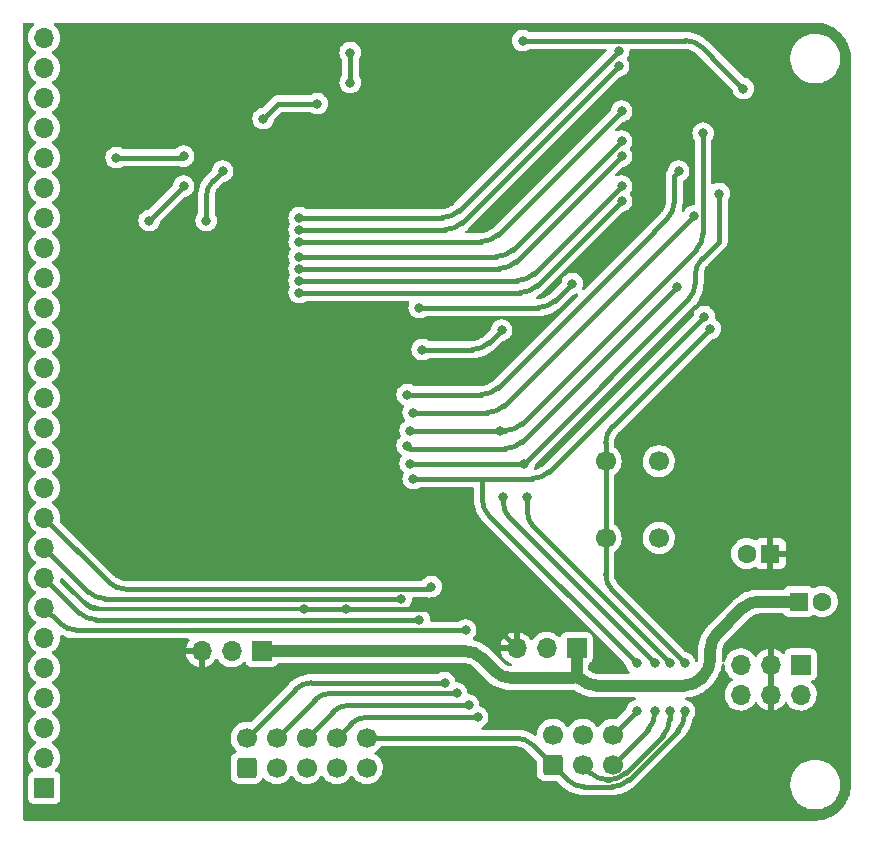
<source format=gbr>
%TF.GenerationSoftware,KiCad,Pcbnew,(6.0.0)*%
%TF.CreationDate,2022-01-04T00:38:11-05:00*%
%TF.ProjectId,esp32 breakout,65737033-3220-4627-9265-616b6f75742e,rev?*%
%TF.SameCoordinates,Original*%
%TF.FileFunction,Copper,L2,Bot*%
%TF.FilePolarity,Positive*%
%FSLAX46Y46*%
G04 Gerber Fmt 4.6, Leading zero omitted, Abs format (unit mm)*
G04 Created by KiCad (PCBNEW (6.0.0)) date 2022-01-04 00:38:11*
%MOMM*%
%LPD*%
G01*
G04 APERTURE LIST*
G04 Aperture macros list*
%AMRoundRect*
0 Rectangle with rounded corners*
0 $1 Rounding radius*
0 $2 $3 $4 $5 $6 $7 $8 $9 X,Y pos of 4 corners*
0 Add a 4 corners polygon primitive as box body*
4,1,4,$2,$3,$4,$5,$6,$7,$8,$9,$2,$3,0*
0 Add four circle primitives for the rounded corners*
1,1,$1+$1,$2,$3*
1,1,$1+$1,$4,$5*
1,1,$1+$1,$6,$7*
1,1,$1+$1,$8,$9*
0 Add four rect primitives between the rounded corners*
20,1,$1+$1,$2,$3,$4,$5,0*
20,1,$1+$1,$4,$5,$6,$7,0*
20,1,$1+$1,$6,$7,$8,$9,0*
20,1,$1+$1,$8,$9,$2,$3,0*%
G04 Aperture macros list end*
%TA.AperFunction,ComponentPad*%
%ADD10R,1.700000X1.700000*%
%TD*%
%TA.AperFunction,ComponentPad*%
%ADD11O,1.700000X1.700000*%
%TD*%
%TA.AperFunction,ComponentPad*%
%ADD12RoundRect,0.250000X0.600000X-0.600000X0.600000X0.600000X-0.600000X0.600000X-0.600000X-0.600000X0*%
%TD*%
%TA.AperFunction,ComponentPad*%
%ADD13C,1.700000*%
%TD*%
%TA.AperFunction,ComponentPad*%
%ADD14R,1.600000X1.600000*%
%TD*%
%TA.AperFunction,ComponentPad*%
%ADD15C,1.600000*%
%TD*%
%TA.AperFunction,ViaPad*%
%ADD16C,0.800000*%
%TD*%
%TA.AperFunction,Conductor*%
%ADD17C,0.400000*%
%TD*%
%TA.AperFunction,Conductor*%
%ADD18C,1.000000*%
%TD*%
G04 APERTURE END LIST*
D10*
%TO.P,J1,1,Pin_1*%
%TO.N,/VDD_5V*%
X142621000Y-104521000D03*
D11*
%TO.P,J1,2,Pin_2*%
%TO.N,/VDD_J*%
X140081000Y-104521000D03*
%TO.P,J1,3,Pin_3*%
%TO.N,/VDD3V3*%
X137541000Y-104521000D03*
%TD*%
D12*
%TO.P,J4,1,Pin_1*%
%TO.N,/VDD_J*%
X141346000Y-114417500D03*
D13*
%TO.P,J4,2,Pin_2*%
%TO.N,/ESP_IO14*%
X141346000Y-111877500D03*
%TO.P,J4,3,Pin_3*%
%TO.N,GND*%
X143886000Y-114417500D03*
%TO.P,J4,4,Pin_4*%
%TO.N,/ESP_IO13*%
X143886000Y-111877500D03*
%TO.P,J4,5,Pin_5*%
%TO.N,GND*%
X146426000Y-114417500D03*
%TO.P,J4,6,Pin_6*%
%TO.N,/ESP_IO15*%
X146426000Y-111877500D03*
%TO.P,J4,7,Pin_7*%
%TO.N,GND*%
X148966000Y-114417500D03*
%TO.P,J4,8,Pin_8*%
%TO.N,/ESP_IO12*%
X148966000Y-111877500D03*
%TO.P,J4,9,Pin_9*%
%TO.N,GND*%
X151506000Y-114417500D03*
%TO.P,J4,10,Pin_10*%
%TO.N,/ESP_EN*%
X151506000Y-111877500D03*
%TD*%
D14*
%TO.P,C4,1*%
%TO.N,/VDD3V3*%
X185674000Y-96266000D03*
D15*
%TO.P,C4,2*%
%TO.N,GND*%
X183674000Y-96266000D03*
%TD*%
D10*
%TO.P,J3,1,Pin_1*%
%TO.N,/VDD_5V*%
X188259888Y-105659000D03*
D11*
%TO.P,J3,2,Pin_2*%
X188259888Y-108199000D03*
%TO.P,J3,3,Pin_3*%
%TO.N,/VDD3V3*%
X185719888Y-105659000D03*
%TO.P,J3,4,Pin_4*%
X185719888Y-108199000D03*
%TO.P,J3,5,Pin_5*%
%TO.N,GND*%
X183179888Y-105659000D03*
%TO.P,J3,6,Pin_6*%
X183179888Y-108199000D03*
%TD*%
D14*
%TO.P,C3,1*%
%TO.N,/VDD_5V*%
X188081775Y-100330000D03*
D15*
%TO.P,C3,2*%
%TO.N,GND*%
X190081775Y-100330000D03*
%TD*%
D12*
%TO.P,J5,1,Pin_1*%
%TO.N,/ESP_EN*%
X167254000Y-114163500D03*
D13*
%TO.P,J5,2,Pin_2*%
%TO.N,/VDD_U*%
X167254000Y-111623500D03*
%TO.P,J5,3,Pin_3*%
%TO.N,/ESP_IO1*%
X169794000Y-114163500D03*
%TO.P,J5,4,Pin_4*%
%TO.N,GND*%
X169794000Y-111623500D03*
%TO.P,J5,5,Pin_5*%
%TO.N,/ESP_IO3*%
X172334000Y-114163500D03*
%TO.P,J5,6,Pin_6*%
%TO.N,/ESP_IO0*%
X172334000Y-111623500D03*
%TD*%
D10*
%TO.P,J2,1,Pin_1*%
%TO.N,/VDD_5V*%
X169276000Y-104267000D03*
D11*
%TO.P,J2,2,Pin_2*%
%TO.N,/VDD_U*%
X166736000Y-104267000D03*
%TO.P,J2,3,Pin_3*%
%TO.N,/VDD3V3*%
X164196000Y-104267000D03*
%TD*%
D13*
%TO.P,SW1,1,1*%
%TO.N,GND*%
X176240000Y-88444000D03*
%TO.P,SW1,2,2*%
X176240000Y-94944000D03*
%TO.P,SW1,3,K*%
%TO.N,/ESP_EN*%
X171740000Y-88444000D03*
%TO.P,SW1,4,A*%
X171740000Y-94944000D03*
%TD*%
D10*
%TO.P,J6,1,Pin_1*%
%TO.N,/ESP_IO0*%
X124206000Y-116078000D03*
D11*
%TO.P,J6,2,Pin_2*%
%TO.N,/ESP_IO1*%
X124206000Y-113538000D03*
%TO.P,J6,3,Pin_3*%
%TO.N,/ESP_IO2*%
X124206000Y-110998000D03*
%TO.P,J6,4,Pin_4*%
%TO.N,/ESP_IO3*%
X124206000Y-108458000D03*
%TO.P,J6,5,Pin_5*%
%TO.N,/ESP_IO4*%
X124206000Y-105918000D03*
%TO.P,J6,6,Pin_6*%
%TO.N,/ESP_IO5*%
X124206000Y-103378000D03*
%TO.P,J6,7,Pin_7*%
%TO.N,/ESP_IO12*%
X124206000Y-100838000D03*
%TO.P,J6,8,Pin_8*%
%TO.N,/ESP_IO13*%
X124206000Y-98298000D03*
%TO.P,J6,9,Pin_9*%
%TO.N,/ESP_IO14*%
X124206000Y-95758000D03*
%TO.P,J6,10,Pin_10*%
%TO.N,/ESP_IO15*%
X124206000Y-93218000D03*
%TO.P,J6,11,Pin_11*%
%TO.N,/ESP_IO16*%
X124206000Y-90678000D03*
%TO.P,J6,12,Pin_12*%
%TO.N,/ESP_IO17*%
X124206000Y-88138000D03*
%TO.P,J6,13,Pin_13*%
%TO.N,/ESP_IO18*%
X124206000Y-85598000D03*
%TO.P,J6,14,Pin_14*%
%TO.N,/ESP_IO19*%
X124206000Y-83058000D03*
%TO.P,J6,15,Pin_15*%
%TO.N,/ESP_IO21*%
X124206000Y-80518000D03*
%TO.P,J6,16,Pin_16*%
%TO.N,/ESP_IO22*%
X124206000Y-77978000D03*
%TO.P,J6,17,Pin_17*%
%TO.N,/ESP_IO23*%
X124206000Y-75438000D03*
%TO.P,J6,18,Pin_18*%
%TO.N,/ESP_IO25*%
X124206000Y-72898000D03*
%TO.P,J6,19,Pin_19*%
%TO.N,/ESP_IO26*%
X124206000Y-70358000D03*
%TO.P,J6,20,Pin_20*%
%TO.N,/ESP_IO27*%
X124206000Y-67818000D03*
%TO.P,J6,21,Pin_21*%
%TO.N,/ESP_IO32*%
X124206000Y-65278000D03*
%TO.P,J6,22,Pin_22*%
%TO.N,/ESP_IO33*%
X124206000Y-62738000D03*
%TO.P,J6,23,Pin_23*%
%TO.N,/ESP_IO34*%
X124206000Y-60198000D03*
%TO.P,J6,24,Pin_24*%
%TO.N,/ESP_IO35*%
X124206000Y-57658000D03*
%TO.P,J6,25,Pin_25*%
%TO.N,/ESP_IO36*%
X124206000Y-55118000D03*
%TO.P,J6,26,Pin_26*%
%TO.N,/ESP_IO39*%
X124206000Y-52578000D03*
%TD*%
D16*
%TO.N,/ESP_EN*%
X183388000Y-56896000D03*
X178435000Y-105537000D03*
X164706680Y-52832000D03*
X180594000Y-77216000D03*
X178435000Y-109601000D03*
%TO.N,/VDD3V3*%
X181102000Y-72644000D03*
X173736000Y-96520000D03*
X146177000Y-100965000D03*
X149733000Y-100965000D03*
X161798000Y-97536000D03*
X162687000Y-53721000D03*
%TO.N,/ESP_IO14*%
X158115000Y-107198520D03*
X154432000Y-100076000D03*
%TO.N,/ESP_IO13*%
X162941000Y-77343000D03*
X159131000Y-108077000D03*
X156210000Y-78994000D03*
X155956000Y-101854000D03*
%TO.N,/ESP_IO15*%
X168910000Y-73406000D03*
X160147000Y-109093000D03*
X156972000Y-99060000D03*
X155956000Y-75438000D03*
%TO.N,/ESP_IO12*%
X159893000Y-102743000D03*
X160909000Y-110109000D03*
%TO.N,/ESP_IO1*%
X164846000Y-88646000D03*
X165100000Y-91440000D03*
X177165000Y-109601000D03*
X177165000Y-105537000D03*
X155194000Y-88646000D03*
X181356000Y-65786000D03*
%TO.N,/ESP_IO3*%
X162814000Y-85852000D03*
X155194000Y-85852000D03*
X175895000Y-109601000D03*
X163068000Y-91440000D03*
X179996511Y-60662489D03*
X175895000Y-105537000D03*
%TO.N,/ESP_IO0*%
X155448000Y-89916000D03*
X180086000Y-76200000D03*
X174356500Y-109601000D03*
X174356500Y-105551500D03*
%TO.N,/ESP_IO2*%
X154940000Y-87122000D03*
X177800000Y-73660000D03*
%TO.N,/ESP_IO4*%
X179197000Y-67691000D03*
X155448000Y-84328000D03*
%TO.N,/ESP_IO5*%
X154940000Y-82804000D03*
X177927000Y-63881000D03*
%TO.N,/ESP_IO16*%
X145796000Y-74168000D03*
X173101000Y-66421000D03*
%TO.N,/ESP_IO17*%
X145796000Y-73152000D03*
X173101000Y-65151000D03*
%TO.N,/ESP_IO18*%
X145796000Y-72136000D03*
X173101000Y-62611000D03*
%TO.N,/ESP_IO19*%
X173101000Y-61341000D03*
X145796000Y-71120000D03*
%TO.N,/ESP_IO21*%
X173101000Y-58801000D03*
X145796000Y-69850000D03*
%TO.N,/ESP_IO22*%
X145796000Y-68834000D03*
X172847000Y-54991000D03*
%TO.N,/ESP_IO23*%
X172847000Y-53721000D03*
X145796000Y-67818000D03*
%TO.N,/ESP_IO25*%
X139319000Y-63881000D03*
X137922000Y-68072000D03*
%TO.N,/ESP_IO26*%
X133096000Y-68072000D03*
X136017000Y-65151000D03*
%TO.N,/ESP_IO33*%
X130302000Y-62738000D03*
X136017000Y-62611000D03*
%TO.N,/ESP_IO34*%
X142748000Y-59436000D03*
X147320000Y-58166000D03*
%TO.N,/ESP_IO39*%
X150114000Y-53848000D03*
X150114000Y-56388000D03*
%TD*%
D17*
%TO.N,/ESP_EN*%
X171740000Y-88444000D02*
X171740000Y-86898427D01*
X165553787Y-112463287D02*
X167254000Y-114163500D01*
X171740000Y-94944000D02*
X171740000Y-88444000D01*
X151506000Y-111877500D02*
X164139573Y-111877500D01*
X178435000Y-109848999D02*
X178435000Y-109601000D01*
X167254000Y-114163500D02*
X168517245Y-115426745D01*
X179909787Y-53417787D02*
X181610000Y-55118000D01*
X173685682Y-115426744D02*
X177849214Y-111263212D01*
X164706680Y-52832000D02*
X178495573Y-52832000D01*
X169931458Y-116012531D02*
X172271468Y-116012531D01*
X172325787Y-85484213D02*
X180594000Y-77216000D01*
X171740000Y-98013573D02*
X171740000Y-94944000D01*
X181610000Y-55118000D02*
X183388000Y-56896000D01*
X178435000Y-105537000D02*
X172325786Y-99427786D01*
X173685682Y-115426744D02*
G75*
G02*
X172271468Y-116012531I-1414214J1414213D01*
G01*
X165553787Y-112463287D02*
G75*
G03*
X164139573Y-111877500I-1414214J-1414213D01*
G01*
X171740001Y-98013573D02*
G75*
G03*
X172325787Y-99427785I1999999J0D01*
G01*
X171740001Y-86898427D02*
G75*
G02*
X172325788Y-85484214I1999999J0D01*
G01*
X178434999Y-109848999D02*
G75*
G02*
X177849213Y-111263211I-1999999J0D01*
G01*
X179909787Y-53417787D02*
G75*
G03*
X178495573Y-52832000I-1414214J-1414213D01*
G01*
X168517245Y-115426745D02*
G75*
G03*
X169931458Y-116012531I1414213J1414214D01*
G01*
D18*
%TO.N,/VDD_5V*%
X181179787Y-103046213D02*
X183310214Y-100915786D01*
X179792287Y-106855260D02*
X180008214Y-106639333D01*
X180594000Y-105225120D02*
X180594000Y-104460427D01*
X169593260Y-106855260D02*
X169276000Y-106538000D01*
X169007000Y-106807000D02*
X169276000Y-106538000D01*
X169276000Y-104267000D02*
X169276000Y-106538000D01*
X142621000Y-104521000D02*
X159826573Y-104521000D01*
X184724427Y-100330000D02*
X188081775Y-100330000D01*
X163769427Y-106807000D02*
X169007000Y-106807000D01*
X161240787Y-105106787D02*
X162355214Y-106221214D01*
X178378073Y-107441047D02*
X171007474Y-107441047D01*
X180008214Y-106639333D02*
G75*
G03*
X180594000Y-105225120I-1414214J1414213D01*
G01*
X171007474Y-107441046D02*
G75*
G02*
X169593261Y-106855259I0J1999999D01*
G01*
X161240787Y-105106787D02*
G75*
G03*
X159826573Y-104521000I-1414214J-1414213D01*
G01*
X183310214Y-100915786D02*
G75*
G02*
X184724427Y-100330000I1414213J-1414214D01*
G01*
X181179787Y-103046213D02*
G75*
G03*
X180594000Y-104460427I1414213J-1414214D01*
G01*
X179792287Y-106855260D02*
G75*
G02*
X178378073Y-107441047I-1414214J1414213D01*
G01*
X162355214Y-106221214D02*
G75*
G03*
X163769427Y-106807000I1414213J1414214D01*
G01*
D17*
%TO.N,/VDD3V3*%
X161479787Y-101550787D02*
X162044500Y-102115500D01*
X146177000Y-100965000D02*
X149733000Y-100965000D01*
X162044500Y-102115500D02*
X164196000Y-104267000D01*
X149733000Y-100965000D02*
X160065573Y-100965000D01*
X160065573Y-100965001D02*
G75*
G02*
X161479786Y-101550788I0J-1999999D01*
G01*
%TO.N,/ESP_IO14*%
X154432000Y-100076000D02*
X129352427Y-100076000D01*
X127938213Y-99490213D02*
X124206000Y-95758000D01*
X141346000Y-111877500D02*
X145439194Y-107784306D01*
X146853407Y-107198520D02*
X158115000Y-107198520D01*
X127938213Y-99490213D02*
G75*
G03*
X129352427Y-100076000I1414214J1414213D01*
G01*
X146853407Y-107198521D02*
G75*
G03*
X145439195Y-107784307I0J-1999999D01*
G01*
%TO.N,/ESP_IO13*%
X143886000Y-111877500D02*
X147100714Y-108662786D01*
X162941000Y-77343000D02*
X161875786Y-78408214D01*
X160461573Y-78994000D02*
X156210000Y-78994000D01*
X148514927Y-108077000D02*
X159131000Y-108077000D01*
X155956000Y-101854000D02*
X128590427Y-101854000D01*
X127176213Y-101268213D02*
X124206000Y-98298000D01*
X127176213Y-101268213D02*
G75*
G03*
X128590427Y-101854000I1414214J1414213D01*
G01*
X161875786Y-78408214D02*
G75*
G02*
X160461573Y-78994000I-1414213J1414214D01*
G01*
X148514927Y-108077001D02*
G75*
G03*
X147100715Y-108662787I0J-1999999D01*
G01*
%TO.N,/ESP_IO15*%
X156755511Y-99276489D02*
X131092916Y-99276489D01*
X150038927Y-109093000D02*
X160147000Y-109093000D01*
X168910000Y-73406000D02*
X167463786Y-74852214D01*
X129678702Y-98690702D02*
X124206000Y-93218000D01*
X166049573Y-75438000D02*
X155956000Y-75438000D01*
X156972000Y-99060000D02*
X156755511Y-99276489D01*
X146426000Y-111877500D02*
X148624714Y-109678786D01*
X129678702Y-98690702D02*
G75*
G03*
X131092916Y-99276489I1414214J1414213D01*
G01*
X150038927Y-109093001D02*
G75*
G03*
X148624715Y-109678787I0J-1999999D01*
G01*
X166049573Y-75437999D02*
G75*
G03*
X167463785Y-74852213I0J1999999D01*
G01*
%TO.N,/ESP_IO12*%
X151562927Y-110109000D02*
X160909000Y-110109000D01*
X125525213Y-102157213D02*
X124206000Y-100838000D01*
X148966000Y-111877500D02*
X150148714Y-110694786D01*
X159893000Y-102743000D02*
X126939427Y-102743000D01*
X125525213Y-102157213D02*
G75*
G03*
X126939427Y-102743000I1414214J1414213D01*
G01*
X150148714Y-110694786D02*
G75*
G02*
X151562927Y-110109000I1414213J-1414214D01*
G01*
%TO.N,/ESP_IO1*%
X181356000Y-65786000D02*
X181356000Y-69342000D01*
X179324000Y-72710427D02*
X179324000Y-73339573D01*
X177165000Y-105537000D02*
X165685786Y-94057786D01*
X164846000Y-88646000D02*
X155194000Y-88646000D01*
X178738213Y-74753787D02*
X164846000Y-88646000D01*
X181356000Y-69342000D02*
X181356000Y-69850000D01*
X181356000Y-69850000D02*
X179909786Y-71296214D01*
X173437352Y-114827224D02*
X176579214Y-111685362D01*
X177165000Y-110271149D02*
X177165000Y-109601000D01*
X169794000Y-114163500D02*
X170457725Y-114827225D01*
X171871938Y-115413011D02*
X172023138Y-115413011D01*
X165100000Y-92643573D02*
X165100000Y-91440000D01*
X173437352Y-114827224D02*
G75*
G02*
X172023138Y-115413011I-1414214J1414213D01*
G01*
X177164999Y-110271149D02*
G75*
G02*
X176579213Y-111685361I-1999999J0D01*
G01*
X178738213Y-74753787D02*
G75*
G03*
X179324000Y-73339573I-1414213J1414214D01*
G01*
X179909786Y-71296214D02*
G75*
G03*
X179324000Y-72710427I1414214J-1414213D01*
G01*
X171871938Y-115413010D02*
G75*
G02*
X170457726Y-114827224I0J1999999D01*
G01*
X165685786Y-94057786D02*
G75*
G02*
X165100000Y-92643573I1414214J1414213D01*
G01*
%TO.N,/ESP_IO3*%
X179996511Y-60662489D02*
X179996511Y-69111062D01*
X176784000Y-73152000D02*
X164669786Y-85266214D01*
X163068000Y-91881573D02*
X163068000Y-91440000D01*
X175895000Y-109774073D02*
X175895000Y-109601000D01*
X163255573Y-85852000D02*
X162814000Y-85852000D01*
X175895000Y-105537000D02*
X163653786Y-93295786D01*
X172334000Y-114163500D02*
X175309214Y-111188286D01*
X179410724Y-70525276D02*
X176784000Y-73152000D01*
X162814000Y-85852000D02*
X155194000Y-85852000D01*
X179996510Y-69111062D02*
G75*
G02*
X179410723Y-70525275I-1999999J0D01*
G01*
X163068001Y-91881573D02*
G75*
G03*
X163653787Y-93295785I1999999J0D01*
G01*
X175309214Y-111188286D02*
G75*
G03*
X175895000Y-109774073I-1414214J1414213D01*
G01*
X164669786Y-85266214D02*
G75*
G02*
X163255573Y-85852000I-1414213J1414214D01*
G01*
%TO.N,/ESP_IO0*%
X161290000Y-91656573D02*
X161290000Y-89916000D01*
X172334000Y-111623500D02*
X174356500Y-109601000D01*
X174356500Y-105551500D02*
X161875786Y-93070786D01*
X180086000Y-76200000D02*
X166955786Y-89330214D01*
X165541573Y-89916000D02*
X161290000Y-89916000D01*
X161290000Y-89916000D02*
X155448000Y-89916000D01*
X161290001Y-91656573D02*
G75*
G03*
X161875787Y-93070785I1999999J0D01*
G01*
X166955786Y-89330214D02*
G75*
G02*
X165541573Y-89916000I-1414213J1414214D01*
G01*
%TO.N,/ESP_IO2*%
X163255573Y-87376000D02*
X155194000Y-87376000D01*
X177800000Y-73660000D02*
X164669786Y-86790214D01*
X155194000Y-87376000D02*
X154940000Y-87122000D01*
X163255573Y-87375999D02*
G75*
G03*
X164669785Y-86790213I0J1999999D01*
G01*
%TO.N,/ESP_IO4*%
X179197000Y-67691000D02*
X163145786Y-83742214D01*
X161731573Y-84328000D02*
X155448000Y-84328000D01*
X161731573Y-84327999D02*
G75*
G03*
X163145785Y-83742213I0J1999999D01*
G01*
%TO.N,/ESP_IO5*%
X177927000Y-63881000D02*
X177546000Y-64262000D01*
X161223573Y-82804000D02*
X154940000Y-82804000D01*
X174752000Y-70104000D02*
X162637786Y-82218214D01*
X177546000Y-64262000D02*
X177546000Y-66481573D01*
X176960213Y-67895787D02*
X174752000Y-70104000D01*
X176960213Y-67895787D02*
G75*
G03*
X177546000Y-66481573I-1414213J1414214D01*
G01*
X161223573Y-82803999D02*
G75*
G03*
X162637785Y-82218213I0J1999999D01*
G01*
%TO.N,/ESP_IO16*%
X164525573Y-74168000D02*
X145796000Y-74168000D01*
X173101000Y-66421000D02*
X165939786Y-73582214D01*
X164525573Y-74167999D02*
G75*
G03*
X165939785Y-73582213I0J1999999D01*
G01*
%TO.N,/ESP_IO17*%
X173101000Y-65151000D02*
X165685786Y-72566214D01*
X152654000Y-73152000D02*
X145796000Y-73152000D01*
X164271573Y-73152000D02*
X152654000Y-73152000D01*
X164271573Y-73151999D02*
G75*
G03*
X165685785Y-72566213I0J1999999D01*
G01*
%TO.N,/ESP_IO18*%
X162747573Y-72136000D02*
X152654000Y-72136000D01*
X173101000Y-62611000D02*
X164161786Y-71550214D01*
X152654000Y-72136000D02*
X148336000Y-72136000D01*
X148336000Y-72136000D02*
X145796000Y-72136000D01*
X162747573Y-72135999D02*
G75*
G03*
X164161785Y-71550213I0J1999999D01*
G01*
%TO.N,/ESP_IO19*%
X152654000Y-71120000D02*
X146050000Y-71120000D01*
X146050000Y-71120000D02*
X145796000Y-71120000D01*
X162493573Y-71120000D02*
X152654000Y-71120000D01*
X173101000Y-61341000D02*
X163907786Y-70534214D01*
X162493573Y-71119999D02*
G75*
G03*
X163907785Y-70534213I0J1999999D01*
G01*
%TO.N,/ESP_IO21*%
X152654000Y-69850000D02*
X145796000Y-69850000D01*
X161223573Y-69850000D02*
X152654000Y-69850000D01*
X173101000Y-58801000D02*
X162637786Y-69264214D01*
X161223573Y-69849999D02*
G75*
G03*
X162637785Y-69264213I0J1999999D01*
G01*
%TO.N,/ESP_IO22*%
X152654000Y-68834000D02*
X145796000Y-68834000D01*
X172847000Y-54991000D02*
X159589786Y-68248214D01*
X158175573Y-68834000D02*
X152654000Y-68834000D01*
X158175573Y-68833999D02*
G75*
G03*
X159589785Y-68248213I0J1999999D01*
G01*
%TO.N,/ESP_IO23*%
X157921573Y-67818000D02*
X152654000Y-67818000D01*
X172847000Y-53721000D02*
X159335786Y-67232214D01*
X152654000Y-67818000D02*
X145796000Y-67818000D01*
X159335786Y-67232214D02*
G75*
G02*
X157921573Y-67818000I-1414213J1414214D01*
G01*
%TO.N,/ESP_IO25*%
X139319000Y-63881000D02*
X138507786Y-64692214D01*
X137922000Y-66106427D02*
X137922000Y-68072000D01*
X138507786Y-64692214D02*
G75*
G03*
X137922000Y-66106427I1414214J-1414213D01*
G01*
%TO.N,/ESP_IO26*%
X136017000Y-65151000D02*
X133096000Y-68072000D01*
%TO.N,/ESP_IO33*%
X136017000Y-62611000D02*
X135890000Y-62738000D01*
X135890000Y-62738000D02*
X130302000Y-62738000D01*
%TO.N,/ESP_IO34*%
X147320000Y-58166000D02*
X144272000Y-58166000D01*
X144018000Y-58166000D02*
X142748000Y-59436000D01*
X144272000Y-58166000D02*
X144018000Y-58166000D01*
%TO.N,/ESP_IO39*%
X150114000Y-56388000D02*
X150114000Y-53848000D01*
%TD*%
%TA.AperFunction,Conductor*%
%TO.N,/VDD3V3*%
G36*
X123325232Y-51328002D02*
G01*
X123371725Y-51381658D01*
X123381829Y-51451932D01*
X123352335Y-51516512D01*
X123332766Y-51534758D01*
X123300965Y-51558635D01*
X123146629Y-51720138D01*
X123020743Y-51904680D01*
X123005003Y-51938590D01*
X122930341Y-52099436D01*
X122926688Y-52107305D01*
X122866989Y-52322570D01*
X122843251Y-52544695D01*
X122843548Y-52549848D01*
X122843548Y-52549851D01*
X122849011Y-52644590D01*
X122856110Y-52767715D01*
X122857247Y-52772761D01*
X122857248Y-52772767D01*
X122872077Y-52838565D01*
X122905222Y-52985639D01*
X122989266Y-53192616D01*
X122991965Y-53197020D01*
X123097320Y-53368944D01*
X123105987Y-53383088D01*
X123252250Y-53551938D01*
X123424126Y-53694632D01*
X123434671Y-53700794D01*
X123497445Y-53737476D01*
X123546169Y-53789114D01*
X123559240Y-53858897D01*
X123532509Y-53924669D01*
X123492055Y-53958027D01*
X123479607Y-53964507D01*
X123475474Y-53967610D01*
X123475471Y-53967612D01*
X123317432Y-54086271D01*
X123300965Y-54098635D01*
X123297393Y-54102373D01*
X123207000Y-54196964D01*
X123146629Y-54260138D01*
X123020743Y-54444680D01*
X122992053Y-54506488D01*
X122939621Y-54619444D01*
X122926688Y-54647305D01*
X122866989Y-54862570D01*
X122843251Y-55084695D01*
X122843548Y-55089848D01*
X122843548Y-55089851D01*
X122849202Y-55187908D01*
X122856110Y-55307715D01*
X122857247Y-55312761D01*
X122857248Y-55312767D01*
X122868469Y-55362556D01*
X122905222Y-55525639D01*
X122989266Y-55732616D01*
X123019601Y-55782118D01*
X123067201Y-55859794D01*
X123105987Y-55923088D01*
X123252250Y-56091938D01*
X123424126Y-56234632D01*
X123494595Y-56275811D01*
X123497445Y-56277476D01*
X123546169Y-56329114D01*
X123559240Y-56398897D01*
X123532509Y-56464669D01*
X123492055Y-56498027D01*
X123479607Y-56504507D01*
X123475474Y-56507610D01*
X123475471Y-56507612D01*
X123305100Y-56635530D01*
X123300965Y-56638635D01*
X123146629Y-56800138D01*
X123020743Y-56984680D01*
X123005003Y-57018590D01*
X122932290Y-57175237D01*
X122926688Y-57187305D01*
X122866989Y-57402570D01*
X122843251Y-57624695D01*
X122843548Y-57629848D01*
X122843548Y-57629851D01*
X122849011Y-57724590D01*
X122856110Y-57847715D01*
X122857247Y-57852761D01*
X122857248Y-57852767D01*
X122866203Y-57892500D01*
X122905222Y-58065639D01*
X122989266Y-58272616D01*
X123105987Y-58463088D01*
X123252250Y-58631938D01*
X123424126Y-58774632D01*
X123458015Y-58794435D01*
X123497445Y-58817476D01*
X123546169Y-58869114D01*
X123559240Y-58938897D01*
X123532509Y-59004669D01*
X123492055Y-59038027D01*
X123479607Y-59044507D01*
X123475474Y-59047610D01*
X123475471Y-59047612D01*
X123441487Y-59073128D01*
X123300965Y-59178635D01*
X123146629Y-59340138D01*
X123020743Y-59524680D01*
X122988193Y-59594803D01*
X122934953Y-59709500D01*
X122926688Y-59727305D01*
X122866989Y-59942570D01*
X122843251Y-60164695D01*
X122843548Y-60169848D01*
X122843548Y-60169851D01*
X122849011Y-60264590D01*
X122856110Y-60387715D01*
X122857247Y-60392761D01*
X122857248Y-60392767D01*
X122864619Y-60425472D01*
X122905222Y-60605639D01*
X122989266Y-60812616D01*
X123013656Y-60852417D01*
X123089921Y-60976870D01*
X123105987Y-61003088D01*
X123252250Y-61171938D01*
X123424126Y-61314632D01*
X123458015Y-61334435D01*
X123497445Y-61357476D01*
X123546169Y-61409114D01*
X123559240Y-61478897D01*
X123532509Y-61544669D01*
X123492055Y-61578027D01*
X123479607Y-61584507D01*
X123475474Y-61587610D01*
X123475471Y-61587612D01*
X123317432Y-61706271D01*
X123300965Y-61718635D01*
X123146629Y-61880138D01*
X123143715Y-61884410D01*
X123143714Y-61884411D01*
X123113806Y-61928255D01*
X123020743Y-62064680D01*
X123005003Y-62098590D01*
X122939621Y-62239444D01*
X122926688Y-62267305D01*
X122866989Y-62482570D01*
X122843251Y-62704695D01*
X122843548Y-62709848D01*
X122843548Y-62709851D01*
X122849202Y-62807908D01*
X122856110Y-62927715D01*
X122857247Y-62932761D01*
X122857248Y-62932767D01*
X122868469Y-62982556D01*
X122905222Y-63145639D01*
X122989266Y-63352616D01*
X123019601Y-63402118D01*
X123099072Y-63531803D01*
X123105987Y-63543088D01*
X123252250Y-63711938D01*
X123328846Y-63775529D01*
X123408928Y-63842014D01*
X123424126Y-63854632D01*
X123480484Y-63887565D01*
X123497445Y-63897476D01*
X123546169Y-63949114D01*
X123559240Y-64018897D01*
X123532509Y-64084669D01*
X123492055Y-64118027D01*
X123479607Y-64124507D01*
X123475474Y-64127610D01*
X123475471Y-64127612D01*
X123317432Y-64246271D01*
X123300965Y-64258635D01*
X123146629Y-64420138D01*
X123143715Y-64424410D01*
X123143714Y-64424411D01*
X123111160Y-64472134D01*
X123020743Y-64604680D01*
X122989298Y-64672423D01*
X122934953Y-64789500D01*
X122926688Y-64807305D01*
X122866989Y-65022570D01*
X122843251Y-65244695D01*
X122843548Y-65249848D01*
X122843548Y-65249851D01*
X122849167Y-65347303D01*
X122856110Y-65467715D01*
X122857247Y-65472761D01*
X122857248Y-65472767D01*
X122867915Y-65520099D01*
X122905222Y-65685639D01*
X122989266Y-65892616D01*
X123019601Y-65942118D01*
X123096639Y-66067833D01*
X123105987Y-66083088D01*
X123252250Y-66251938D01*
X123424126Y-66394632D01*
X123441431Y-66404744D01*
X123497445Y-66437476D01*
X123546169Y-66489114D01*
X123559240Y-66558897D01*
X123532509Y-66624669D01*
X123492055Y-66658027D01*
X123479607Y-66664507D01*
X123475474Y-66667610D01*
X123475471Y-66667612D01*
X123318716Y-66785307D01*
X123300965Y-66798635D01*
X123146629Y-66960138D01*
X123143715Y-66964410D01*
X123143714Y-66964411D01*
X123111160Y-67012134D01*
X123020743Y-67144680D01*
X122988193Y-67214803D01*
X122934953Y-67329500D01*
X122926688Y-67347305D01*
X122866989Y-67562570D01*
X122843251Y-67784695D01*
X122843548Y-67789848D01*
X122843548Y-67789851D01*
X122849011Y-67884590D01*
X122856110Y-68007715D01*
X122857247Y-68012761D01*
X122857248Y-68012767D01*
X122869118Y-68065435D01*
X122905222Y-68225639D01*
X122966673Y-68376976D01*
X122971556Y-68389000D01*
X122989266Y-68432616D01*
X122991965Y-68437020D01*
X123097320Y-68608944D01*
X123105987Y-68623088D01*
X123252250Y-68791938D01*
X123424126Y-68934632D01*
X123434671Y-68940794D01*
X123497445Y-68977476D01*
X123546169Y-69029114D01*
X123559240Y-69098897D01*
X123532509Y-69164669D01*
X123492055Y-69198027D01*
X123479607Y-69204507D01*
X123475474Y-69207610D01*
X123475471Y-69207612D01*
X123451247Y-69225800D01*
X123300965Y-69338635D01*
X123146629Y-69500138D01*
X123143715Y-69504410D01*
X123143714Y-69504411D01*
X123133544Y-69519320D01*
X123020743Y-69684680D01*
X122997483Y-69734790D01*
X122947052Y-69843435D01*
X122926688Y-69887305D01*
X122866989Y-70102570D01*
X122843251Y-70324695D01*
X122843548Y-70329848D01*
X122843548Y-70329851D01*
X122855812Y-70542547D01*
X122856110Y-70547715D01*
X122857247Y-70552761D01*
X122857248Y-70552767D01*
X122865363Y-70588774D01*
X122905222Y-70765639D01*
X122989266Y-70972616D01*
X123105987Y-71163088D01*
X123252250Y-71331938D01*
X123424126Y-71474632D01*
X123442333Y-71485271D01*
X123497445Y-71517476D01*
X123546169Y-71569114D01*
X123559240Y-71638897D01*
X123532509Y-71704669D01*
X123492055Y-71738027D01*
X123479607Y-71744507D01*
X123475474Y-71747610D01*
X123475471Y-71747612D01*
X123366316Y-71829568D01*
X123300965Y-71878635D01*
X123297393Y-71882373D01*
X123159409Y-72026765D01*
X123146629Y-72040138D01*
X123143715Y-72044410D01*
X123143714Y-72044411D01*
X123121664Y-72076735D01*
X123020743Y-72224680D01*
X123005775Y-72256927D01*
X122936256Y-72406693D01*
X122926688Y-72427305D01*
X122866989Y-72642570D01*
X122866440Y-72647707D01*
X122865456Y-72656913D01*
X122843251Y-72864695D01*
X122843548Y-72869848D01*
X122843548Y-72869851D01*
X122852708Y-73028721D01*
X122856110Y-73087715D01*
X122857247Y-73092761D01*
X122857248Y-73092767D01*
X122869118Y-73145435D01*
X122905222Y-73305639D01*
X122989266Y-73512616D01*
X123105987Y-73703088D01*
X123252250Y-73871938D01*
X123424126Y-74014632D01*
X123480229Y-74047416D01*
X123497445Y-74057476D01*
X123546169Y-74109114D01*
X123559240Y-74178897D01*
X123532509Y-74244669D01*
X123492055Y-74278027D01*
X123479607Y-74284507D01*
X123475474Y-74287610D01*
X123475471Y-74287612D01*
X123305100Y-74415530D01*
X123300965Y-74418635D01*
X123256690Y-74464966D01*
X123157751Y-74568500D01*
X123146629Y-74580138D01*
X123143715Y-74584410D01*
X123143714Y-74584411D01*
X123087861Y-74666289D01*
X123020743Y-74764680D01*
X123005003Y-74798590D01*
X122932290Y-74955237D01*
X122926688Y-74967305D01*
X122866989Y-75182570D01*
X122843251Y-75404695D01*
X122843548Y-75409848D01*
X122843548Y-75409851D01*
X122852144Y-75558927D01*
X122856110Y-75627715D01*
X122857247Y-75632761D01*
X122857248Y-75632767D01*
X122865363Y-75668774D01*
X122905222Y-75845639D01*
X122943461Y-75939811D01*
X122974657Y-76016637D01*
X122989266Y-76052616D01*
X123019004Y-76101144D01*
X123099072Y-76231803D01*
X123105987Y-76243088D01*
X123252250Y-76411938D01*
X123333235Y-76479173D01*
X123417580Y-76549197D01*
X123424126Y-76554632D01*
X123494595Y-76595811D01*
X123497445Y-76597476D01*
X123546169Y-76649114D01*
X123559240Y-76718897D01*
X123532509Y-76784669D01*
X123492055Y-76818027D01*
X123479607Y-76824507D01*
X123475474Y-76827610D01*
X123475471Y-76827612D01*
X123305100Y-76955530D01*
X123300965Y-76958635D01*
X123146629Y-77120138D01*
X123143715Y-77124410D01*
X123143714Y-77124411D01*
X123092308Y-77199770D01*
X123020743Y-77304680D01*
X122926688Y-77507305D01*
X122866989Y-77722570D01*
X122843251Y-77944695D01*
X122843548Y-77949848D01*
X122843548Y-77949851D01*
X122851408Y-78086166D01*
X122856110Y-78167715D01*
X122857247Y-78172761D01*
X122857248Y-78172767D01*
X122866353Y-78213166D01*
X122905222Y-78385639D01*
X122989266Y-78592616D01*
X123105987Y-78783088D01*
X123252250Y-78951938D01*
X123424126Y-79094632D01*
X123454846Y-79112583D01*
X123497445Y-79137476D01*
X123546169Y-79189114D01*
X123559240Y-79258897D01*
X123532509Y-79324669D01*
X123492055Y-79358027D01*
X123479607Y-79364507D01*
X123475474Y-79367610D01*
X123475471Y-79367612D01*
X123379764Y-79439471D01*
X123300965Y-79498635D01*
X123146629Y-79660138D01*
X123143715Y-79664410D01*
X123143714Y-79664411D01*
X123114685Y-79706966D01*
X123020743Y-79844680D01*
X122926688Y-80047305D01*
X122866989Y-80262570D01*
X122843251Y-80484695D01*
X122843548Y-80489848D01*
X122843548Y-80489851D01*
X122849011Y-80584590D01*
X122856110Y-80707715D01*
X122857247Y-80712761D01*
X122857248Y-80712767D01*
X122877119Y-80800939D01*
X122905222Y-80925639D01*
X122989266Y-81132616D01*
X123105987Y-81323088D01*
X123252250Y-81491938D01*
X123424126Y-81634632D01*
X123494595Y-81675811D01*
X123497445Y-81677476D01*
X123546169Y-81729114D01*
X123559240Y-81798897D01*
X123532509Y-81864669D01*
X123492055Y-81898027D01*
X123479607Y-81904507D01*
X123475474Y-81907610D01*
X123475471Y-81907612D01*
X123305100Y-82035530D01*
X123300965Y-82038635D01*
X123146629Y-82200138D01*
X123020743Y-82384680D01*
X122926688Y-82587305D01*
X122866989Y-82802570D01*
X122843251Y-83024695D01*
X122843548Y-83029848D01*
X122843548Y-83029851D01*
X122849011Y-83124590D01*
X122856110Y-83247715D01*
X122857247Y-83252761D01*
X122857248Y-83252767D01*
X122858016Y-83256174D01*
X122905222Y-83465639D01*
X122989266Y-83672616D01*
X123105987Y-83863088D01*
X123252250Y-84031938D01*
X123424126Y-84174632D01*
X123480229Y-84207416D01*
X123497445Y-84217476D01*
X123546169Y-84269114D01*
X123559240Y-84338897D01*
X123532509Y-84404669D01*
X123492055Y-84438027D01*
X123479607Y-84444507D01*
X123475474Y-84447610D01*
X123475471Y-84447612D01*
X123305100Y-84575530D01*
X123300965Y-84578635D01*
X123146629Y-84740138D01*
X123143715Y-84744410D01*
X123143714Y-84744411D01*
X123124813Y-84772119D01*
X123020743Y-84924680D01*
X123006283Y-84955831D01*
X122936102Y-85107025D01*
X122926688Y-85127305D01*
X122866989Y-85342570D01*
X122843251Y-85564695D01*
X122843548Y-85569848D01*
X122843548Y-85569851D01*
X122849011Y-85664590D01*
X122856110Y-85787715D01*
X122857247Y-85792761D01*
X122857248Y-85792767D01*
X122869118Y-85845435D01*
X122905222Y-86005639D01*
X122989266Y-86212616D01*
X123105987Y-86403088D01*
X123252250Y-86571938D01*
X123361134Y-86662335D01*
X123414064Y-86706278D01*
X123424126Y-86714632D01*
X123485411Y-86750444D01*
X123497445Y-86757476D01*
X123546169Y-86809114D01*
X123559240Y-86878897D01*
X123532509Y-86944669D01*
X123492055Y-86978027D01*
X123479607Y-86984507D01*
X123475474Y-86987610D01*
X123475471Y-86987612D01*
X123343324Y-87086831D01*
X123300965Y-87118635D01*
X123291476Y-87128565D01*
X123173234Y-87252298D01*
X123146629Y-87280138D01*
X123020743Y-87464680D01*
X122926688Y-87667305D01*
X122866989Y-87882570D01*
X122843251Y-88104695D01*
X122843548Y-88109848D01*
X122843548Y-88109851D01*
X122849011Y-88204590D01*
X122856110Y-88327715D01*
X122857247Y-88332761D01*
X122857248Y-88332767D01*
X122877119Y-88420939D01*
X122905222Y-88545639D01*
X122989266Y-88752616D01*
X123105987Y-88943088D01*
X123252250Y-89111938D01*
X123424126Y-89254632D01*
X123494595Y-89295811D01*
X123497445Y-89297476D01*
X123546169Y-89349114D01*
X123559240Y-89418897D01*
X123532509Y-89484669D01*
X123492055Y-89518027D01*
X123479607Y-89524507D01*
X123475474Y-89527610D01*
X123475471Y-89527612D01*
X123356187Y-89617173D01*
X123300965Y-89658635D01*
X123285153Y-89675181D01*
X123159409Y-89806765D01*
X123146629Y-89820138D01*
X123143715Y-89824410D01*
X123143714Y-89824411D01*
X123131407Y-89842453D01*
X123020743Y-90004680D01*
X122926688Y-90207305D01*
X122866989Y-90422570D01*
X122843251Y-90644695D01*
X122843548Y-90649848D01*
X122843548Y-90649851D01*
X122849731Y-90757082D01*
X122856110Y-90867715D01*
X122857247Y-90872761D01*
X122857248Y-90872767D01*
X122865363Y-90908774D01*
X122905222Y-91085639D01*
X122989266Y-91292616D01*
X123105987Y-91483088D01*
X123252250Y-91651938D01*
X123424126Y-91794632D01*
X123442333Y-91805271D01*
X123497445Y-91837476D01*
X123546169Y-91889114D01*
X123559240Y-91958897D01*
X123532509Y-92024669D01*
X123492055Y-92058027D01*
X123479607Y-92064507D01*
X123475474Y-92067610D01*
X123475471Y-92067612D01*
X123305100Y-92195530D01*
X123300965Y-92198635D01*
X123146629Y-92360138D01*
X123020743Y-92544680D01*
X122926688Y-92747305D01*
X122866989Y-92962570D01*
X122843251Y-93184695D01*
X122843548Y-93189848D01*
X122843548Y-93189851D01*
X122849011Y-93284590D01*
X122856110Y-93407715D01*
X122857247Y-93412761D01*
X122857248Y-93412767D01*
X122872822Y-93481871D01*
X122905222Y-93625639D01*
X122966673Y-93776976D01*
X122980814Y-93811800D01*
X122989266Y-93832616D01*
X123105987Y-94023088D01*
X123252250Y-94191938D01*
X123424126Y-94334632D01*
X123494595Y-94375811D01*
X123497445Y-94377476D01*
X123546169Y-94429114D01*
X123559240Y-94498897D01*
X123532509Y-94564669D01*
X123492055Y-94598027D01*
X123479607Y-94604507D01*
X123475474Y-94607610D01*
X123475471Y-94607612D01*
X123317098Y-94726522D01*
X123300965Y-94738635D01*
X123146629Y-94900138D01*
X123143715Y-94904410D01*
X123143714Y-94904411D01*
X123106905Y-94958371D01*
X123020743Y-95084680D01*
X122997982Y-95133715D01*
X122952328Y-95232069D01*
X122926688Y-95287305D01*
X122866989Y-95502570D01*
X122843251Y-95724695D01*
X122843548Y-95729848D01*
X122843548Y-95729851D01*
X122845233Y-95759077D01*
X122856110Y-95947715D01*
X122857247Y-95952761D01*
X122857248Y-95952767D01*
X122869589Y-96007525D01*
X122905222Y-96165639D01*
X122989266Y-96372616D01*
X122991965Y-96377020D01*
X123090684Y-96538115D01*
X123105987Y-96563088D01*
X123252250Y-96731938D01*
X123424126Y-96874632D01*
X123494595Y-96915811D01*
X123497445Y-96917476D01*
X123546169Y-96969114D01*
X123559240Y-97038897D01*
X123532509Y-97104669D01*
X123492055Y-97138027D01*
X123479607Y-97144507D01*
X123475474Y-97147610D01*
X123475471Y-97147612D01*
X123305100Y-97275530D01*
X123300965Y-97278635D01*
X123146629Y-97440138D01*
X123020743Y-97624680D01*
X122926688Y-97827305D01*
X122866989Y-98042570D01*
X122843251Y-98264695D01*
X122843548Y-98269848D01*
X122843548Y-98269851D01*
X122846815Y-98326514D01*
X122856110Y-98487715D01*
X122857247Y-98492761D01*
X122857248Y-98492767D01*
X122872822Y-98561871D01*
X122905222Y-98705639D01*
X122989266Y-98912616D01*
X123034305Y-98986113D01*
X123065156Y-99036457D01*
X123105987Y-99103088D01*
X123252250Y-99271938D01*
X123424126Y-99414632D01*
X123442333Y-99425271D01*
X123497445Y-99457476D01*
X123546169Y-99509114D01*
X123559240Y-99578897D01*
X123532509Y-99644669D01*
X123492055Y-99678027D01*
X123479607Y-99684507D01*
X123475474Y-99687610D01*
X123475471Y-99687612D01*
X123305100Y-99815530D01*
X123300965Y-99818635D01*
X123267358Y-99853803D01*
X123157751Y-99968500D01*
X123146629Y-99980138D01*
X123143715Y-99984410D01*
X123143714Y-99984411D01*
X123111141Y-100032162D01*
X123020743Y-100164680D01*
X122926688Y-100367305D01*
X122866989Y-100582570D01*
X122843251Y-100804695D01*
X122843548Y-100809848D01*
X122843548Y-100809851D01*
X122853460Y-100981762D01*
X122856110Y-101027715D01*
X122857247Y-101032761D01*
X122857248Y-101032767D01*
X122872822Y-101101871D01*
X122905222Y-101245639D01*
X122951051Y-101358502D01*
X122985270Y-101442774D01*
X122989266Y-101452616D01*
X123004038Y-101476721D01*
X123088476Y-101614512D01*
X123105987Y-101643088D01*
X123252250Y-101811938D01*
X123357118Y-101899001D01*
X123417580Y-101949197D01*
X123424126Y-101954632D01*
X123437673Y-101962548D01*
X123497445Y-101997476D01*
X123546169Y-102049114D01*
X123559240Y-102118897D01*
X123532509Y-102184669D01*
X123492055Y-102218027D01*
X123479607Y-102224507D01*
X123475474Y-102227610D01*
X123475471Y-102227612D01*
X123310087Y-102351786D01*
X123300965Y-102358635D01*
X123146629Y-102520138D01*
X123143715Y-102524410D01*
X123143714Y-102524411D01*
X123128130Y-102547256D01*
X123020743Y-102704680D01*
X122926688Y-102907305D01*
X122866989Y-103122570D01*
X122843251Y-103344695D01*
X122843548Y-103349848D01*
X122843548Y-103349851D01*
X122854173Y-103534118D01*
X122856110Y-103567715D01*
X122857247Y-103572761D01*
X122857248Y-103572767D01*
X122867947Y-103620240D01*
X122905222Y-103785639D01*
X122989266Y-103992616D01*
X123005712Y-104019454D01*
X123088185Y-104154037D01*
X123105987Y-104183088D01*
X123252250Y-104351938D01*
X123424126Y-104494632D01*
X123473696Y-104523598D01*
X123497445Y-104537476D01*
X123546169Y-104589114D01*
X123559240Y-104658897D01*
X123532509Y-104724669D01*
X123492055Y-104758027D01*
X123479607Y-104764507D01*
X123475474Y-104767610D01*
X123475471Y-104767612D01*
X123305100Y-104895530D01*
X123300965Y-104898635D01*
X123146629Y-105060138D01*
X123143715Y-105064410D01*
X123143714Y-105064411D01*
X123075006Y-105165134D01*
X123020743Y-105244680D01*
X122984997Y-105321688D01*
X122929999Y-105440173D01*
X122926688Y-105447305D01*
X122866989Y-105662570D01*
X122843251Y-105884695D01*
X122843548Y-105889848D01*
X122843548Y-105889851D01*
X122849011Y-105984590D01*
X122856110Y-106107715D01*
X122857247Y-106112761D01*
X122857248Y-106112767D01*
X122877119Y-106200939D01*
X122905222Y-106325639D01*
X122948314Y-106431762D01*
X122977404Y-106503402D01*
X122989266Y-106532616D01*
X123025537Y-106591805D01*
X123093550Y-106702792D01*
X123105987Y-106723088D01*
X123252250Y-106891938D01*
X123424126Y-107034632D01*
X123473696Y-107063598D01*
X123497445Y-107077476D01*
X123546169Y-107129114D01*
X123559240Y-107198897D01*
X123532509Y-107264669D01*
X123492055Y-107298027D01*
X123479607Y-107304507D01*
X123475474Y-107307610D01*
X123475471Y-107307612D01*
X123305100Y-107435530D01*
X123300965Y-107438635D01*
X123297393Y-107442373D01*
X123157728Y-107588524D01*
X123146629Y-107600138D01*
X123143715Y-107604410D01*
X123143714Y-107604411D01*
X123131404Y-107622457D01*
X123020743Y-107784680D01*
X122997103Y-107835608D01*
X122934098Y-107971342D01*
X122926688Y-107987305D01*
X122866989Y-108202570D01*
X122843251Y-108424695D01*
X122843548Y-108429848D01*
X122843548Y-108429851D01*
X122848931Y-108523205D01*
X122856110Y-108647715D01*
X122857247Y-108652761D01*
X122857248Y-108652767D01*
X122866959Y-108695857D01*
X122905222Y-108865639D01*
X122989266Y-109072616D01*
X123016085Y-109116381D01*
X123093550Y-109242792D01*
X123105987Y-109263088D01*
X123252250Y-109431938D01*
X123424126Y-109574632D01*
X123429503Y-109577774D01*
X123497445Y-109617476D01*
X123546169Y-109669114D01*
X123559240Y-109738897D01*
X123532509Y-109804669D01*
X123492055Y-109838027D01*
X123479607Y-109844507D01*
X123475474Y-109847610D01*
X123475471Y-109847612D01*
X123317432Y-109966271D01*
X123300965Y-109978635D01*
X123297393Y-109982373D01*
X123170112Y-110115565D01*
X123146629Y-110140138D01*
X123143715Y-110144410D01*
X123143714Y-110144411D01*
X123117539Y-110182782D01*
X123020743Y-110324680D01*
X122973715Y-110425993D01*
X122929218Y-110521855D01*
X122926688Y-110527305D01*
X122866989Y-110742570D01*
X122843251Y-110964695D01*
X122843548Y-110969848D01*
X122843548Y-110969851D01*
X122854773Y-111164535D01*
X122856110Y-111187715D01*
X122857247Y-111192761D01*
X122857248Y-111192767D01*
X122871104Y-111254247D01*
X122905222Y-111405639D01*
X122943461Y-111499811D01*
X122977073Y-111582587D01*
X122989266Y-111612616D01*
X123003860Y-111636431D01*
X123100716Y-111794486D01*
X123105987Y-111803088D01*
X123252250Y-111971938D01*
X123424126Y-112114632D01*
X123442401Y-112125311D01*
X123497445Y-112157476D01*
X123546169Y-112209114D01*
X123559240Y-112278897D01*
X123532509Y-112344669D01*
X123492055Y-112378027D01*
X123479607Y-112384507D01*
X123475474Y-112387610D01*
X123475471Y-112387612D01*
X123316476Y-112506989D01*
X123300965Y-112518635D01*
X123297393Y-112522373D01*
X123176184Y-112649211D01*
X123146629Y-112680138D01*
X123020743Y-112864680D01*
X122994289Y-112921671D01*
X122936388Y-113046409D01*
X122926688Y-113067305D01*
X122866989Y-113282570D01*
X122843251Y-113504695D01*
X122843548Y-113509848D01*
X122843548Y-113509851D01*
X122852358Y-113662639D01*
X122856110Y-113727715D01*
X122857247Y-113732761D01*
X122857248Y-113732767D01*
X122869596Y-113787557D01*
X122905222Y-113945639D01*
X122989266Y-114152616D01*
X123105987Y-114343088D01*
X123252250Y-114511938D01*
X123256230Y-114515242D01*
X123260981Y-114519187D01*
X123300616Y-114578090D01*
X123302113Y-114649071D01*
X123264997Y-114709593D01*
X123224724Y-114734112D01*
X123109295Y-114777385D01*
X122992739Y-114864739D01*
X122905385Y-114981295D01*
X122854255Y-115117684D01*
X122847500Y-115179866D01*
X122847500Y-116976134D01*
X122854255Y-117038316D01*
X122905385Y-117174705D01*
X122992739Y-117291261D01*
X123109295Y-117378615D01*
X123245684Y-117429745D01*
X123307866Y-117436500D01*
X125104134Y-117436500D01*
X125166316Y-117429745D01*
X125302705Y-117378615D01*
X125419261Y-117291261D01*
X125506615Y-117174705D01*
X125557745Y-117038316D01*
X125564500Y-116976134D01*
X125564500Y-115179866D01*
X125557745Y-115117684D01*
X125506615Y-114981295D01*
X125419261Y-114864739D01*
X125302705Y-114777385D01*
X125290132Y-114772672D01*
X125184203Y-114732960D01*
X125127439Y-114690318D01*
X125102739Y-114623756D01*
X125117947Y-114554408D01*
X125139493Y-114525727D01*
X125181276Y-114484090D01*
X125244096Y-114421489D01*
X125249373Y-114414146D01*
X125371435Y-114244277D01*
X125374453Y-114240077D01*
X125394251Y-114200020D01*
X125471136Y-114044453D01*
X125471137Y-114044451D01*
X125473430Y-114039811D01*
X125518395Y-113891813D01*
X125536865Y-113831023D01*
X125536865Y-113831021D01*
X125538370Y-113826069D01*
X125567529Y-113604590D01*
X125568523Y-113563903D01*
X125569074Y-113541365D01*
X125569074Y-113541361D01*
X125569156Y-113538000D01*
X125550852Y-113315361D01*
X125496431Y-113098702D01*
X125407354Y-112893840D01*
X125316548Y-112753475D01*
X125288822Y-112710617D01*
X125288820Y-112710614D01*
X125286014Y-112706277D01*
X125135670Y-112541051D01*
X125131619Y-112537852D01*
X125131615Y-112537848D01*
X124964414Y-112405800D01*
X124964410Y-112405798D01*
X124960359Y-112402598D01*
X124919053Y-112379796D01*
X124869084Y-112329364D01*
X124854312Y-112259921D01*
X124879428Y-112193516D01*
X124906780Y-112166909D01*
X124965098Y-112125311D01*
X125085860Y-112039173D01*
X125244096Y-111881489D01*
X125267190Y-111849351D01*
X125371435Y-111704277D01*
X125374453Y-111700077D01*
X125394166Y-111660192D01*
X125471136Y-111504453D01*
X125471137Y-111504451D01*
X125473430Y-111499811D01*
X125533196Y-111303098D01*
X125536865Y-111291023D01*
X125536865Y-111291021D01*
X125538370Y-111286069D01*
X125567529Y-111064590D01*
X125568551Y-111022756D01*
X125569074Y-111001365D01*
X125569074Y-111001361D01*
X125569156Y-110998000D01*
X125550852Y-110775361D01*
X125496431Y-110558702D01*
X125407354Y-110353840D01*
X125367584Y-110292365D01*
X125288822Y-110170617D01*
X125288820Y-110170614D01*
X125286014Y-110166277D01*
X125135670Y-110001051D01*
X125131619Y-109997852D01*
X125131615Y-109997848D01*
X124964414Y-109865800D01*
X124964410Y-109865798D01*
X124960359Y-109862598D01*
X124919053Y-109839796D01*
X124869084Y-109789364D01*
X124854312Y-109719921D01*
X124879428Y-109653516D01*
X124906780Y-109626909D01*
X124975665Y-109577774D01*
X125085860Y-109499173D01*
X125119255Y-109465895D01*
X125180570Y-109404793D01*
X125244096Y-109341489D01*
X125258271Y-109321763D01*
X125371435Y-109164277D01*
X125374453Y-109160077D01*
X125380084Y-109148685D01*
X125471136Y-108964453D01*
X125471137Y-108964451D01*
X125473430Y-108959811D01*
X125521559Y-108801401D01*
X125536865Y-108751023D01*
X125536865Y-108751021D01*
X125538370Y-108746069D01*
X125567529Y-108524590D01*
X125569156Y-108458000D01*
X125550852Y-108235361D01*
X125496431Y-108018702D01*
X125407354Y-107813840D01*
X125348982Y-107723610D01*
X125288822Y-107630617D01*
X125288820Y-107630614D01*
X125286014Y-107626277D01*
X125135670Y-107461051D01*
X125131619Y-107457852D01*
X125131615Y-107457848D01*
X124964414Y-107325800D01*
X124964410Y-107325798D01*
X124960359Y-107322598D01*
X124919053Y-107299796D01*
X124869084Y-107249364D01*
X124854312Y-107179921D01*
X124879428Y-107113516D01*
X124906780Y-107086909D01*
X124960470Y-107048612D01*
X125085860Y-106959173D01*
X125090822Y-106954229D01*
X125212225Y-106833249D01*
X125244096Y-106801489D01*
X125276703Y-106756112D01*
X125371435Y-106624277D01*
X125374453Y-106620077D01*
X125403883Y-106560531D01*
X125471136Y-106424453D01*
X125471137Y-106424451D01*
X125473430Y-106419811D01*
X125517848Y-106273616D01*
X125536865Y-106211023D01*
X125536865Y-106211021D01*
X125538370Y-106206069D01*
X125567529Y-105984590D01*
X125568893Y-105928779D01*
X125569074Y-105921365D01*
X125569074Y-105921361D01*
X125569156Y-105918000D01*
X125550852Y-105695361D01*
X125496431Y-105478702D01*
X125407354Y-105273840D01*
X125343635Y-105175346D01*
X125288822Y-105090617D01*
X125288820Y-105090614D01*
X125286014Y-105086277D01*
X125135670Y-104921051D01*
X125131619Y-104917852D01*
X125131615Y-104917848D01*
X124968423Y-104788966D01*
X136209257Y-104788966D01*
X136239565Y-104923446D01*
X136242645Y-104933275D01*
X136322770Y-105130603D01*
X136327413Y-105139794D01*
X136438694Y-105321388D01*
X136444777Y-105329699D01*
X136584213Y-105490667D01*
X136591580Y-105497883D01*
X136755434Y-105633916D01*
X136763881Y-105639831D01*
X136947756Y-105747279D01*
X136957042Y-105751729D01*
X137156001Y-105827703D01*
X137165899Y-105830579D01*
X137269250Y-105851606D01*
X137283299Y-105850410D01*
X137287000Y-105840065D01*
X137287000Y-104793115D01*
X137282525Y-104777876D01*
X137281135Y-104776671D01*
X137273452Y-104775000D01*
X136224225Y-104775000D01*
X136210694Y-104778973D01*
X136209257Y-104788966D01*
X124968423Y-104788966D01*
X124964414Y-104785800D01*
X124964410Y-104785798D01*
X124960359Y-104782598D01*
X124919053Y-104759796D01*
X124869084Y-104709364D01*
X124854312Y-104639921D01*
X124879428Y-104573516D01*
X124906780Y-104546909D01*
X124975415Y-104497952D01*
X125085860Y-104419173D01*
X125091140Y-104413912D01*
X125175915Y-104329432D01*
X125244096Y-104261489D01*
X125303594Y-104178689D01*
X125371435Y-104084277D01*
X125374453Y-104080077D01*
X125386615Y-104055470D01*
X125471136Y-103884453D01*
X125471137Y-103884451D01*
X125473430Y-103879811D01*
X125538370Y-103666069D01*
X125567529Y-103444590D01*
X125567643Y-103439926D01*
X125569074Y-103381365D01*
X125569074Y-103381361D01*
X125569156Y-103378000D01*
X125562783Y-103300484D01*
X125577136Y-103230955D01*
X125626801Y-103180222D01*
X125696011Y-103164394D01*
X125749306Y-103179882D01*
X125759302Y-103185407D01*
X125759313Y-103185412D01*
X125762401Y-103187119D01*
X125765664Y-103188471D01*
X125765669Y-103188473D01*
X126033193Y-103299285D01*
X126043456Y-103303536D01*
X126335779Y-103387753D01*
X126635693Y-103438711D01*
X126799462Y-103447908D01*
X126900336Y-103453573D01*
X126911024Y-103454632D01*
X126924480Y-103456547D01*
X126931631Y-103456622D01*
X126935293Y-103456661D01*
X126935299Y-103456661D01*
X126939427Y-103456704D01*
X126974887Y-103452413D01*
X126990022Y-103451500D01*
X136390037Y-103451500D01*
X136458158Y-103471502D01*
X136504651Y-103525158D01*
X136514755Y-103595432D01*
X136487958Y-103656793D01*
X136479105Y-103667726D01*
X136359098Y-103843649D01*
X136354000Y-103852623D01*
X136264338Y-104045783D01*
X136260775Y-104055470D01*
X136205389Y-104255183D01*
X136206912Y-104263607D01*
X136219292Y-104267000D01*
X137669000Y-104267000D01*
X137737121Y-104287002D01*
X137783614Y-104340658D01*
X137795000Y-104393000D01*
X137795000Y-105839517D01*
X137799064Y-105853359D01*
X137812478Y-105855393D01*
X137819184Y-105854534D01*
X137829262Y-105852392D01*
X138033255Y-105791191D01*
X138042842Y-105787433D01*
X138234095Y-105693739D01*
X138242945Y-105688464D01*
X138416328Y-105564792D01*
X138424200Y-105558139D01*
X138575052Y-105407812D01*
X138581730Y-105399965D01*
X138709022Y-105222819D01*
X138710279Y-105223722D01*
X138757373Y-105180362D01*
X138827311Y-105168145D01*
X138892751Y-105195678D01*
X138920579Y-105227511D01*
X138980987Y-105326088D01*
X139127250Y-105494938D01*
X139299126Y-105637632D01*
X139492000Y-105750338D01*
X139496825Y-105752180D01*
X139496826Y-105752181D01*
X139563960Y-105777817D01*
X139700692Y-105830030D01*
X139705760Y-105831061D01*
X139705763Y-105831062D01*
X139800862Y-105850410D01*
X139919597Y-105874567D01*
X139924772Y-105874757D01*
X139924774Y-105874757D01*
X140137673Y-105882564D01*
X140137677Y-105882564D01*
X140142837Y-105882753D01*
X140147957Y-105882097D01*
X140147959Y-105882097D01*
X140359288Y-105855025D01*
X140359289Y-105855025D01*
X140364416Y-105854368D01*
X140369366Y-105852883D01*
X140573429Y-105791661D01*
X140573434Y-105791659D01*
X140578384Y-105790174D01*
X140778994Y-105691896D01*
X140960860Y-105562173D01*
X141069091Y-105454319D01*
X141131462Y-105420404D01*
X141202268Y-105425592D01*
X141259030Y-105468238D01*
X141276012Y-105499341D01*
X141295684Y-105551815D01*
X141320385Y-105617705D01*
X141407739Y-105734261D01*
X141524295Y-105821615D01*
X141660684Y-105872745D01*
X141722866Y-105879500D01*
X143519134Y-105879500D01*
X143581316Y-105872745D01*
X143717705Y-105821615D01*
X143834261Y-105734261D01*
X143921615Y-105617705D01*
X143924767Y-105609296D01*
X143929077Y-105601425D01*
X143930741Y-105602336D01*
X143966663Y-105554510D01*
X144033224Y-105529807D01*
X144042009Y-105529500D01*
X159762754Y-105529500D01*
X159776798Y-105530285D01*
X159812424Y-105534281D01*
X159830317Y-105532778D01*
X159838444Y-105532096D01*
X159858874Y-105532042D01*
X159887324Y-105534281D01*
X159971801Y-105540930D01*
X159991322Y-105544022D01*
X160023776Y-105551814D01*
X160123318Y-105575713D01*
X160142120Y-105581822D01*
X160267546Y-105633774D01*
X160285164Y-105642751D01*
X160400907Y-105713679D01*
X160416898Y-105725297D01*
X160485109Y-105783554D01*
X160493077Y-105790359D01*
X160509711Y-105807553D01*
X160510438Y-105808464D01*
X160510446Y-105808472D01*
X160514284Y-105813280D01*
X160535326Y-105831062D01*
X160553895Y-105846754D01*
X160561662Y-105853897D01*
X161591375Y-106883609D01*
X161601840Y-106895478D01*
X161618918Y-106917495D01*
X161621379Y-106920026D01*
X161621381Y-106920028D01*
X161636190Y-106935257D01*
X161636195Y-106935262D01*
X161638646Y-106937782D01*
X161641367Y-106940017D01*
X161656160Y-106952169D01*
X161660798Y-106956172D01*
X161792521Y-107075558D01*
X161858554Y-107135407D01*
X161861040Y-107137251D01*
X161861044Y-107137254D01*
X162038930Y-107269183D01*
X162095979Y-107311493D01*
X162098620Y-107313076D01*
X162098629Y-107313082D01*
X162331875Y-107452884D01*
X162349520Y-107463460D01*
X162352299Y-107464774D01*
X162352302Y-107464776D01*
X162613944Y-107588524D01*
X162613953Y-107588528D01*
X162616736Y-107589844D01*
X162766816Y-107643543D01*
X162892148Y-107688388D01*
X162892156Y-107688390D01*
X162895053Y-107689427D01*
X163031519Y-107723610D01*
X163178787Y-107760499D01*
X163178791Y-107760500D01*
X163181790Y-107761251D01*
X163184852Y-107761705D01*
X163184856Y-107761706D01*
X163310889Y-107780401D01*
X163474187Y-107804624D01*
X163477271Y-107804775D01*
X163477276Y-107804776D01*
X163608964Y-107811245D01*
X163707210Y-107816071D01*
X163716811Y-107816912D01*
X163741132Y-107819985D01*
X163755279Y-107820182D01*
X163765904Y-107820331D01*
X163765907Y-107820331D01*
X163769427Y-107820380D01*
X163813066Y-107816101D01*
X163825363Y-107815500D01*
X168945157Y-107815500D01*
X168958764Y-107816237D01*
X168990262Y-107819659D01*
X168990267Y-107819659D01*
X168996388Y-107820324D01*
X169022638Y-107818027D01*
X169046388Y-107815950D01*
X169051214Y-107815621D01*
X169053691Y-107815500D01*
X169056769Y-107815500D01*
X169059825Y-107815200D01*
X169059832Y-107815200D01*
X169078647Y-107813355D01*
X169098447Y-107811413D01*
X169168194Y-107824672D01*
X169185799Y-107835606D01*
X169334025Y-107945539D01*
X169336666Y-107947122D01*
X169336675Y-107947128D01*
X169544464Y-108071671D01*
X169587567Y-108097506D01*
X169590346Y-108098820D01*
X169590349Y-108098822D01*
X169809273Y-108202365D01*
X169854782Y-108223889D01*
X170133099Y-108323473D01*
X170419837Y-108395297D01*
X170712234Y-108438670D01*
X170715318Y-108438821D01*
X170715323Y-108438822D01*
X170893045Y-108447552D01*
X170945240Y-108450116D01*
X170954846Y-108450958D01*
X170979179Y-108454032D01*
X170992439Y-108454217D01*
X171003951Y-108454378D01*
X171003954Y-108454378D01*
X171007474Y-108454427D01*
X171051113Y-108450148D01*
X171063410Y-108449547D01*
X174205205Y-108449547D01*
X174273326Y-108469549D01*
X174319819Y-108523205D01*
X174329923Y-108593479D01*
X174300429Y-108658059D01*
X174240703Y-108696443D01*
X174231401Y-108698794D01*
X174074212Y-108732206D01*
X174068182Y-108734891D01*
X174068181Y-108734891D01*
X173905778Y-108807197D01*
X173905776Y-108807198D01*
X173899748Y-108809882D01*
X173745247Y-108922134D01*
X173740829Y-108927041D01*
X173740825Y-108927045D01*
X173648573Y-109029502D01*
X173617460Y-109064056D01*
X173564668Y-109155495D01*
X173552897Y-109175883D01*
X173521973Y-109229444D01*
X173496734Y-109307120D01*
X173493238Y-109317882D01*
X173462958Y-109411072D01*
X173462268Y-109417635D01*
X173462268Y-109417637D01*
X173458050Y-109457770D01*
X173431037Y-109523427D01*
X173421835Y-109533695D01*
X172701316Y-110254214D01*
X172639004Y-110288240D01*
X172590125Y-110289166D01*
X172467373Y-110267300D01*
X172467367Y-110267299D01*
X172462284Y-110266394D01*
X172388452Y-110265492D01*
X172244081Y-110263728D01*
X172244079Y-110263728D01*
X172238911Y-110263665D01*
X172018091Y-110297455D01*
X171805756Y-110366857D01*
X171607607Y-110470007D01*
X171603474Y-110473110D01*
X171603471Y-110473112D01*
X171433100Y-110601030D01*
X171428965Y-110604135D01*
X171425393Y-110607873D01*
X171314413Y-110724007D01*
X171274629Y-110765638D01*
X171167201Y-110923121D01*
X171112293Y-110968121D01*
X171041768Y-110976292D01*
X170978021Y-110945038D01*
X170957324Y-110920554D01*
X170876822Y-110796117D01*
X170876820Y-110796114D01*
X170874014Y-110791777D01*
X170723670Y-110626551D01*
X170719619Y-110623352D01*
X170719615Y-110623348D01*
X170552414Y-110491300D01*
X170552410Y-110491298D01*
X170548359Y-110488098D01*
X170523312Y-110474271D01*
X170490279Y-110456036D01*
X170352789Y-110380138D01*
X170347920Y-110378414D01*
X170347916Y-110378412D01*
X170147087Y-110307295D01*
X170147083Y-110307294D01*
X170142212Y-110305569D01*
X170137119Y-110304662D01*
X170137116Y-110304661D01*
X169927373Y-110267300D01*
X169927367Y-110267299D01*
X169922284Y-110266394D01*
X169848452Y-110265492D01*
X169704081Y-110263728D01*
X169704079Y-110263728D01*
X169698911Y-110263665D01*
X169478091Y-110297455D01*
X169265756Y-110366857D01*
X169067607Y-110470007D01*
X169063474Y-110473110D01*
X169063471Y-110473112D01*
X168893100Y-110601030D01*
X168888965Y-110604135D01*
X168885393Y-110607873D01*
X168774413Y-110724007D01*
X168734629Y-110765638D01*
X168627201Y-110923121D01*
X168572293Y-110968121D01*
X168501768Y-110976292D01*
X168438021Y-110945038D01*
X168417324Y-110920554D01*
X168336822Y-110796117D01*
X168336820Y-110796114D01*
X168334014Y-110791777D01*
X168183670Y-110626551D01*
X168179619Y-110623352D01*
X168179615Y-110623348D01*
X168012414Y-110491300D01*
X168012410Y-110491298D01*
X168008359Y-110488098D01*
X167983312Y-110474271D01*
X167950279Y-110456036D01*
X167812789Y-110380138D01*
X167807920Y-110378414D01*
X167807916Y-110378412D01*
X167607087Y-110307295D01*
X167607083Y-110307294D01*
X167602212Y-110305569D01*
X167597119Y-110304662D01*
X167597116Y-110304661D01*
X167387373Y-110267300D01*
X167387367Y-110267299D01*
X167382284Y-110266394D01*
X167308452Y-110265492D01*
X167164081Y-110263728D01*
X167164079Y-110263728D01*
X167158911Y-110263665D01*
X166938091Y-110297455D01*
X166725756Y-110366857D01*
X166527607Y-110470007D01*
X166523474Y-110473110D01*
X166523471Y-110473112D01*
X166353100Y-110601030D01*
X166348965Y-110604135D01*
X166345393Y-110607873D01*
X166234413Y-110724007D01*
X166194629Y-110765638D01*
X166068743Y-110950180D01*
X165974688Y-111152805D01*
X165914989Y-111368070D01*
X165914440Y-111373207D01*
X165893321Y-111570821D01*
X165866193Y-111636431D01*
X165807901Y-111676959D01*
X165736951Y-111679538D01*
X165695121Y-111660192D01*
X165585748Y-111582587D01*
X165585734Y-111582578D01*
X165582853Y-111580534D01*
X165316599Y-111433381D01*
X165035544Y-111316964D01*
X164743221Y-111232747D01*
X164443307Y-111181789D01*
X164247331Y-111170783D01*
X164178664Y-111166927D01*
X164167977Y-111165868D01*
X164166713Y-111165688D01*
X164154520Y-111163953D01*
X164147369Y-111163878D01*
X164143707Y-111163839D01*
X164143701Y-111163839D01*
X164139573Y-111163796D01*
X164104113Y-111168087D01*
X164088978Y-111169000D01*
X161354617Y-111169000D01*
X161286496Y-111148998D01*
X161240003Y-111095342D01*
X161229899Y-111025068D01*
X161259393Y-110960488D01*
X161303368Y-110927893D01*
X161359722Y-110902803D01*
X161359724Y-110902802D01*
X161365752Y-110900118D01*
X161520253Y-110787866D01*
X161561937Y-110741571D01*
X161643621Y-110650852D01*
X161643622Y-110650851D01*
X161648040Y-110645944D01*
X161720003Y-110521300D01*
X161740223Y-110486279D01*
X161740224Y-110486278D01*
X161743527Y-110480556D01*
X161802542Y-110298928D01*
X161803666Y-110288240D01*
X161821814Y-110115565D01*
X161822504Y-110109000D01*
X161816109Y-110048155D01*
X161803232Y-109925635D01*
X161803232Y-109925633D01*
X161802542Y-109919072D01*
X161743527Y-109737444D01*
X161648040Y-109572056D01*
X161612897Y-109533025D01*
X161524675Y-109435045D01*
X161524674Y-109435044D01*
X161520253Y-109430134D01*
X161398244Y-109341489D01*
X161371094Y-109321763D01*
X161371093Y-109321762D01*
X161365752Y-109317882D01*
X161359724Y-109315198D01*
X161359722Y-109315197D01*
X161197319Y-109242891D01*
X161197318Y-109242891D01*
X161191288Y-109240206D01*
X161159202Y-109233386D01*
X161096728Y-109199659D01*
X161062406Y-109137510D01*
X161060613Y-109106171D01*
X161059814Y-109106171D01*
X161059814Y-109099565D01*
X161060504Y-109093000D01*
X161053830Y-109029502D01*
X161041232Y-108909635D01*
X161041232Y-108909633D01*
X161040542Y-108903072D01*
X160981527Y-108721444D01*
X160886040Y-108556056D01*
X160860696Y-108527908D01*
X160762675Y-108419045D01*
X160762674Y-108419044D01*
X160758253Y-108414134D01*
X160603752Y-108301882D01*
X160597724Y-108299198D01*
X160597722Y-108299197D01*
X160435319Y-108226891D01*
X160435318Y-108226891D01*
X160429288Y-108224206D01*
X160310704Y-108199000D01*
X160248944Y-108185872D01*
X160248939Y-108185872D01*
X160242487Y-108184500D01*
X160169254Y-108184500D01*
X160101133Y-108164498D01*
X160054640Y-108110842D01*
X160043944Y-108071671D01*
X160025232Y-107893634D01*
X160025231Y-107893631D01*
X160024542Y-107887072D01*
X159965527Y-107705444D01*
X159870040Y-107540056D01*
X159859930Y-107528827D01*
X159746675Y-107403045D01*
X159746674Y-107403044D01*
X159742253Y-107398134D01*
X159626081Y-107313730D01*
X159593094Y-107289763D01*
X159593093Y-107289762D01*
X159587752Y-107285882D01*
X159581724Y-107283198D01*
X159581722Y-107283197D01*
X159419319Y-107210891D01*
X159419318Y-107210891D01*
X159413288Y-107208206D01*
X159296459Y-107183373D01*
X159232944Y-107169872D01*
X159232939Y-107169872D01*
X159226487Y-107168500D01*
X159138800Y-107168500D01*
X159070679Y-107148498D01*
X159024186Y-107094842D01*
X159013490Y-107055670D01*
X159011933Y-107040851D01*
X159008542Y-107008592D01*
X158993653Y-106962767D01*
X158971711Y-106895240D01*
X158949527Y-106826964D01*
X158944627Y-106818476D01*
X158908620Y-106756112D01*
X158854040Y-106661576D01*
X158831228Y-106636240D01*
X158730675Y-106524565D01*
X158730674Y-106524564D01*
X158726253Y-106519654D01*
X158605036Y-106431584D01*
X158577094Y-106411283D01*
X158577093Y-106411282D01*
X158571752Y-106407402D01*
X158565724Y-106404718D01*
X158565722Y-106404717D01*
X158403319Y-106332411D01*
X158403318Y-106332411D01*
X158397288Y-106329726D01*
X158286349Y-106306145D01*
X158216944Y-106291392D01*
X158216939Y-106291392D01*
X158210487Y-106290020D01*
X158019513Y-106290020D01*
X158013061Y-106291392D01*
X158013056Y-106291392D01*
X157943651Y-106306145D01*
X157832712Y-106329726D01*
X157826682Y-106332411D01*
X157826681Y-106332411D01*
X157664278Y-106404717D01*
X157664276Y-106404718D01*
X157658248Y-106407402D01*
X157652907Y-106411282D01*
X157652906Y-106411283D01*
X157577656Y-106465956D01*
X157510789Y-106489814D01*
X157503595Y-106490020D01*
X146912738Y-106490020D01*
X146894984Y-106488763D01*
X146872437Y-106485554D01*
X146872436Y-106485554D01*
X146868354Y-106484973D01*
X146860881Y-106484895D01*
X146857532Y-106484859D01*
X146857527Y-106484859D01*
X146853407Y-106484816D01*
X146849310Y-106485312D01*
X146849305Y-106485312D01*
X146842978Y-106486077D01*
X146834912Y-106486791D01*
X146654099Y-106496946D01*
X146549674Y-106502810D01*
X146249760Y-106553768D01*
X146049505Y-106611460D01*
X145961457Y-106636826D01*
X145957437Y-106637984D01*
X145954169Y-106639338D01*
X145954168Y-106639338D01*
X145679650Y-106753047D01*
X145679645Y-106753049D01*
X145676382Y-106754401D01*
X145673287Y-106756111D01*
X145673286Y-106756112D01*
X145644691Y-106771916D01*
X145410129Y-106901554D01*
X145162025Y-107077593D01*
X145159400Y-107079938D01*
X145159401Y-107079938D01*
X144964396Y-107254205D01*
X144956088Y-107261015D01*
X144945209Y-107269183D01*
X144942262Y-107272068D01*
X144942257Y-107272073D01*
X144939907Y-107274375D01*
X144934529Y-107279641D01*
X144931986Y-107282885D01*
X144931980Y-107282891D01*
X144912485Y-107307755D01*
X144902426Y-107319104D01*
X141713316Y-110508214D01*
X141651004Y-110542240D01*
X141602125Y-110543166D01*
X141479373Y-110521300D01*
X141479367Y-110521299D01*
X141474284Y-110520394D01*
X141400452Y-110519492D01*
X141256081Y-110517728D01*
X141256079Y-110517728D01*
X141250911Y-110517665D01*
X141030091Y-110551455D01*
X140817756Y-110620857D01*
X140813164Y-110623247D01*
X140813165Y-110623247D01*
X140627297Y-110720004D01*
X140619607Y-110724007D01*
X140615474Y-110727110D01*
X140615471Y-110727112D01*
X140445100Y-110855030D01*
X140440965Y-110858135D01*
X140286629Y-111019638D01*
X140283715Y-111023910D01*
X140283714Y-111023911D01*
X140198991Y-111148110D01*
X140160743Y-111204180D01*
X140158564Y-111208875D01*
X140082284Y-111373207D01*
X140066688Y-111406805D01*
X140006989Y-111622070D01*
X139983251Y-111844195D01*
X139983548Y-111849348D01*
X139983548Y-111849351D01*
X139990391Y-111968031D01*
X139996110Y-112067215D01*
X139997247Y-112072261D01*
X139997248Y-112072267D01*
X140016451Y-112157476D01*
X140045222Y-112285139D01*
X140129266Y-112492116D01*
X140180942Y-112576444D01*
X140243291Y-112678188D01*
X140245987Y-112682588D01*
X140392250Y-112851438D01*
X140449045Y-112898590D01*
X140462344Y-112909631D01*
X140501979Y-112968533D01*
X140503477Y-113039514D01*
X140466363Y-113100037D01*
X140435312Y-113120675D01*
X140428996Y-113123634D01*
X140422054Y-113125950D01*
X140271652Y-113219022D01*
X140146695Y-113344197D01*
X140142855Y-113350427D01*
X140142854Y-113350428D01*
X140058466Y-113487331D01*
X140053885Y-113494762D01*
X139998203Y-113662639D01*
X139987500Y-113767100D01*
X139987500Y-115067900D01*
X139987837Y-115071146D01*
X139987837Y-115071150D01*
X139993836Y-115128964D01*
X139998474Y-115173666D01*
X140000655Y-115180202D01*
X140000655Y-115180204D01*
X140044728Y-115312306D01*
X140054450Y-115341446D01*
X140147522Y-115491848D01*
X140272697Y-115616805D01*
X140278927Y-115620645D01*
X140278928Y-115620646D01*
X140416090Y-115705194D01*
X140423262Y-115709615D01*
X140477371Y-115727562D01*
X140584611Y-115763132D01*
X140584613Y-115763132D01*
X140591139Y-115765297D01*
X140597975Y-115765997D01*
X140597978Y-115765998D01*
X140637372Y-115770034D01*
X140695600Y-115776000D01*
X141996400Y-115776000D01*
X141999646Y-115775663D01*
X141999650Y-115775663D01*
X142095308Y-115765738D01*
X142095312Y-115765737D01*
X142102166Y-115765026D01*
X142108702Y-115762845D01*
X142108704Y-115762845D01*
X142240806Y-115718772D01*
X142269946Y-115709050D01*
X142420348Y-115615978D01*
X142545305Y-115490803D01*
X142638115Y-115340238D01*
X142640418Y-115333295D01*
X142642763Y-115328266D01*
X142689680Y-115274981D01*
X142757958Y-115255521D01*
X142825918Y-115276064D01*
X142852194Y-115299020D01*
X142928860Y-115387525D01*
X142932250Y-115391438D01*
X143104126Y-115534132D01*
X143297000Y-115646838D01*
X143505692Y-115726530D01*
X143510760Y-115727561D01*
X143510763Y-115727562D01*
X143618017Y-115749383D01*
X143724597Y-115771067D01*
X143729772Y-115771257D01*
X143729774Y-115771257D01*
X143942673Y-115779064D01*
X143942677Y-115779064D01*
X143947837Y-115779253D01*
X143952957Y-115778597D01*
X143952959Y-115778597D01*
X144164288Y-115751525D01*
X144164289Y-115751525D01*
X144169416Y-115750868D01*
X144174366Y-115749383D01*
X144378429Y-115688161D01*
X144378434Y-115688159D01*
X144383384Y-115686674D01*
X144583994Y-115588396D01*
X144765860Y-115458673D01*
X144818451Y-115406266D01*
X144867253Y-115357634D01*
X144924096Y-115300989D01*
X144973943Y-115231620D01*
X145054453Y-115119577D01*
X145055776Y-115120528D01*
X145102645Y-115077357D01*
X145172580Y-115065125D01*
X145238026Y-115092644D01*
X145265875Y-115124494D01*
X145325987Y-115222588D01*
X145472250Y-115391438D01*
X145644126Y-115534132D01*
X145837000Y-115646838D01*
X146045692Y-115726530D01*
X146050760Y-115727561D01*
X146050763Y-115727562D01*
X146158017Y-115749383D01*
X146264597Y-115771067D01*
X146269772Y-115771257D01*
X146269774Y-115771257D01*
X146482673Y-115779064D01*
X146482677Y-115779064D01*
X146487837Y-115779253D01*
X146492957Y-115778597D01*
X146492959Y-115778597D01*
X146704288Y-115751525D01*
X146704289Y-115751525D01*
X146709416Y-115750868D01*
X146714366Y-115749383D01*
X146918429Y-115688161D01*
X146918434Y-115688159D01*
X146923384Y-115686674D01*
X147123994Y-115588396D01*
X147305860Y-115458673D01*
X147358451Y-115406266D01*
X147407253Y-115357634D01*
X147464096Y-115300989D01*
X147513943Y-115231620D01*
X147594453Y-115119577D01*
X147595776Y-115120528D01*
X147642645Y-115077357D01*
X147712580Y-115065125D01*
X147778026Y-115092644D01*
X147805875Y-115124494D01*
X147865987Y-115222588D01*
X148012250Y-115391438D01*
X148184126Y-115534132D01*
X148377000Y-115646838D01*
X148585692Y-115726530D01*
X148590760Y-115727561D01*
X148590763Y-115727562D01*
X148698017Y-115749383D01*
X148804597Y-115771067D01*
X148809772Y-115771257D01*
X148809774Y-115771257D01*
X149022673Y-115779064D01*
X149022677Y-115779064D01*
X149027837Y-115779253D01*
X149032957Y-115778597D01*
X149032959Y-115778597D01*
X149244288Y-115751525D01*
X149244289Y-115751525D01*
X149249416Y-115750868D01*
X149254366Y-115749383D01*
X149458429Y-115688161D01*
X149458434Y-115688159D01*
X149463384Y-115686674D01*
X149663994Y-115588396D01*
X149845860Y-115458673D01*
X149898451Y-115406266D01*
X149947253Y-115357634D01*
X150004096Y-115300989D01*
X150053943Y-115231620D01*
X150134453Y-115119577D01*
X150135776Y-115120528D01*
X150182645Y-115077357D01*
X150252580Y-115065125D01*
X150318026Y-115092644D01*
X150345875Y-115124494D01*
X150405987Y-115222588D01*
X150552250Y-115391438D01*
X150724126Y-115534132D01*
X150917000Y-115646838D01*
X151125692Y-115726530D01*
X151130760Y-115727561D01*
X151130763Y-115727562D01*
X151238017Y-115749383D01*
X151344597Y-115771067D01*
X151349772Y-115771257D01*
X151349774Y-115771257D01*
X151562673Y-115779064D01*
X151562677Y-115779064D01*
X151567837Y-115779253D01*
X151572957Y-115778597D01*
X151572959Y-115778597D01*
X151784288Y-115751525D01*
X151784289Y-115751525D01*
X151789416Y-115750868D01*
X151794366Y-115749383D01*
X151998429Y-115688161D01*
X151998434Y-115688159D01*
X152003384Y-115686674D01*
X152203994Y-115588396D01*
X152385860Y-115458673D01*
X152438451Y-115406266D01*
X152487253Y-115357634D01*
X152544096Y-115300989D01*
X152674453Y-115119577D01*
X152679046Y-115110285D01*
X152771136Y-114923953D01*
X152771137Y-114923951D01*
X152773430Y-114919311D01*
X152832085Y-114726255D01*
X152836865Y-114710523D01*
X152836865Y-114710521D01*
X152838370Y-114705569D01*
X152867529Y-114484090D01*
X152867611Y-114480740D01*
X152869074Y-114420865D01*
X152869074Y-114420861D01*
X152869156Y-114417500D01*
X152850852Y-114194861D01*
X152796431Y-113978202D01*
X152707354Y-113773340D01*
X152598185Y-113604590D01*
X152588822Y-113590117D01*
X152588820Y-113590114D01*
X152586014Y-113585777D01*
X152435670Y-113420551D01*
X152431619Y-113417352D01*
X152431615Y-113417348D01*
X152264414Y-113285300D01*
X152264410Y-113285298D01*
X152260359Y-113282098D01*
X152219053Y-113259296D01*
X152169084Y-113208864D01*
X152154312Y-113139421D01*
X152179428Y-113073016D01*
X152206780Y-113046409D01*
X152266898Y-113003527D01*
X152385860Y-112918673D01*
X152397718Y-112906857D01*
X152540435Y-112764637D01*
X152544096Y-112760989D01*
X152547112Y-112756792D01*
X152632132Y-112638474D01*
X152688127Y-112594826D01*
X152734455Y-112586000D01*
X164084609Y-112586000D01*
X164101055Y-112587078D01*
X164124568Y-112590174D01*
X164124572Y-112590174D01*
X164132099Y-112591165D01*
X164150686Y-112589113D01*
X164174390Y-112588740D01*
X164331725Y-112601123D01*
X164351250Y-112604216D01*
X164529033Y-112646898D01*
X164547827Y-112653004D01*
X164716745Y-112722972D01*
X164734356Y-112731946D01*
X164890243Y-112827475D01*
X164906238Y-112839096D01*
X165020437Y-112936631D01*
X165038567Y-112955735D01*
X165043865Y-112962639D01*
X165051222Y-112968533D01*
X165075192Y-112987737D01*
X165085506Y-112996976D01*
X165858595Y-113770065D01*
X165892621Y-113832377D01*
X165895500Y-113859160D01*
X165895500Y-114813900D01*
X165895837Y-114817146D01*
X165895837Y-114817150D01*
X165901163Y-114868476D01*
X165906474Y-114919666D01*
X165962450Y-115087446D01*
X166055522Y-115237848D01*
X166180697Y-115362805D01*
X166331262Y-115455615D01*
X166411005Y-115482064D01*
X166492611Y-115509132D01*
X166492613Y-115509132D01*
X166499139Y-115511297D01*
X166505975Y-115511997D01*
X166505978Y-115511998D01*
X166549031Y-115516409D01*
X166603600Y-115522000D01*
X167558339Y-115522000D01*
X167626460Y-115542002D01*
X167647434Y-115558905D01*
X167974306Y-115885777D01*
X167985971Y-115899219D01*
X168002122Y-115920730D01*
X168012580Y-115931410D01*
X168020846Y-115937892D01*
X168027025Y-115943065D01*
X168240075Y-116133459D01*
X168488179Y-116309498D01*
X168754433Y-116456651D01*
X169035488Y-116573068D01*
X169327811Y-116657284D01*
X169627724Y-116708242D01*
X169823700Y-116719248D01*
X169892367Y-116723104D01*
X169903055Y-116724163D01*
X169916511Y-116726078D01*
X169923662Y-116726153D01*
X169927324Y-116726192D01*
X169927330Y-116726192D01*
X169931458Y-116726235D01*
X169966918Y-116721944D01*
X169982053Y-116721031D01*
X172212137Y-116721031D01*
X172229891Y-116722288D01*
X172252438Y-116725497D01*
X172252439Y-116725497D01*
X172256521Y-116726078D01*
X172263941Y-116726156D01*
X172267342Y-116726192D01*
X172267347Y-116726192D01*
X172271468Y-116726235D01*
X172278982Y-116725326D01*
X172281876Y-116724976D01*
X172289944Y-116724262D01*
X172421973Y-116716847D01*
X172575202Y-116708242D01*
X172875116Y-116657284D01*
X173128344Y-116584330D01*
X173164041Y-116574046D01*
X173164042Y-116574046D01*
X173167439Y-116573067D01*
X173448494Y-116456650D01*
X173714748Y-116309497D01*
X173962852Y-116133458D01*
X174160488Y-115956839D01*
X174160654Y-115956703D01*
X187374743Y-115956703D01*
X187412268Y-116241734D01*
X187488129Y-116519036D01*
X187489813Y-116522984D01*
X187596051Y-116772053D01*
X187600923Y-116783476D01*
X187612693Y-116803142D01*
X187718260Y-116979531D01*
X187748561Y-117030161D01*
X187928313Y-117254528D01*
X187972692Y-117296642D01*
X188120072Y-117436500D01*
X188136851Y-117452423D01*
X188370317Y-117620186D01*
X188374112Y-117622195D01*
X188374113Y-117622196D01*
X188395869Y-117633715D01*
X188624392Y-117754712D01*
X188894373Y-117853511D01*
X189175264Y-117914755D01*
X189203841Y-117917004D01*
X189398282Y-117932307D01*
X189398291Y-117932307D01*
X189400739Y-117932500D01*
X189556271Y-117932500D01*
X189558407Y-117932354D01*
X189558418Y-117932354D01*
X189766548Y-117918165D01*
X189766554Y-117918164D01*
X189770825Y-117917873D01*
X189775020Y-117917004D01*
X189775022Y-117917004D01*
X189911584Y-117888723D01*
X190052342Y-117859574D01*
X190323343Y-117763607D01*
X190578812Y-117631750D01*
X190582313Y-117629289D01*
X190582317Y-117629287D01*
X190696418Y-117549095D01*
X190814023Y-117466441D01*
X190935518Y-117353541D01*
X191021479Y-117273661D01*
X191021481Y-117273658D01*
X191024622Y-117270740D01*
X191206713Y-117048268D01*
X191356927Y-116803142D01*
X191391240Y-116724976D01*
X191470757Y-116543830D01*
X191472483Y-116539898D01*
X191495894Y-116457715D01*
X191550068Y-116267534D01*
X191551244Y-116263406D01*
X191591751Y-115978784D01*
X191591845Y-115960951D01*
X191593235Y-115695583D01*
X191593235Y-115695576D01*
X191593257Y-115691297D01*
X191592649Y-115686674D01*
X191569652Y-115511998D01*
X191555732Y-115406266D01*
X191543843Y-115362805D01*
X191506551Y-115226490D01*
X191479871Y-115128964D01*
X191420471Y-114989703D01*
X191368763Y-114868476D01*
X191368761Y-114868472D01*
X191367077Y-114864524D01*
X191238131Y-114649071D01*
X191221643Y-114621521D01*
X191221640Y-114621517D01*
X191219439Y-114617839D01*
X191039687Y-114393472D01*
X190831149Y-114195577D01*
X190597683Y-114027814D01*
X190575843Y-114016250D01*
X190495015Y-113973454D01*
X190343608Y-113893288D01*
X190173461Y-113831023D01*
X190077658Y-113795964D01*
X190077656Y-113795963D01*
X190073627Y-113794489D01*
X189792736Y-113733245D01*
X189761685Y-113730801D01*
X189569718Y-113715693D01*
X189569709Y-113715693D01*
X189567261Y-113715500D01*
X189411729Y-113715500D01*
X189409593Y-113715646D01*
X189409582Y-113715646D01*
X189201452Y-113729835D01*
X189201446Y-113729836D01*
X189197175Y-113730127D01*
X189192980Y-113730996D01*
X189192978Y-113730996D01*
X189129315Y-113744180D01*
X188915658Y-113788426D01*
X188644657Y-113884393D01*
X188389188Y-114016250D01*
X188385687Y-114018711D01*
X188385683Y-114018713D01*
X188375594Y-114025804D01*
X188153977Y-114181559D01*
X187943378Y-114377260D01*
X187761287Y-114599732D01*
X187611073Y-114844858D01*
X187609347Y-114848791D01*
X187609346Y-114848792D01*
X187514598Y-115064634D01*
X187495517Y-115108102D01*
X187416756Y-115384594D01*
X187401492Y-115491848D01*
X187379172Y-115648681D01*
X187376249Y-115669216D01*
X187376227Y-115673505D01*
X187376226Y-115673512D01*
X187374778Y-115950029D01*
X187374743Y-115956703D01*
X174160654Y-115956703D01*
X174168796Y-115950029D01*
X174176364Y-115944347D01*
X174176365Y-115944346D01*
X174179667Y-115941867D01*
X174182614Y-115938982D01*
X174182619Y-115938977D01*
X174187401Y-115934294D01*
X174187403Y-115934292D01*
X174190347Y-115931409D01*
X174212396Y-115903289D01*
X174222455Y-115891941D01*
X178308246Y-111806151D01*
X178321688Y-111794486D01*
X178324991Y-111792006D01*
X178343199Y-111778335D01*
X178353879Y-111767877D01*
X178360359Y-111759613D01*
X178365559Y-111753405D01*
X178553575Y-111543014D01*
X178553583Y-111543004D01*
X178555927Y-111540381D01*
X178731966Y-111292277D01*
X178879119Y-111026024D01*
X178881765Y-111019638D01*
X178994182Y-110748238D01*
X178994182Y-110748237D01*
X178995536Y-110744969D01*
X179000681Y-110727112D01*
X179053674Y-110543166D01*
X179079752Y-110452646D01*
X179117606Y-110229857D01*
X179148189Y-110166655D01*
X179174040Y-110137944D01*
X179232314Y-110037010D01*
X179266223Y-109978279D01*
X179266224Y-109978278D01*
X179269527Y-109972556D01*
X179328542Y-109790928D01*
X179348504Y-109601000D01*
X179341185Y-109531359D01*
X179329232Y-109417635D01*
X179329232Y-109417633D01*
X179328542Y-109411072D01*
X179269527Y-109229444D01*
X179238604Y-109175883D01*
X179226832Y-109155495D01*
X179174040Y-109064056D01*
X179142928Y-109029502D01*
X179050675Y-108927045D01*
X179050671Y-108927041D01*
X179046253Y-108922134D01*
X178891752Y-108809882D01*
X178885724Y-108807198D01*
X178885722Y-108807197D01*
X178723319Y-108734891D01*
X178723318Y-108734891D01*
X178717288Y-108732206D01*
X178591426Y-108705453D01*
X178535452Y-108693555D01*
X178472978Y-108659826D01*
X178438657Y-108597677D01*
X178443385Y-108526838D01*
X178485661Y-108469800D01*
X178555466Y-108444460D01*
X178623160Y-108441135D01*
X178670224Y-108438823D01*
X178670229Y-108438823D01*
X178673313Y-108438671D01*
X178965710Y-108395298D01*
X179252448Y-108323474D01*
X179530765Y-108223890D01*
X179576276Y-108202365D01*
X179795199Y-108098822D01*
X179795202Y-108098820D01*
X179797981Y-108097506D01*
X179857304Y-108061949D01*
X180048872Y-107947128D01*
X180048881Y-107947122D01*
X180051522Y-107945539D01*
X180096495Y-107912185D01*
X180286457Y-107771300D01*
X180286461Y-107771297D01*
X180288947Y-107769453D01*
X180461830Y-107612761D01*
X180469199Y-107606580D01*
X180485775Y-107593723D01*
X180485781Y-107593718D01*
X180488568Y-107591556D01*
X180491686Y-107588524D01*
X180506330Y-107574284D01*
X180506335Y-107574279D01*
X180508855Y-107571828D01*
X180511086Y-107569111D01*
X180511096Y-107569101D01*
X180536687Y-107537946D01*
X180544955Y-107528827D01*
X180670613Y-107403168D01*
X180682483Y-107392703D01*
X180701708Y-107377791D01*
X180701710Y-107377789D01*
X180704495Y-107375629D01*
X180713084Y-107367277D01*
X180722257Y-107358357D01*
X180722262Y-107358352D01*
X180724782Y-107355901D01*
X180727653Y-107352406D01*
X180739169Y-107338387D01*
X180743172Y-107333749D01*
X180920325Y-107138290D01*
X180922407Y-107135993D01*
X180957337Y-107088896D01*
X181096650Y-106901053D01*
X181098493Y-106898568D01*
X181100076Y-106895927D01*
X181100082Y-106895918D01*
X181248877Y-106647668D01*
X181250460Y-106645027D01*
X181260274Y-106624277D01*
X181375524Y-106380603D01*
X181375528Y-106380594D01*
X181376844Y-106377811D01*
X181435327Y-106214361D01*
X181475388Y-106102399D01*
X181475390Y-106102391D01*
X181476427Y-106099494D01*
X181519189Y-105928779D01*
X181547499Y-105815760D01*
X181547500Y-105815756D01*
X181548251Y-105812757D01*
X181551574Y-105790359D01*
X181569778Y-105667634D01*
X181599559Y-105603185D01*
X181659456Y-105565069D01*
X181730451Y-105565386D01*
X181790006Y-105604035D01*
X181819210Y-105668747D01*
X181820205Y-105678867D01*
X181829998Y-105848715D01*
X181831135Y-105853761D01*
X181831136Y-105853767D01*
X181846752Y-105923056D01*
X181879110Y-106066639D01*
X181963154Y-106273616D01*
X181999184Y-106332411D01*
X182060547Y-106432547D01*
X182079875Y-106464088D01*
X182226138Y-106632938D01*
X182398014Y-106775632D01*
X182435081Y-106797292D01*
X182471333Y-106818476D01*
X182520057Y-106870114D01*
X182533128Y-106939897D01*
X182506397Y-107005669D01*
X182465943Y-107039027D01*
X182453495Y-107045507D01*
X182449362Y-107048610D01*
X182449359Y-107048612D01*
X182289683Y-107168500D01*
X182274853Y-107179635D01*
X182271281Y-107183373D01*
X182140618Y-107320104D01*
X182120517Y-107341138D01*
X182117603Y-107345410D01*
X182117602Y-107345411D01*
X182110446Y-107355901D01*
X181994631Y-107525680D01*
X181957079Y-107606580D01*
X181911188Y-107705444D01*
X181900576Y-107728305D01*
X181840877Y-107943570D01*
X181817139Y-108165695D01*
X181817436Y-108170848D01*
X181817436Y-108170851D01*
X181826280Y-108324226D01*
X181829998Y-108388715D01*
X181831135Y-108393761D01*
X181831136Y-108393767D01*
X181849452Y-108475039D01*
X181879110Y-108606639D01*
X181916530Y-108698794D01*
X181960548Y-108807197D01*
X181963154Y-108813616D01*
X181999960Y-108873678D01*
X182077179Y-108999688D01*
X182079875Y-109004088D01*
X182226138Y-109172938D01*
X182398014Y-109315632D01*
X182590888Y-109428338D01*
X182799580Y-109508030D01*
X182804648Y-109509061D01*
X182804651Y-109509062D01*
X182875258Y-109523427D01*
X183018485Y-109552567D01*
X183023660Y-109552757D01*
X183023662Y-109552757D01*
X183236561Y-109560564D01*
X183236565Y-109560564D01*
X183241725Y-109560753D01*
X183246845Y-109560097D01*
X183246847Y-109560097D01*
X183458176Y-109533025D01*
X183458177Y-109533025D01*
X183463304Y-109532368D01*
X183468254Y-109530883D01*
X183672317Y-109469661D01*
X183672322Y-109469659D01*
X183677272Y-109468174D01*
X183877882Y-109369896D01*
X184059748Y-109240173D01*
X184097419Y-109202634D01*
X184214323Y-109086137D01*
X184217984Y-109082489D01*
X184225079Y-109072616D01*
X184348341Y-108901077D01*
X184349528Y-108901930D01*
X184396848Y-108858362D01*
X184466785Y-108846145D01*
X184532226Y-108873678D01*
X184560054Y-108905511D01*
X184617582Y-108999388D01*
X184623665Y-109007699D01*
X184763101Y-109168667D01*
X184770468Y-109175883D01*
X184934322Y-109311916D01*
X184942769Y-109317831D01*
X185126644Y-109425279D01*
X185135930Y-109429729D01*
X185334889Y-109505703D01*
X185344787Y-109508579D01*
X185448138Y-109529606D01*
X185462187Y-109528410D01*
X185465888Y-109518065D01*
X185465888Y-109517517D01*
X185973888Y-109517517D01*
X185977952Y-109531359D01*
X185991366Y-109533393D01*
X185998072Y-109532534D01*
X186008150Y-109530392D01*
X186212143Y-109469191D01*
X186221730Y-109465433D01*
X186412983Y-109371739D01*
X186421833Y-109366464D01*
X186595216Y-109242792D01*
X186603088Y-109236139D01*
X186753940Y-109085812D01*
X186760618Y-109077965D01*
X186887910Y-108900819D01*
X186889167Y-108901722D01*
X186936261Y-108858362D01*
X187006199Y-108846145D01*
X187071639Y-108873678D01*
X187099467Y-108905511D01*
X187159875Y-109004088D01*
X187306138Y-109172938D01*
X187478014Y-109315632D01*
X187670888Y-109428338D01*
X187879580Y-109508030D01*
X187884648Y-109509061D01*
X187884651Y-109509062D01*
X187955258Y-109523427D01*
X188098485Y-109552567D01*
X188103660Y-109552757D01*
X188103662Y-109552757D01*
X188316561Y-109560564D01*
X188316565Y-109560564D01*
X188321725Y-109560753D01*
X188326845Y-109560097D01*
X188326847Y-109560097D01*
X188538176Y-109533025D01*
X188538177Y-109533025D01*
X188543304Y-109532368D01*
X188548254Y-109530883D01*
X188752317Y-109469661D01*
X188752322Y-109469659D01*
X188757272Y-109468174D01*
X188957882Y-109369896D01*
X189139748Y-109240173D01*
X189177419Y-109202634D01*
X189294323Y-109086137D01*
X189297984Y-109082489D01*
X189305079Y-109072616D01*
X189425323Y-108905277D01*
X189428341Y-108901077D01*
X189432157Y-108893357D01*
X189525024Y-108705453D01*
X189525025Y-108705451D01*
X189527318Y-108700811D01*
X189572789Y-108551148D01*
X189590753Y-108492023D01*
X189590753Y-108492021D01*
X189592258Y-108487069D01*
X189621417Y-108265590D01*
X189621499Y-108262240D01*
X189622962Y-108202365D01*
X189622962Y-108202361D01*
X189623044Y-108199000D01*
X189604740Y-107976361D01*
X189550319Y-107759702D01*
X189461242Y-107554840D01*
X189363121Y-107403168D01*
X189342710Y-107371617D01*
X189342708Y-107371614D01*
X189339902Y-107367277D01*
X189336420Y-107363450D01*
X189192686Y-107205488D01*
X189161634Y-107141642D01*
X189170029Y-107071143D01*
X189215205Y-107016375D01*
X189241649Y-107002706D01*
X189348185Y-106962767D01*
X189356593Y-106959615D01*
X189473149Y-106872261D01*
X189560503Y-106755705D01*
X189611633Y-106619316D01*
X189618388Y-106557134D01*
X189618388Y-104760866D01*
X189611633Y-104698684D01*
X189560503Y-104562295D01*
X189473149Y-104445739D01*
X189356593Y-104358385D01*
X189220204Y-104307255D01*
X189158022Y-104300500D01*
X187361754Y-104300500D01*
X187299572Y-104307255D01*
X187163183Y-104358385D01*
X187046627Y-104445739D01*
X186959273Y-104562295D01*
X186956121Y-104570703D01*
X186956120Y-104570705D01*
X186914610Y-104681433D01*
X186871969Y-104738198D01*
X186805407Y-104762898D01*
X186736058Y-104747691D01*
X186703434Y-104722004D01*
X186652687Y-104666234D01*
X186645161Y-104659215D01*
X186478027Y-104527222D01*
X186469440Y-104521517D01*
X186283005Y-104418599D01*
X186273593Y-104414369D01*
X186072847Y-104343280D01*
X186062876Y-104340646D01*
X185991725Y-104327972D01*
X185978428Y-104329432D01*
X185973888Y-104343989D01*
X185973888Y-109517517D01*
X185465888Y-109517517D01*
X185465888Y-104342102D01*
X185461970Y-104328758D01*
X185447694Y-104326771D01*
X185409212Y-104332660D01*
X185399176Y-104335051D01*
X185196756Y-104401212D01*
X185187247Y-104405209D01*
X184998351Y-104503542D01*
X184989626Y-104509036D01*
X184819321Y-104636905D01*
X184811614Y-104643748D01*
X184664478Y-104797717D01*
X184657997Y-104805722D01*
X184553386Y-104959074D01*
X184498475Y-105004076D01*
X184427950Y-105012247D01*
X184364203Y-104980993D01*
X184343506Y-104956509D01*
X184262710Y-104831617D01*
X184262708Y-104831614D01*
X184259902Y-104827277D01*
X184109558Y-104662051D01*
X184105507Y-104658852D01*
X184105503Y-104658848D01*
X183938302Y-104526800D01*
X183938298Y-104526798D01*
X183934247Y-104523598D01*
X183897916Y-104503542D01*
X183881775Y-104494632D01*
X183738677Y-104415638D01*
X183733808Y-104413914D01*
X183733804Y-104413912D01*
X183532975Y-104342795D01*
X183532971Y-104342794D01*
X183528100Y-104341069D01*
X183523007Y-104340162D01*
X183523004Y-104340161D01*
X183313261Y-104302800D01*
X183313255Y-104302799D01*
X183308172Y-104301894D01*
X183234340Y-104300992D01*
X183089969Y-104299228D01*
X183089967Y-104299228D01*
X183084799Y-104299165D01*
X182863979Y-104332955D01*
X182651644Y-104402357D01*
X182619341Y-104419173D01*
X182474386Y-104494632D01*
X182453495Y-104505507D01*
X182449362Y-104508610D01*
X182449359Y-104508612D01*
X182278988Y-104636530D01*
X182274853Y-104639635D01*
X182271281Y-104643373D01*
X182140618Y-104780104D01*
X182120517Y-104801138D01*
X181994631Y-104985680D01*
X181956704Y-105067388D01*
X181909452Y-105169184D01*
X181900576Y-105188305D01*
X181851933Y-105363705D01*
X181847813Y-105378561D01*
X181810334Y-105438859D01*
X181746205Y-105469322D01*
X181675787Y-105460278D01*
X181621437Y-105414600D01*
X181600410Y-105346788D01*
X181600548Y-105338708D01*
X181603071Y-105287342D01*
X181603913Y-105277729D01*
X181604405Y-105273840D01*
X181606985Y-105253415D01*
X181607380Y-105225120D01*
X181603101Y-105181480D01*
X181602500Y-105169184D01*
X181602500Y-104532149D01*
X181603492Y-104516371D01*
X181606985Y-104488722D01*
X181607380Y-104460427D01*
X181607039Y-104456944D01*
X181607038Y-104456932D01*
X181605760Y-104443897D01*
X181605547Y-104421720D01*
X181612594Y-104332173D01*
X181613930Y-104315200D01*
X181617023Y-104295674D01*
X181625231Y-104261489D01*
X181628086Y-104249598D01*
X181648713Y-104163682D01*
X181654822Y-104144880D01*
X181706774Y-104019454D01*
X181715751Y-104001836D01*
X181786679Y-103886093D01*
X181798297Y-103870102D01*
X181863360Y-103793922D01*
X181880553Y-103777289D01*
X181881464Y-103776562D01*
X181881472Y-103776554D01*
X181886280Y-103772716D01*
X181919755Y-103733104D01*
X181926897Y-103725338D01*
X183978196Y-101674038D01*
X183988682Y-101664661D01*
X184011897Y-101646129D01*
X184011898Y-101646128D01*
X184016707Y-101642289D01*
X184025617Y-101631745D01*
X184033568Y-101622337D01*
X184047972Y-101607857D01*
X184134105Y-101534293D01*
X184150088Y-101522681D01*
X184245247Y-101464368D01*
X184265840Y-101451749D01*
X184283455Y-101442774D01*
X184408873Y-101390823D01*
X184427673Y-101384714D01*
X184559680Y-101353022D01*
X184579208Y-101349929D01*
X184679083Y-101342069D01*
X184703011Y-101342466D01*
X184710278Y-101343281D01*
X184761951Y-101338942D01*
X184772494Y-101338500D01*
X186739500Y-101338500D01*
X186807621Y-101358502D01*
X186840326Y-101388935D01*
X186918514Y-101493261D01*
X187035070Y-101580615D01*
X187171459Y-101631745D01*
X187233641Y-101638500D01*
X188929909Y-101638500D01*
X188992091Y-101631745D01*
X189128480Y-101580615D01*
X189245036Y-101493261D01*
X189250417Y-101486081D01*
X189256767Y-101479731D01*
X189259007Y-101481971D01*
X189303340Y-101448829D01*
X189374159Y-101443810D01*
X189415565Y-101461949D01*
X189415756Y-101461617D01*
X189418739Y-101463339D01*
X189419572Y-101463704D01*
X189425026Y-101467523D01*
X189430008Y-101469846D01*
X189430013Y-101469849D01*
X189627550Y-101561961D01*
X189632532Y-101564284D01*
X189637840Y-101565706D01*
X189637842Y-101565707D01*
X189848373Y-101622119D01*
X189848375Y-101622119D01*
X189853688Y-101623543D01*
X190081775Y-101643498D01*
X190309862Y-101623543D01*
X190315175Y-101622119D01*
X190315177Y-101622119D01*
X190525708Y-101565707D01*
X190525710Y-101565706D01*
X190531018Y-101564284D01*
X190536000Y-101561961D01*
X190733537Y-101469849D01*
X190733542Y-101469846D01*
X190738524Y-101467523D01*
X190905354Y-101350707D01*
X190921564Y-101339357D01*
X190921567Y-101339355D01*
X190926075Y-101336198D01*
X191087973Y-101174300D01*
X191108284Y-101145294D01*
X191167869Y-101060197D01*
X191219298Y-100986749D01*
X191221621Y-100981767D01*
X191221624Y-100981762D01*
X191313736Y-100784225D01*
X191313736Y-100784224D01*
X191316059Y-100779243D01*
X191321551Y-100758749D01*
X191373894Y-100563402D01*
X191373894Y-100563400D01*
X191375318Y-100558087D01*
X191395273Y-100330000D01*
X191375318Y-100101913D01*
X191348437Y-100001593D01*
X191317482Y-99886067D01*
X191317481Y-99886065D01*
X191316059Y-99880757D01*
X191302238Y-99851118D01*
X191221624Y-99678238D01*
X191221621Y-99678233D01*
X191219298Y-99673251D01*
X191130277Y-99546116D01*
X191091132Y-99490211D01*
X191091130Y-99490208D01*
X191087973Y-99485700D01*
X190926075Y-99323802D01*
X190921567Y-99320645D01*
X190921564Y-99320643D01*
X190811199Y-99243365D01*
X190738524Y-99192477D01*
X190733542Y-99190154D01*
X190733537Y-99190151D01*
X190536000Y-99098039D01*
X190535999Y-99098039D01*
X190531018Y-99095716D01*
X190525710Y-99094294D01*
X190525708Y-99094293D01*
X190315177Y-99037881D01*
X190315175Y-99037881D01*
X190309862Y-99036457D01*
X190081775Y-99016502D01*
X189853688Y-99036457D01*
X189848375Y-99037881D01*
X189848373Y-99037881D01*
X189637842Y-99094293D01*
X189637840Y-99094294D01*
X189632532Y-99095716D01*
X189627551Y-99098039D01*
X189627550Y-99098039D01*
X189430013Y-99190151D01*
X189430008Y-99190154D01*
X189425026Y-99192477D01*
X189419573Y-99196295D01*
X189419089Y-99196459D01*
X189415756Y-99198383D01*
X189415369Y-99197713D01*
X189352301Y-99218988D01*
X189283440Y-99201707D01*
X189258038Y-99178998D01*
X189256767Y-99180269D01*
X189250417Y-99173919D01*
X189245036Y-99166739D01*
X189128480Y-99079385D01*
X188992091Y-99028255D01*
X188929909Y-99021500D01*
X187233641Y-99021500D01*
X187171459Y-99028255D01*
X187035070Y-99079385D01*
X186918514Y-99166739D01*
X186861086Y-99243365D01*
X186840326Y-99271065D01*
X186783467Y-99313580D01*
X186739500Y-99321500D01*
X184796149Y-99321500D01*
X184780371Y-99320508D01*
X184752722Y-99317015D01*
X184724427Y-99316620D01*
X184720939Y-99316962D01*
X184701877Y-99318831D01*
X184695764Y-99319280D01*
X184432276Y-99332224D01*
X184432271Y-99332224D01*
X184429187Y-99332376D01*
X184299596Y-99351599D01*
X184139856Y-99375294D01*
X184139852Y-99375295D01*
X184136790Y-99375749D01*
X184133791Y-99376500D01*
X184133787Y-99376501D01*
X183994755Y-99411327D01*
X183850053Y-99447573D01*
X183847156Y-99448610D01*
X183847148Y-99448612D01*
X183754386Y-99481803D01*
X183571736Y-99547156D01*
X183568953Y-99548472D01*
X183568944Y-99548476D01*
X183365562Y-99644669D01*
X183304520Y-99673540D01*
X183301878Y-99675123D01*
X183301879Y-99675123D01*
X183053629Y-99823918D01*
X183053620Y-99823924D01*
X183050979Y-99825507D01*
X183048494Y-99827350D01*
X182827120Y-99991532D01*
X182813554Y-100001593D01*
X182640671Y-100158285D01*
X182633302Y-100164466D01*
X182616726Y-100177323D01*
X182616720Y-100177328D01*
X182613933Y-100179490D01*
X182611402Y-100181951D01*
X182611400Y-100181953D01*
X182596171Y-100196762D01*
X182596166Y-100196767D01*
X182593646Y-100199218D01*
X182591421Y-100201927D01*
X182591407Y-100201942D01*
X182565808Y-100233108D01*
X182557538Y-100242228D01*
X180517392Y-102282374D01*
X180505524Y-102292838D01*
X180483506Y-102309917D01*
X180463219Y-102329645D01*
X180460984Y-102332366D01*
X180460983Y-102332367D01*
X180448842Y-102347148D01*
X180444839Y-102351786D01*
X180435244Y-102362373D01*
X180265594Y-102549553D01*
X180263750Y-102552039D01*
X180263747Y-102552043D01*
X180153718Y-102700401D01*
X180089508Y-102786978D01*
X180087925Y-102789619D01*
X180087919Y-102789628D01*
X179981975Y-102966385D01*
X179937541Y-103040519D01*
X179936227Y-103043298D01*
X179936225Y-103043301D01*
X179828980Y-103270051D01*
X179811157Y-103307735D01*
X179711573Y-103586052D01*
X179710820Y-103589057D01*
X179710820Y-103589058D01*
X179709662Y-103593680D01*
X179639749Y-103872790D01*
X179596376Y-104165187D01*
X179596224Y-104168273D01*
X179596224Y-104168277D01*
X179594927Y-104194676D01*
X179584585Y-104405209D01*
X179584201Y-104413017D01*
X179583569Y-104420869D01*
X179580719Y-104446278D01*
X179581696Y-104457914D01*
X179581696Y-104457918D01*
X179581885Y-104460163D01*
X179581579Y-104460189D01*
X179581566Y-104460456D01*
X179581907Y-104460427D01*
X179585058Y-104497952D01*
X179585500Y-104508495D01*
X179585500Y-105161301D01*
X179584715Y-105175345D01*
X179580719Y-105210971D01*
X179581235Y-105217114D01*
X179582904Y-105236991D01*
X179582958Y-105257421D01*
X179577053Y-105332447D01*
X179551767Y-105398789D01*
X179494629Y-105440928D01*
X179423779Y-105445487D01*
X179361711Y-105411018D01*
X179328846Y-105349969D01*
X179328542Y-105347072D01*
X179269527Y-105165444D01*
X179249412Y-105130603D01*
X179232314Y-105100990D01*
X179174040Y-105000056D01*
X179146147Y-104969077D01*
X179050675Y-104863045D01*
X179050674Y-104863044D01*
X179046253Y-104858134D01*
X178917079Y-104764283D01*
X178897094Y-104749763D01*
X178897093Y-104749762D01*
X178891752Y-104745882D01*
X178885724Y-104743198D01*
X178885722Y-104743197D01*
X178723319Y-104670891D01*
X178723318Y-104670891D01*
X178717288Y-104668206D01*
X178564431Y-104635715D01*
X178501533Y-104601563D01*
X172865637Y-98965667D01*
X172854770Y-98953276D01*
X172840334Y-98934462D01*
X172840332Y-98934459D01*
X172835708Y-98928434D01*
X172821118Y-98916745D01*
X172804094Y-98900248D01*
X172803426Y-98899466D01*
X172701593Y-98780235D01*
X172689974Y-98764243D01*
X172594443Y-98608349D01*
X172585473Y-98590744D01*
X172515504Y-98421826D01*
X172509396Y-98403027D01*
X172491972Y-98330448D01*
X172466716Y-98225250D01*
X172463623Y-98205723D01*
X172462492Y-98191350D01*
X172452146Y-98059892D01*
X172452875Y-98036735D01*
X172452653Y-98036718D01*
X172452966Y-98032602D01*
X172453547Y-98028520D01*
X172453620Y-98021526D01*
X172453661Y-98017707D01*
X172453661Y-98017701D01*
X172453704Y-98013573D01*
X172449413Y-97978113D01*
X172448500Y-97962978D01*
X172448500Y-96172297D01*
X172468502Y-96104176D01*
X172501332Y-96069718D01*
X172615656Y-95988172D01*
X172615659Y-95988170D01*
X172619860Y-95985173D01*
X172652380Y-95952767D01*
X172774435Y-95831137D01*
X172778096Y-95827489D01*
X172837594Y-95744689D01*
X172905435Y-95650277D01*
X172908453Y-95646077D01*
X172926654Y-95609251D01*
X173005136Y-95450453D01*
X173005137Y-95450451D01*
X173007430Y-95445811D01*
X173072370Y-95232069D01*
X173101529Y-95010590D01*
X173102461Y-94972457D01*
X173103074Y-94947365D01*
X173103074Y-94947361D01*
X173103156Y-94944000D01*
X173100418Y-94910695D01*
X174877251Y-94910695D01*
X174877548Y-94915848D01*
X174877548Y-94915851D01*
X174889125Y-95116627D01*
X174890110Y-95133715D01*
X174891247Y-95138761D01*
X174891248Y-95138767D01*
X174911119Y-95226939D01*
X174939222Y-95351639D01*
X175023266Y-95558616D01*
X175025965Y-95563020D01*
X175128199Y-95729851D01*
X175139987Y-95749088D01*
X175286250Y-95917938D01*
X175458126Y-96060632D01*
X175651000Y-96173338D01*
X175655825Y-96175180D01*
X175655826Y-96175181D01*
X175728612Y-96202975D01*
X175859692Y-96253030D01*
X175864760Y-96254061D01*
X175864763Y-96254062D01*
X175972017Y-96275883D01*
X176078597Y-96297567D01*
X176083772Y-96297757D01*
X176083774Y-96297757D01*
X176296673Y-96305564D01*
X176296677Y-96305564D01*
X176301837Y-96305753D01*
X176306957Y-96305097D01*
X176306959Y-96305097D01*
X176518288Y-96278025D01*
X176518289Y-96278025D01*
X176523416Y-96277368D01*
X176528366Y-96275883D01*
X176561308Y-96266000D01*
X182360502Y-96266000D01*
X182380457Y-96494087D01*
X182381881Y-96499400D01*
X182381881Y-96499402D01*
X182391031Y-96533548D01*
X182439716Y-96715243D01*
X182442039Y-96720224D01*
X182442039Y-96720225D01*
X182534151Y-96917762D01*
X182534154Y-96917767D01*
X182536477Y-96922749D01*
X182667802Y-97110300D01*
X182829700Y-97272198D01*
X182834208Y-97275355D01*
X182834211Y-97275357D01*
X182844231Y-97282373D01*
X183017251Y-97403523D01*
X183022233Y-97405846D01*
X183022238Y-97405849D01*
X183219775Y-97497961D01*
X183224757Y-97500284D01*
X183230065Y-97501706D01*
X183230067Y-97501707D01*
X183440598Y-97558119D01*
X183440600Y-97558119D01*
X183445913Y-97559543D01*
X183674000Y-97579498D01*
X183902087Y-97559543D01*
X183907400Y-97558119D01*
X183907402Y-97558119D01*
X184117933Y-97501707D01*
X184117935Y-97501706D01*
X184123243Y-97500284D01*
X184128225Y-97497961D01*
X184325762Y-97405849D01*
X184325767Y-97405846D01*
X184330749Y-97403523D01*
X184335262Y-97400363D01*
X184336624Y-97399410D01*
X184337320Y-97399175D01*
X184340019Y-97397617D01*
X184340332Y-97398160D01*
X184403900Y-97376726D01*
X184472759Y-97394015D01*
X184498081Y-97416656D01*
X184499364Y-97415373D01*
X184518276Y-97434285D01*
X184620351Y-97510786D01*
X184635946Y-97519324D01*
X184756394Y-97564478D01*
X184771649Y-97568105D01*
X184822514Y-97573631D01*
X184829328Y-97574000D01*
X185401885Y-97574000D01*
X185417124Y-97569525D01*
X185418329Y-97568135D01*
X185420000Y-97560452D01*
X185420000Y-97555884D01*
X185928000Y-97555884D01*
X185932475Y-97571123D01*
X185933865Y-97572328D01*
X185941548Y-97573999D01*
X186518669Y-97573999D01*
X186525490Y-97573629D01*
X186576352Y-97568105D01*
X186591604Y-97564479D01*
X186712054Y-97519324D01*
X186727649Y-97510786D01*
X186829724Y-97434285D01*
X186842285Y-97421724D01*
X186918786Y-97319649D01*
X186927324Y-97304054D01*
X186972478Y-97183606D01*
X186976105Y-97168351D01*
X186981631Y-97117486D01*
X186982000Y-97110672D01*
X186982000Y-96538115D01*
X186977525Y-96522876D01*
X186976135Y-96521671D01*
X186968452Y-96520000D01*
X185946115Y-96520000D01*
X185930876Y-96524475D01*
X185929671Y-96525865D01*
X185928000Y-96533548D01*
X185928000Y-97555884D01*
X185420000Y-97555884D01*
X185420000Y-95993885D01*
X185928000Y-95993885D01*
X185932475Y-96009124D01*
X185933865Y-96010329D01*
X185941548Y-96012000D01*
X186963884Y-96012000D01*
X186979123Y-96007525D01*
X186980328Y-96006135D01*
X186981999Y-95998452D01*
X186981999Y-95421331D01*
X186981629Y-95414510D01*
X186976105Y-95363648D01*
X186972479Y-95348396D01*
X186927324Y-95227946D01*
X186918786Y-95212351D01*
X186842285Y-95110276D01*
X186829724Y-95097715D01*
X186727649Y-95021214D01*
X186712054Y-95012676D01*
X186591606Y-94967522D01*
X186576351Y-94963895D01*
X186525486Y-94958369D01*
X186518672Y-94958000D01*
X185946115Y-94958000D01*
X185930876Y-94962475D01*
X185929671Y-94963865D01*
X185928000Y-94971548D01*
X185928000Y-95993885D01*
X185420000Y-95993885D01*
X185420000Y-94976116D01*
X185415525Y-94960877D01*
X185414135Y-94959672D01*
X185406452Y-94958001D01*
X184829331Y-94958001D01*
X184822510Y-94958371D01*
X184771648Y-94963895D01*
X184756396Y-94967521D01*
X184635946Y-95012676D01*
X184620351Y-95021214D01*
X184518276Y-95097715D01*
X184499364Y-95116627D01*
X184497106Y-95114369D01*
X184452846Y-95147457D01*
X184382027Y-95152476D01*
X184340160Y-95134139D01*
X184340019Y-95134383D01*
X184337823Y-95133115D01*
X184336624Y-95132590D01*
X184335262Y-95131637D01*
X184330749Y-95128477D01*
X184325767Y-95126154D01*
X184325762Y-95126151D01*
X184128225Y-95034039D01*
X184128224Y-95034039D01*
X184123243Y-95031716D01*
X184117935Y-95030294D01*
X184117933Y-95030293D01*
X183907402Y-94973881D01*
X183907400Y-94973881D01*
X183902087Y-94972457D01*
X183674000Y-94952502D01*
X183445913Y-94972457D01*
X183440600Y-94973881D01*
X183440598Y-94973881D01*
X183230067Y-95030293D01*
X183230065Y-95030294D01*
X183224757Y-95031716D01*
X183219776Y-95034039D01*
X183219775Y-95034039D01*
X183022238Y-95126151D01*
X183022233Y-95126154D01*
X183017251Y-95128477D01*
X182990145Y-95147457D01*
X182834211Y-95256643D01*
X182834208Y-95256645D01*
X182829700Y-95259802D01*
X182667802Y-95421700D01*
X182536477Y-95609251D01*
X182534154Y-95614233D01*
X182534151Y-95614238D01*
X182467006Y-95758232D01*
X182439716Y-95816757D01*
X182438294Y-95822065D01*
X182438293Y-95822067D01*
X182388972Y-96006135D01*
X182380457Y-96037913D01*
X182360502Y-96266000D01*
X176561308Y-96266000D01*
X176732429Y-96214661D01*
X176732434Y-96214659D01*
X176737384Y-96213174D01*
X176937994Y-96114896D01*
X177119860Y-95985173D01*
X177152380Y-95952767D01*
X177274435Y-95831137D01*
X177278096Y-95827489D01*
X177337594Y-95744689D01*
X177405435Y-95650277D01*
X177408453Y-95646077D01*
X177426654Y-95609251D01*
X177505136Y-95450453D01*
X177505137Y-95450451D01*
X177507430Y-95445811D01*
X177572370Y-95232069D01*
X177601529Y-95010590D01*
X177602461Y-94972457D01*
X177603074Y-94947365D01*
X177603074Y-94947361D01*
X177603156Y-94944000D01*
X177584852Y-94721361D01*
X177530431Y-94504702D01*
X177441354Y-94299840D01*
X177371549Y-94191938D01*
X177322822Y-94116617D01*
X177322820Y-94116614D01*
X177320014Y-94112277D01*
X177169670Y-93947051D01*
X177165619Y-93943852D01*
X177165615Y-93943848D01*
X176998414Y-93811800D01*
X176998410Y-93811798D01*
X176994359Y-93808598D01*
X176798789Y-93700638D01*
X176793920Y-93698914D01*
X176793916Y-93698912D01*
X176593087Y-93627795D01*
X176593083Y-93627794D01*
X176588212Y-93626069D01*
X176583119Y-93625162D01*
X176583116Y-93625161D01*
X176373373Y-93587800D01*
X176373367Y-93587799D01*
X176368284Y-93586894D01*
X176294452Y-93585992D01*
X176150081Y-93584228D01*
X176150079Y-93584228D01*
X176144911Y-93584165D01*
X175924091Y-93617955D01*
X175711756Y-93687357D01*
X175513607Y-93790507D01*
X175509474Y-93793610D01*
X175509471Y-93793612D01*
X175451657Y-93837020D01*
X175334965Y-93924635D01*
X175180629Y-94086138D01*
X175054743Y-94270680D01*
X175039003Y-94304590D01*
X174981201Y-94429114D01*
X174960688Y-94473305D01*
X174900989Y-94688570D01*
X174877251Y-94910695D01*
X173100418Y-94910695D01*
X173084852Y-94721361D01*
X173030431Y-94504702D01*
X172941354Y-94299840D01*
X172871549Y-94191938D01*
X172822822Y-94116617D01*
X172822820Y-94116614D01*
X172820014Y-94112277D01*
X172669670Y-93947051D01*
X172665619Y-93943852D01*
X172665615Y-93943848D01*
X172496408Y-93810216D01*
X172455345Y-93752298D01*
X172448500Y-93711334D01*
X172448500Y-89672297D01*
X172468502Y-89604176D01*
X172501332Y-89569718D01*
X172615656Y-89488172D01*
X172615659Y-89488170D01*
X172619860Y-89485173D01*
X172635725Y-89469364D01*
X172710331Y-89395018D01*
X172778096Y-89327489D01*
X172791457Y-89308896D01*
X172905435Y-89150277D01*
X172908453Y-89146077D01*
X172918692Y-89125361D01*
X173005136Y-88950453D01*
X173005137Y-88950451D01*
X173007430Y-88945811D01*
X173072370Y-88732069D01*
X173101529Y-88510590D01*
X173102861Y-88456072D01*
X173103074Y-88447365D01*
X173103074Y-88447361D01*
X173103156Y-88444000D01*
X173100418Y-88410695D01*
X174877251Y-88410695D01*
X174877548Y-88415848D01*
X174877548Y-88415851D01*
X174883011Y-88510590D01*
X174890110Y-88633715D01*
X174891247Y-88638761D01*
X174891248Y-88638767D01*
X174910361Y-88723573D01*
X174939222Y-88851639D01*
X175023266Y-89058616D01*
X175139987Y-89249088D01*
X175286250Y-89417938D01*
X175458126Y-89560632D01*
X175651000Y-89673338D01*
X175655825Y-89675180D01*
X175655826Y-89675181D01*
X175662810Y-89677848D01*
X175859692Y-89753030D01*
X175864760Y-89754061D01*
X175864763Y-89754062D01*
X175972017Y-89775883D01*
X176078597Y-89797567D01*
X176083772Y-89797757D01*
X176083774Y-89797757D01*
X176296673Y-89805564D01*
X176296677Y-89805564D01*
X176301837Y-89805753D01*
X176306957Y-89805097D01*
X176306959Y-89805097D01*
X176518288Y-89778025D01*
X176518289Y-89778025D01*
X176523416Y-89777368D01*
X176528366Y-89775883D01*
X176732429Y-89714661D01*
X176732434Y-89714659D01*
X176737384Y-89713174D01*
X176937994Y-89614896D01*
X177119860Y-89485173D01*
X177135725Y-89469364D01*
X177210331Y-89395018D01*
X177278096Y-89327489D01*
X177291457Y-89308896D01*
X177405435Y-89150277D01*
X177408453Y-89146077D01*
X177418692Y-89125361D01*
X177505136Y-88950453D01*
X177505137Y-88950451D01*
X177507430Y-88945811D01*
X177572370Y-88732069D01*
X177601529Y-88510590D01*
X177602861Y-88456072D01*
X177603074Y-88447365D01*
X177603074Y-88447361D01*
X177603156Y-88444000D01*
X177584852Y-88221361D01*
X177530431Y-88004702D01*
X177441354Y-87799840D01*
X177372853Y-87693954D01*
X177322822Y-87616617D01*
X177322820Y-87616614D01*
X177320014Y-87612277D01*
X177169670Y-87447051D01*
X177165619Y-87443852D01*
X177165615Y-87443848D01*
X176998414Y-87311800D01*
X176998410Y-87311798D01*
X176994359Y-87308598D01*
X176988503Y-87305365D01*
X176936034Y-87276401D01*
X176798789Y-87200638D01*
X176793920Y-87198914D01*
X176793916Y-87198912D01*
X176593087Y-87127795D01*
X176593083Y-87127794D01*
X176588212Y-87126069D01*
X176583119Y-87125162D01*
X176583116Y-87125161D01*
X176373373Y-87087800D01*
X176373367Y-87087799D01*
X176368284Y-87086894D01*
X176294452Y-87085992D01*
X176150081Y-87084228D01*
X176150079Y-87084228D01*
X176144911Y-87084165D01*
X175924091Y-87117955D01*
X175711756Y-87187357D01*
X175681443Y-87203137D01*
X175533526Y-87280138D01*
X175513607Y-87290507D01*
X175509474Y-87293610D01*
X175509471Y-87293612D01*
X175476715Y-87318206D01*
X175334965Y-87424635D01*
X175180629Y-87586138D01*
X175054743Y-87770680D01*
X175040731Y-87800866D01*
X174977756Y-87936536D01*
X174960688Y-87973305D01*
X174900989Y-88188570D01*
X174877251Y-88410695D01*
X173100418Y-88410695D01*
X173084852Y-88221361D01*
X173030431Y-88004702D01*
X172941354Y-87799840D01*
X172872853Y-87693954D01*
X172822822Y-87616617D01*
X172822820Y-87616614D01*
X172820014Y-87612277D01*
X172669670Y-87447051D01*
X172665619Y-87443852D01*
X172665615Y-87443848D01*
X172496408Y-87310216D01*
X172455345Y-87252298D01*
X172448500Y-87211334D01*
X172448500Y-86957758D01*
X172449757Y-86940004D01*
X172452966Y-86917457D01*
X172452966Y-86917456D01*
X172453547Y-86913374D01*
X172453704Y-86898427D01*
X172453207Y-86894325D01*
X172453207Y-86894316D01*
X172452063Y-86884863D01*
X172451538Y-86859840D01*
X172463624Y-86706278D01*
X172466717Y-86686750D01*
X172486514Y-86604289D01*
X172509399Y-86508968D01*
X172515507Y-86490169D01*
X172517592Y-86485137D01*
X172585473Y-86321256D01*
X172594450Y-86303639D01*
X172689975Y-86147758D01*
X172701596Y-86131763D01*
X172783927Y-86035365D01*
X172799136Y-86017558D01*
X172818239Y-85999429D01*
X172825139Y-85994135D01*
X172850237Y-85962808D01*
X172859476Y-85952494D01*
X180660533Y-78151437D01*
X180723431Y-78117285D01*
X180739589Y-78113850D01*
X180876288Y-78084794D01*
X180959136Y-78047908D01*
X181044722Y-78009803D01*
X181044724Y-78009802D01*
X181050752Y-78007118D01*
X181205253Y-77894866D01*
X181223857Y-77874204D01*
X181328621Y-77757852D01*
X181328622Y-77757851D01*
X181333040Y-77752944D01*
X181428527Y-77587556D01*
X181487542Y-77405928D01*
X181494620Y-77338590D01*
X181506814Y-77222565D01*
X181507504Y-77216000D01*
X181487542Y-77026072D01*
X181428527Y-76844444D01*
X181333040Y-76679056D01*
X181218033Y-76551327D01*
X181209675Y-76542045D01*
X181209674Y-76542044D01*
X181205253Y-76537134D01*
X181116752Y-76472834D01*
X181056097Y-76428765D01*
X181056094Y-76428764D01*
X181050752Y-76424882D01*
X181049574Y-76424357D01*
X181001942Y-76374401D01*
X180988626Y-76303495D01*
X180995438Y-76238689D01*
X180999504Y-76200000D01*
X180991351Y-76122427D01*
X180980232Y-76016635D01*
X180980232Y-76016633D01*
X180979542Y-76010072D01*
X180920527Y-75828444D01*
X180825040Y-75663056D01*
X180799064Y-75634206D01*
X180701675Y-75526045D01*
X180701674Y-75526044D01*
X180697253Y-75521134D01*
X180578213Y-75434646D01*
X180548094Y-75412763D01*
X180548093Y-75412762D01*
X180542752Y-75408882D01*
X180536724Y-75406198D01*
X180536722Y-75406197D01*
X180374319Y-75333891D01*
X180374318Y-75333891D01*
X180368288Y-75331206D01*
X180274887Y-75311353D01*
X180187944Y-75292872D01*
X180187939Y-75292872D01*
X180181487Y-75291500D01*
X179990513Y-75291500D01*
X179984061Y-75292872D01*
X179984056Y-75292872D01*
X179897113Y-75311353D01*
X179803712Y-75331206D01*
X179797682Y-75333891D01*
X179797681Y-75333891D01*
X179635278Y-75406197D01*
X179635276Y-75406198D01*
X179629248Y-75408882D01*
X179623907Y-75412762D01*
X179623906Y-75412763D01*
X179593787Y-75434646D01*
X179474747Y-75521134D01*
X179470326Y-75526044D01*
X179470325Y-75526045D01*
X179372937Y-75634206D01*
X179346960Y-75663056D01*
X179251473Y-75828444D01*
X179192458Y-76010072D01*
X179187987Y-76052616D01*
X179187550Y-76056770D01*
X179160537Y-76122427D01*
X179151335Y-76132695D01*
X166493667Y-88790363D01*
X166481276Y-88801230D01*
X166462462Y-88815666D01*
X166462459Y-88815668D01*
X166456434Y-88820292D01*
X166444742Y-88834887D01*
X166428244Y-88851911D01*
X166312866Y-88950453D01*
X166308241Y-88954403D01*
X166292248Y-88966023D01*
X166136349Y-89061558D01*
X166118744Y-89070528D01*
X165949826Y-89140497D01*
X165931032Y-89146603D01*
X165859992Y-89163659D01*
X165832628Y-89170228D01*
X165761720Y-89166680D01*
X165703986Y-89125361D01*
X165677756Y-89059387D01*
X165683381Y-89008773D01*
X165737502Y-88842207D01*
X165737502Y-88842205D01*
X165739542Y-88835928D01*
X165744450Y-88789230D01*
X165771463Y-88723573D01*
X165780665Y-88713305D01*
X179197241Y-75296729D01*
X179210683Y-75285064D01*
X179232198Y-75268910D01*
X179242878Y-75258452D01*
X179249344Y-75250205D01*
X179254552Y-75243985D01*
X179284618Y-75210342D01*
X179444927Y-75030957D01*
X179620966Y-74782853D01*
X179768119Y-74516599D01*
X179884536Y-74235544D01*
X179968753Y-73943221D01*
X180019711Y-73643307D01*
X180033385Y-73399811D01*
X180034573Y-73378664D01*
X180035632Y-73367977D01*
X180036965Y-73358607D01*
X180037547Y-73354520D01*
X180037704Y-73339573D01*
X180033413Y-73304113D01*
X180032500Y-73288978D01*
X180032500Y-72769758D01*
X180033757Y-72752004D01*
X180036966Y-72729457D01*
X180036966Y-72729456D01*
X180037547Y-72725374D01*
X180037704Y-72710427D01*
X180036800Y-72702953D01*
X180036062Y-72696851D01*
X180035538Y-72671833D01*
X180047622Y-72518279D01*
X180050715Y-72498750D01*
X180078039Y-72384936D01*
X180093397Y-72320968D01*
X180099505Y-72302169D01*
X180101417Y-72297554D01*
X180169472Y-72133256D01*
X180178442Y-72115651D01*
X180273977Y-71959752D01*
X180285591Y-71943766D01*
X180383128Y-71829565D01*
X180402229Y-71811439D01*
X180403112Y-71810762D01*
X180403118Y-71810756D01*
X180409139Y-71806136D01*
X180434238Y-71774807D01*
X180443478Y-71764492D01*
X181836528Y-70371443D01*
X181842793Y-70365589D01*
X181880664Y-70332552D01*
X181880665Y-70332551D01*
X181886385Y-70327561D01*
X181923136Y-70275271D01*
X181927028Y-70270029D01*
X181966476Y-70219718D01*
X181969600Y-70212799D01*
X181970988Y-70210507D01*
X181979357Y-70195835D01*
X181980622Y-70193475D01*
X181984990Y-70187261D01*
X182008203Y-70127723D01*
X182010759Y-70121642D01*
X182033918Y-70070352D01*
X182037045Y-70063427D01*
X182038430Y-70055954D01*
X182039234Y-70053388D01*
X182043855Y-70037165D01*
X182044520Y-70034573D01*
X182047282Y-70027491D01*
X182054461Y-69972962D01*
X182055622Y-69964139D01*
X182056654Y-69957623D01*
X182066911Y-69902281D01*
X182068295Y-69894814D01*
X182066388Y-69861731D01*
X182064709Y-69832620D01*
X182064500Y-69825367D01*
X182064500Y-66404744D01*
X182084502Y-66336623D01*
X182088564Y-66330683D01*
X182090621Y-66327852D01*
X182095040Y-66322944D01*
X182134129Y-66255240D01*
X182187223Y-66163279D01*
X182187224Y-66163278D01*
X182190527Y-66157556D01*
X182249542Y-65975928D01*
X182252814Y-65944803D01*
X182268814Y-65792565D01*
X182269504Y-65786000D01*
X182249542Y-65596072D01*
X182190527Y-65414444D01*
X182095040Y-65249056D01*
X182073892Y-65225568D01*
X181971675Y-65112045D01*
X181971674Y-65112044D01*
X181967253Y-65107134D01*
X181812752Y-64994882D01*
X181806724Y-64992198D01*
X181806722Y-64992197D01*
X181644319Y-64919891D01*
X181644318Y-64919891D01*
X181638288Y-64917206D01*
X181544888Y-64897353D01*
X181457944Y-64878872D01*
X181457939Y-64878872D01*
X181451487Y-64877500D01*
X181260513Y-64877500D01*
X181254061Y-64878872D01*
X181254056Y-64878872D01*
X181167112Y-64897353D01*
X181073712Y-64917206D01*
X181067682Y-64919891D01*
X181067681Y-64919891D01*
X180905279Y-64992197D01*
X180899248Y-64994882D01*
X180893980Y-64998710D01*
X180825016Y-65015440D01*
X180757924Y-64992219D01*
X180714037Y-64936412D01*
X180705011Y-64889583D01*
X180705011Y-61281233D01*
X180725013Y-61213112D01*
X180729075Y-61207172D01*
X180731132Y-61204341D01*
X180735551Y-61199433D01*
X180767097Y-61144794D01*
X180827734Y-61039768D01*
X180827735Y-61039767D01*
X180831038Y-61034045D01*
X180890053Y-60852417D01*
X180893774Y-60817020D01*
X180909325Y-60669054D01*
X180910015Y-60662489D01*
X180898180Y-60549882D01*
X180890743Y-60479124D01*
X180890743Y-60479122D01*
X180890053Y-60472561D01*
X180831038Y-60290933D01*
X180817745Y-60267908D01*
X180777383Y-60198000D01*
X180735551Y-60125545D01*
X180607764Y-59983623D01*
X180453263Y-59871371D01*
X180447235Y-59868687D01*
X180447233Y-59868686D01*
X180284830Y-59796380D01*
X180284829Y-59796380D01*
X180278799Y-59793695D01*
X180185398Y-59773842D01*
X180098455Y-59755361D01*
X180098450Y-59755361D01*
X180091998Y-59753989D01*
X179901024Y-59753989D01*
X179894572Y-59755361D01*
X179894567Y-59755361D01*
X179807624Y-59773842D01*
X179714223Y-59793695D01*
X179708193Y-59796380D01*
X179708192Y-59796380D01*
X179545789Y-59868686D01*
X179545787Y-59868687D01*
X179539759Y-59871371D01*
X179385258Y-59983623D01*
X179257471Y-60125545D01*
X179215639Y-60198000D01*
X179175278Y-60267908D01*
X179161984Y-60290933D01*
X179102969Y-60472561D01*
X179102279Y-60479122D01*
X179102279Y-60479124D01*
X179094842Y-60549882D01*
X179083007Y-60662489D01*
X179083697Y-60669054D01*
X179099249Y-60817020D01*
X179102969Y-60852417D01*
X179161984Y-61034045D01*
X179165287Y-61039767D01*
X179165288Y-61039768D01*
X179225925Y-61144794D01*
X179257471Y-61199433D01*
X179261890Y-61204341D01*
X179263947Y-61207172D01*
X179287806Y-61274040D01*
X179288011Y-61281233D01*
X179288011Y-66656500D01*
X179268009Y-66724621D01*
X179214353Y-66771114D01*
X179162011Y-66782500D01*
X179101513Y-66782500D01*
X179095061Y-66783872D01*
X179095056Y-66783872D01*
X179027279Y-66798279D01*
X178914712Y-66822206D01*
X178908682Y-66824891D01*
X178908681Y-66824891D01*
X178746278Y-66897197D01*
X178746276Y-66897198D01*
X178740248Y-66899882D01*
X178734907Y-66903762D01*
X178734906Y-66903763D01*
X178684843Y-66940136D01*
X178585747Y-67012134D01*
X178581326Y-67017044D01*
X178581325Y-67017045D01*
X178498764Y-67108739D01*
X178457960Y-67154056D01*
X178449048Y-67169492D01*
X178400787Y-67253082D01*
X178349404Y-67302075D01*
X178279691Y-67315511D01*
X178213780Y-67289125D01*
X178172598Y-67231292D01*
X178170592Y-67155201D01*
X178170922Y-67154056D01*
X178190753Y-67085221D01*
X178241711Y-66785307D01*
X178255086Y-66547144D01*
X178256573Y-66520664D01*
X178257632Y-66509977D01*
X178258965Y-66500607D01*
X178259547Y-66496520D01*
X178259704Y-66481573D01*
X178255413Y-66446113D01*
X178254500Y-66430978D01*
X178254500Y-64811490D01*
X178274502Y-64743369D01*
X178329251Y-64696383D01*
X178377721Y-64674803D01*
X178383752Y-64672118D01*
X178538253Y-64559866D01*
X178617247Y-64472134D01*
X178661621Y-64422852D01*
X178661622Y-64422851D01*
X178666040Y-64417944D01*
X178742858Y-64284891D01*
X178758223Y-64258279D01*
X178758224Y-64258278D01*
X178761527Y-64252556D01*
X178820542Y-64070928D01*
X178823620Y-64041648D01*
X178839814Y-63887565D01*
X178840504Y-63881000D01*
X178822735Y-63711938D01*
X178821232Y-63697635D01*
X178821232Y-63697633D01*
X178820542Y-63691072D01*
X178761527Y-63509444D01*
X178666040Y-63344056D01*
X178620744Y-63293749D01*
X178542675Y-63207045D01*
X178542674Y-63207044D01*
X178538253Y-63202134D01*
X178410831Y-63109556D01*
X178389094Y-63093763D01*
X178389093Y-63093762D01*
X178383752Y-63089882D01*
X178377724Y-63087198D01*
X178377722Y-63087197D01*
X178215319Y-63014891D01*
X178215318Y-63014891D01*
X178209288Y-63012206D01*
X178096721Y-62988279D01*
X178028944Y-62973872D01*
X178028939Y-62973872D01*
X178022487Y-62972500D01*
X177831513Y-62972500D01*
X177825061Y-62973872D01*
X177825056Y-62973872D01*
X177757279Y-62988279D01*
X177644712Y-63012206D01*
X177638682Y-63014891D01*
X177638681Y-63014891D01*
X177476278Y-63087197D01*
X177476276Y-63087198D01*
X177470248Y-63089882D01*
X177464907Y-63093762D01*
X177464906Y-63093763D01*
X177443169Y-63109556D01*
X177315747Y-63202134D01*
X177311326Y-63207044D01*
X177311325Y-63207045D01*
X177233257Y-63293749D01*
X177187960Y-63344056D01*
X177092473Y-63509444D01*
X177033458Y-63691072D01*
X177032768Y-63697635D01*
X177032768Y-63697636D01*
X177028475Y-63738481D01*
X177006252Y-63797760D01*
X176978872Y-63836718D01*
X176974939Y-63842014D01*
X176935524Y-63892282D01*
X176932401Y-63899198D01*
X176931017Y-63901484D01*
X176922643Y-63916165D01*
X176921378Y-63918525D01*
X176917010Y-63924739D01*
X176914250Y-63931818D01*
X176914249Y-63931820D01*
X176893798Y-63984275D01*
X176891247Y-63990344D01*
X176864955Y-64048573D01*
X176863571Y-64056040D01*
X176862770Y-64058595D01*
X176858141Y-64074848D01*
X176857478Y-64077428D01*
X176854718Y-64084509D01*
X176847071Y-64142598D01*
X176846379Y-64147852D01*
X176845348Y-64154359D01*
X176833704Y-64217186D01*
X176834141Y-64224766D01*
X176834141Y-64224767D01*
X176837291Y-64279392D01*
X176837500Y-64286646D01*
X176837500Y-66426609D01*
X176836422Y-66443055D01*
X176832335Y-66474099D01*
X176834387Y-66492686D01*
X176834760Y-66516390D01*
X176826825Y-66617206D01*
X176822377Y-66673724D01*
X176819284Y-66693250D01*
X176797184Y-66785307D01*
X176776604Y-66871028D01*
X176770496Y-66889827D01*
X176700528Y-67058745D01*
X176691554Y-67076356D01*
X176596025Y-67232243D01*
X176584404Y-67248238D01*
X176486869Y-67362437D01*
X176467765Y-67380567D01*
X176460861Y-67385865D01*
X176451103Y-67398045D01*
X176435763Y-67417192D01*
X176426524Y-67427506D01*
X169955867Y-73898163D01*
X169893555Y-73932189D01*
X169822740Y-73927124D01*
X169765904Y-73884577D01*
X169741093Y-73818057D01*
X169746939Y-73770134D01*
X169803542Y-73595928D01*
X169811836Y-73517020D01*
X169822814Y-73412565D01*
X169823504Y-73406000D01*
X169803542Y-73216072D01*
X169744527Y-73034444D01*
X169649040Y-72869056D01*
X169569254Y-72780444D01*
X169525675Y-72732045D01*
X169525674Y-72732044D01*
X169521253Y-72727134D01*
X169366752Y-72614882D01*
X169360724Y-72612198D01*
X169360722Y-72612197D01*
X169198319Y-72539891D01*
X169198318Y-72539891D01*
X169192288Y-72537206D01*
X169079721Y-72513279D01*
X169011944Y-72498872D01*
X169011939Y-72498872D01*
X169005487Y-72497500D01*
X168814513Y-72497500D01*
X168808061Y-72498872D01*
X168808056Y-72498872D01*
X168740279Y-72513279D01*
X168627712Y-72537206D01*
X168621682Y-72539891D01*
X168621681Y-72539891D01*
X168459278Y-72612197D01*
X168459276Y-72612198D01*
X168453248Y-72614882D01*
X168298747Y-72727134D01*
X168294326Y-72732044D01*
X168294325Y-72732045D01*
X168250747Y-72780444D01*
X168170960Y-72869056D01*
X168075473Y-73034444D01*
X168073431Y-73040729D01*
X168039410Y-73145435D01*
X168016458Y-73216072D01*
X168015768Y-73222635D01*
X168015768Y-73222637D01*
X168011550Y-73262770D01*
X167984537Y-73328427D01*
X167975335Y-73338695D01*
X167001667Y-74312363D01*
X166989276Y-74323230D01*
X166970462Y-74337666D01*
X166970459Y-74337668D01*
X166964434Y-74342292D01*
X166952745Y-74356882D01*
X166936248Y-74373906D01*
X166816235Y-74476407D01*
X166800247Y-74488023D01*
X166644349Y-74583557D01*
X166626744Y-74592527D01*
X166457826Y-74662496D01*
X166439032Y-74668602D01*
X166261251Y-74711284D01*
X166241724Y-74714377D01*
X166184428Y-74718886D01*
X166092001Y-74726160D01*
X166065668Y-74725470D01*
X166064578Y-74725326D01*
X166064574Y-74725326D01*
X166057047Y-74724335D01*
X166018996Y-74728536D01*
X166017157Y-74728739D01*
X166003330Y-74729500D01*
X165978675Y-74729500D01*
X165910554Y-74709498D01*
X165864061Y-74655842D01*
X165853957Y-74585568D01*
X165883451Y-74520988D01*
X165917726Y-74493222D01*
X165938647Y-74481659D01*
X165968851Y-74464966D01*
X166197688Y-74302598D01*
X166214087Y-74290962D01*
X166214088Y-74290962D01*
X166216955Y-74288927D01*
X166414584Y-74112315D01*
X166422892Y-74105505D01*
X166430468Y-74099817D01*
X166430469Y-74099816D01*
X166433771Y-74097337D01*
X166436718Y-74094452D01*
X166436723Y-74094447D01*
X166439073Y-74092145D01*
X166444451Y-74086879D01*
X166446994Y-74083635D01*
X166447000Y-74083629D01*
X166466495Y-74058765D01*
X166476554Y-74047416D01*
X173167533Y-67356437D01*
X173230431Y-67322285D01*
X173246589Y-67318850D01*
X173383288Y-67289794D01*
X173403305Y-67280882D01*
X173551722Y-67214803D01*
X173551724Y-67214802D01*
X173557752Y-67212118D01*
X173570019Y-67203206D01*
X173651446Y-67144045D01*
X173712253Y-67099866D01*
X173716675Y-67094955D01*
X173835621Y-66962852D01*
X173835622Y-66962851D01*
X173840040Y-66957944D01*
X173916858Y-66824891D01*
X173932223Y-66798279D01*
X173932224Y-66798278D01*
X173935527Y-66792556D01*
X173994542Y-66610928D01*
X174004593Y-66515303D01*
X174013814Y-66427565D01*
X174014504Y-66421000D01*
X174005636Y-66336623D01*
X173995232Y-66237635D01*
X173995232Y-66237633D01*
X173994542Y-66231072D01*
X173935527Y-66049444D01*
X173840040Y-65884056D01*
X173827662Y-65870309D01*
X173796946Y-65806303D01*
X173805710Y-65735850D01*
X173827661Y-65701693D01*
X173840040Y-65687944D01*
X173935527Y-65522556D01*
X173994542Y-65340928D01*
X174001509Y-65274646D01*
X174013814Y-65157565D01*
X174014504Y-65151000D01*
X174006351Y-65073427D01*
X173995232Y-64967635D01*
X173995232Y-64967633D01*
X173994542Y-64961072D01*
X173935527Y-64779444D01*
X173840040Y-64614056D01*
X173794744Y-64563749D01*
X173716675Y-64477045D01*
X173716674Y-64477044D01*
X173712253Y-64472134D01*
X173557752Y-64359882D01*
X173551724Y-64357198D01*
X173551722Y-64357197D01*
X173389319Y-64284891D01*
X173389318Y-64284891D01*
X173383288Y-64282206D01*
X173270721Y-64258279D01*
X173202944Y-64243872D01*
X173202939Y-64243872D01*
X173196487Y-64242500D01*
X173005513Y-64242500D01*
X172999061Y-64243872D01*
X172999056Y-64243872D01*
X172931279Y-64258279D01*
X172818712Y-64282206D01*
X172812685Y-64284889D01*
X172812677Y-64284892D01*
X172742280Y-64316235D01*
X172671913Y-64325669D01*
X172607616Y-64295562D01*
X172569803Y-64235473D01*
X172570479Y-64164480D01*
X172601937Y-64112033D01*
X173167533Y-63546437D01*
X173230431Y-63512285D01*
X173270721Y-63503721D01*
X173383288Y-63479794D01*
X173433602Y-63457393D01*
X173551722Y-63404803D01*
X173551724Y-63404802D01*
X173557752Y-63402118D01*
X173712253Y-63289866D01*
X173791247Y-63202134D01*
X173835621Y-63152852D01*
X173835622Y-63152851D01*
X173840040Y-63147944D01*
X173935527Y-62982556D01*
X173994542Y-62800928D01*
X174001509Y-62734646D01*
X174013814Y-62617565D01*
X174014504Y-62611000D01*
X174007230Y-62541794D01*
X173995232Y-62427635D01*
X173995232Y-62427633D01*
X173994542Y-62421072D01*
X173935527Y-62239444D01*
X173840040Y-62074056D01*
X173827662Y-62060309D01*
X173796946Y-61996303D01*
X173805710Y-61925850D01*
X173827661Y-61891693D01*
X173840040Y-61877944D01*
X173916858Y-61744891D01*
X173932223Y-61718279D01*
X173932224Y-61718278D01*
X173935527Y-61712556D01*
X173994542Y-61530928D01*
X174014504Y-61341000D01*
X173996735Y-61171938D01*
X173995232Y-61157635D01*
X173995232Y-61157633D01*
X173994542Y-61151072D01*
X173935527Y-60969444D01*
X173840040Y-60804056D01*
X173746178Y-60699811D01*
X173716675Y-60667045D01*
X173716674Y-60667044D01*
X173712253Y-60662134D01*
X173557752Y-60549882D01*
X173551724Y-60547198D01*
X173551722Y-60547197D01*
X173389319Y-60474891D01*
X173389318Y-60474891D01*
X173383288Y-60472206D01*
X173289888Y-60452353D01*
X173202944Y-60433872D01*
X173202939Y-60433872D01*
X173196487Y-60432500D01*
X173005513Y-60432500D01*
X172999061Y-60433872D01*
X172999056Y-60433872D01*
X172912112Y-60452353D01*
X172818712Y-60472206D01*
X172812685Y-60474889D01*
X172812677Y-60474892D01*
X172742282Y-60506234D01*
X172671915Y-60515668D01*
X172607618Y-60485561D01*
X172569805Y-60425472D01*
X172570481Y-60354479D01*
X172601939Y-60302032D01*
X173167534Y-59736437D01*
X173230432Y-59702285D01*
X173283105Y-59691089D01*
X173383288Y-59669794D01*
X173389319Y-59667109D01*
X173551722Y-59594803D01*
X173551724Y-59594802D01*
X173557752Y-59592118D01*
X173575490Y-59579231D01*
X173650572Y-59524680D01*
X173712253Y-59479866D01*
X173814529Y-59366277D01*
X173835621Y-59342852D01*
X173835622Y-59342851D01*
X173840040Y-59337944D01*
X173898314Y-59237010D01*
X173932223Y-59178279D01*
X173932224Y-59178278D01*
X173935527Y-59172556D01*
X173994542Y-58990928D01*
X173997814Y-58959803D01*
X174013814Y-58807565D01*
X174014504Y-58801000D01*
X173999450Y-58657770D01*
X173995232Y-58617635D01*
X173995232Y-58617633D01*
X173994542Y-58611072D01*
X173935527Y-58429444D01*
X173840040Y-58264056D01*
X173746178Y-58159811D01*
X173716675Y-58127045D01*
X173716674Y-58127044D01*
X173712253Y-58122134D01*
X173557752Y-58009882D01*
X173551724Y-58007198D01*
X173551722Y-58007197D01*
X173389319Y-57934891D01*
X173389318Y-57934891D01*
X173383288Y-57932206D01*
X173289887Y-57912353D01*
X173202944Y-57893872D01*
X173202939Y-57893872D01*
X173196487Y-57892500D01*
X173005513Y-57892500D01*
X172999061Y-57893872D01*
X172999056Y-57893872D01*
X172912113Y-57912353D01*
X172818712Y-57932206D01*
X172812682Y-57934891D01*
X172812681Y-57934891D01*
X172650278Y-58007197D01*
X172650276Y-58007198D01*
X172644248Y-58009882D01*
X172489747Y-58122134D01*
X172485326Y-58127044D01*
X172485325Y-58127045D01*
X172455823Y-58159811D01*
X172361960Y-58264056D01*
X172266473Y-58429444D01*
X172207458Y-58611072D01*
X172203905Y-58644882D01*
X172202550Y-58657770D01*
X172175537Y-58723427D01*
X172166335Y-58733695D01*
X162175667Y-68724363D01*
X162163276Y-68735230D01*
X162144462Y-68749666D01*
X162144459Y-68749668D01*
X162138434Y-68754292D01*
X162126745Y-68768882D01*
X162110248Y-68785906D01*
X161990235Y-68888407D01*
X161974247Y-68900023D01*
X161818349Y-68995557D01*
X161800744Y-69004527D01*
X161631826Y-69074496D01*
X161613032Y-69080602D01*
X161471264Y-69114638D01*
X161435251Y-69123284D01*
X161415724Y-69126377D01*
X161358428Y-69130886D01*
X161266001Y-69138160D01*
X161239668Y-69137470D01*
X161238578Y-69137326D01*
X161238574Y-69137326D01*
X161231047Y-69136335D01*
X161191157Y-69140739D01*
X161177330Y-69141500D01*
X159988265Y-69141500D01*
X159920144Y-69121498D01*
X159873651Y-69067842D01*
X159863547Y-68997568D01*
X159893041Y-68932988D01*
X159904305Y-68921549D01*
X160064584Y-68778315D01*
X160072892Y-68771505D01*
X160080468Y-68765817D01*
X160080469Y-68765816D01*
X160083771Y-68763337D01*
X160086718Y-68760452D01*
X160086723Y-68760447D01*
X160089073Y-68758145D01*
X160094451Y-68752879D01*
X160096994Y-68749635D01*
X160097000Y-68749629D01*
X160116495Y-68724765D01*
X160126554Y-68713416D01*
X172913533Y-55926437D01*
X172976431Y-55892285D01*
X172992589Y-55888850D01*
X173129288Y-55859794D01*
X173148914Y-55851056D01*
X173297722Y-55784803D01*
X173297724Y-55784802D01*
X173303752Y-55782118D01*
X173458253Y-55669866D01*
X173538927Y-55580268D01*
X173581621Y-55532852D01*
X173581622Y-55532851D01*
X173586040Y-55527944D01*
X173681527Y-55362556D01*
X173740542Y-55180928D01*
X173747509Y-55114646D01*
X173759814Y-54997565D01*
X173760504Y-54991000D01*
X173759814Y-54984435D01*
X173741232Y-54807635D01*
X173741232Y-54807633D01*
X173740542Y-54801072D01*
X173681527Y-54619444D01*
X173586040Y-54454056D01*
X173573662Y-54440309D01*
X173542946Y-54376303D01*
X173551710Y-54305850D01*
X173573661Y-54271693D01*
X173586040Y-54257944D01*
X173644314Y-54157010D01*
X173678223Y-54098279D01*
X173678224Y-54098278D01*
X173681527Y-54092556D01*
X173740542Y-53910928D01*
X173758455Y-53740500D01*
X173759814Y-53727565D01*
X173760504Y-53721000D01*
X173756160Y-53679670D01*
X173768932Y-53609832D01*
X173817434Y-53557986D01*
X173881470Y-53540500D01*
X178440609Y-53540500D01*
X178457055Y-53541578D01*
X178480568Y-53544674D01*
X178480572Y-53544674D01*
X178488099Y-53545665D01*
X178506686Y-53543613D01*
X178530390Y-53543240D01*
X178687725Y-53555623D01*
X178707250Y-53558716D01*
X178885033Y-53601398D01*
X178903827Y-53607504D01*
X179072745Y-53677472D01*
X179090356Y-53686446D01*
X179246243Y-53781975D01*
X179262238Y-53793596D01*
X179376437Y-53891131D01*
X179394567Y-53910235D01*
X179399865Y-53917139D01*
X179409264Y-53924669D01*
X179431192Y-53942237D01*
X179441506Y-53951476D01*
X181139422Y-55649393D01*
X181139425Y-55649396D01*
X181139432Y-55649402D01*
X182453335Y-56963305D01*
X182487361Y-57025617D01*
X182489550Y-57039228D01*
X182494458Y-57085928D01*
X182496498Y-57092205D01*
X182496498Y-57092207D01*
X182525610Y-57181803D01*
X182553473Y-57267556D01*
X182648960Y-57432944D01*
X182653378Y-57437851D01*
X182653379Y-57437852D01*
X182744501Y-57539053D01*
X182776747Y-57574866D01*
X182847593Y-57626339D01*
X182924818Y-57682446D01*
X182931248Y-57687118D01*
X182937276Y-57689802D01*
X182937278Y-57689803D01*
X183022864Y-57727908D01*
X183105712Y-57764794D01*
X183199113Y-57784647D01*
X183286056Y-57803128D01*
X183286061Y-57803128D01*
X183292513Y-57804500D01*
X183483487Y-57804500D01*
X183489939Y-57803128D01*
X183489944Y-57803128D01*
X183576887Y-57784647D01*
X183670288Y-57764794D01*
X183753136Y-57727908D01*
X183838722Y-57689803D01*
X183838724Y-57689802D01*
X183844752Y-57687118D01*
X183851183Y-57682446D01*
X183928407Y-57626339D01*
X183999253Y-57574866D01*
X184031499Y-57539053D01*
X184122621Y-57437852D01*
X184122622Y-57437851D01*
X184127040Y-57432944D01*
X184222527Y-57267556D01*
X184281542Y-57085928D01*
X184283138Y-57070749D01*
X184300814Y-56902565D01*
X184301504Y-56896000D01*
X184281542Y-56706072D01*
X184222527Y-56524444D01*
X184127040Y-56359056D01*
X184012033Y-56231327D01*
X184003675Y-56222045D01*
X184003674Y-56222044D01*
X183999253Y-56217134D01*
X183844752Y-56104882D01*
X183838724Y-56102198D01*
X183838722Y-56102197D01*
X183676319Y-56029891D01*
X183676318Y-56029891D01*
X183670288Y-56027206D01*
X183533589Y-55998150D01*
X183517431Y-55994715D01*
X183454533Y-55960563D01*
X181982673Y-54488703D01*
X187374743Y-54488703D01*
X187412268Y-54773734D01*
X187488129Y-55051036D01*
X187489813Y-55054984D01*
X187597613Y-55307715D01*
X187600923Y-55315476D01*
X187629100Y-55362556D01*
X187728083Y-55527944D01*
X187748561Y-55562161D01*
X187928313Y-55786528D01*
X188136851Y-55984423D01*
X188370317Y-56152186D01*
X188374112Y-56154195D01*
X188374113Y-56154196D01*
X188395869Y-56165715D01*
X188624392Y-56286712D01*
X188740261Y-56329114D01*
X188883235Y-56381435D01*
X188894373Y-56385511D01*
X189175264Y-56446755D01*
X189203841Y-56449004D01*
X189398282Y-56464307D01*
X189398291Y-56464307D01*
X189400739Y-56464500D01*
X189556271Y-56464500D01*
X189558407Y-56464354D01*
X189558418Y-56464354D01*
X189766548Y-56450165D01*
X189766554Y-56450164D01*
X189770825Y-56449873D01*
X189775020Y-56449004D01*
X189775022Y-56449004D01*
X190016980Y-56398897D01*
X190052342Y-56391574D01*
X190323343Y-56295607D01*
X190578812Y-56163750D01*
X190582313Y-56161289D01*
X190582317Y-56161287D01*
X190769274Y-56029891D01*
X190814023Y-55998441D01*
X190987348Y-55837377D01*
X191021479Y-55805661D01*
X191021481Y-55805658D01*
X191024622Y-55802740D01*
X191206713Y-55580268D01*
X191356927Y-55335142D01*
X191472483Y-55071898D01*
X191551244Y-54795406D01*
X191591751Y-54510784D01*
X191591845Y-54492951D01*
X191593235Y-54227583D01*
X191593235Y-54227576D01*
X191593257Y-54223297D01*
X191555732Y-53938266D01*
X191479871Y-53660964D01*
X191431701Y-53548031D01*
X191368763Y-53400476D01*
X191368761Y-53400472D01*
X191367077Y-53396524D01*
X191251588Y-53203556D01*
X191221643Y-53153521D01*
X191221640Y-53153517D01*
X191219439Y-53149839D01*
X191039687Y-52925472D01*
X190916289Y-52808372D01*
X190834258Y-52730527D01*
X190834255Y-52730525D01*
X190831149Y-52727577D01*
X190597683Y-52559814D01*
X190575843Y-52548250D01*
X190421876Y-52466729D01*
X190343608Y-52425288D01*
X190166627Y-52360522D01*
X190077658Y-52327964D01*
X190077656Y-52327963D01*
X190073627Y-52326489D01*
X189792736Y-52265245D01*
X189761685Y-52262801D01*
X189569718Y-52247693D01*
X189569709Y-52247693D01*
X189567261Y-52247500D01*
X189411729Y-52247500D01*
X189409593Y-52247646D01*
X189409582Y-52247646D01*
X189201452Y-52261835D01*
X189201446Y-52261836D01*
X189197175Y-52262127D01*
X189192980Y-52262996D01*
X189192978Y-52262996D01*
X189061866Y-52290148D01*
X188915658Y-52320426D01*
X188644657Y-52416393D01*
X188640848Y-52418359D01*
X188410830Y-52537080D01*
X188389188Y-52548250D01*
X188385687Y-52550711D01*
X188385683Y-52550713D01*
X188351630Y-52574646D01*
X188153977Y-52713559D01*
X188138892Y-52727577D01*
X187951785Y-52901448D01*
X187943378Y-52909260D01*
X187761287Y-53131732D01*
X187611073Y-53376858D01*
X187609347Y-53380791D01*
X187609346Y-53380792D01*
X187509826Y-53607506D01*
X187495517Y-53640102D01*
X187494342Y-53644229D01*
X187494341Y-53644230D01*
X187470602Y-53727565D01*
X187416756Y-53916594D01*
X187376249Y-54201216D01*
X187376227Y-54205505D01*
X187376226Y-54205512D01*
X187374796Y-54478590D01*
X187374743Y-54488703D01*
X181982673Y-54488703D01*
X180452729Y-52958759D01*
X180441064Y-52945317D01*
X180424910Y-52923802D01*
X180414452Y-52913122D01*
X180411208Y-52910578D01*
X180411204Y-52910575D01*
X180406205Y-52906656D01*
X180399985Y-52901448D01*
X180329620Y-52838565D01*
X180186957Y-52711073D01*
X179938853Y-52535034D01*
X179672599Y-52387881D01*
X179391544Y-52271464D01*
X179369958Y-52265245D01*
X179308363Y-52247500D01*
X179099221Y-52187247D01*
X178799307Y-52136289D01*
X178603331Y-52125283D01*
X178534664Y-52121427D01*
X178523977Y-52120368D01*
X178522713Y-52120188D01*
X178510520Y-52118453D01*
X178503369Y-52118378D01*
X178499707Y-52118339D01*
X178499701Y-52118339D01*
X178495573Y-52118296D01*
X178460113Y-52122587D01*
X178444978Y-52123500D01*
X165318085Y-52123500D01*
X165249964Y-52103498D01*
X165244024Y-52099436D01*
X165168774Y-52044763D01*
X165168773Y-52044762D01*
X165163432Y-52040882D01*
X165157404Y-52038198D01*
X165157402Y-52038197D01*
X164994999Y-51965891D01*
X164994998Y-51965891D01*
X164988968Y-51963206D01*
X164895568Y-51943353D01*
X164808624Y-51924872D01*
X164808619Y-51924872D01*
X164802167Y-51923500D01*
X164611193Y-51923500D01*
X164604741Y-51924872D01*
X164604736Y-51924872D01*
X164517792Y-51943353D01*
X164424392Y-51963206D01*
X164418362Y-51965891D01*
X164418361Y-51965891D01*
X164255958Y-52038197D01*
X164255956Y-52038198D01*
X164249928Y-52040882D01*
X164095427Y-52153134D01*
X164091006Y-52158044D01*
X164091005Y-52158045D01*
X164010460Y-52247500D01*
X163967640Y-52295056D01*
X163872153Y-52460444D01*
X163813138Y-52642072D01*
X163812448Y-52648633D01*
X163812448Y-52648635D01*
X163799402Y-52772767D01*
X163793176Y-52832000D01*
X163793866Y-52838565D01*
X163808504Y-52977834D01*
X163813138Y-53021928D01*
X163872153Y-53203556D01*
X163967640Y-53368944D01*
X163972058Y-53373851D01*
X163972059Y-53373852D01*
X164002758Y-53407947D01*
X164095427Y-53510866D01*
X164160282Y-53557986D01*
X164239483Y-53615529D01*
X164249928Y-53623118D01*
X164255956Y-53625802D01*
X164255958Y-53625803D01*
X164416414Y-53697242D01*
X164424392Y-53700794D01*
X164495493Y-53715907D01*
X164604736Y-53739128D01*
X164604741Y-53739128D01*
X164611193Y-53740500D01*
X164802167Y-53740500D01*
X164808619Y-53739128D01*
X164808624Y-53739128D01*
X164917867Y-53715907D01*
X164988968Y-53700794D01*
X164996946Y-53697242D01*
X165157402Y-53625803D01*
X165157404Y-53625802D01*
X165163432Y-53623118D01*
X165173878Y-53615529D01*
X165244024Y-53564564D01*
X165310891Y-53540706D01*
X165318085Y-53540500D01*
X171721340Y-53540500D01*
X171789461Y-53560502D01*
X171835954Y-53614158D01*
X171846058Y-53684432D01*
X171816564Y-53749012D01*
X171810435Y-53755595D01*
X158873667Y-66692363D01*
X158861276Y-66703230D01*
X158842462Y-66717666D01*
X158842459Y-66717668D01*
X158836434Y-66722292D01*
X158824742Y-66736887D01*
X158808244Y-66753911D01*
X158725137Y-66824891D01*
X158688241Y-66856403D01*
X158672248Y-66868023D01*
X158516349Y-66963558D01*
X158498744Y-66972528D01*
X158329826Y-67042497D01*
X158311032Y-67048603D01*
X158144389Y-67088611D01*
X158133251Y-67091285D01*
X158113722Y-67094378D01*
X157964002Y-67106160D01*
X157937680Y-67105471D01*
X157936934Y-67105373D01*
X157929047Y-67104335D01*
X157889157Y-67108739D01*
X157875330Y-67109500D01*
X146407405Y-67109500D01*
X146339284Y-67089498D01*
X146333344Y-67085436D01*
X146258094Y-67030763D01*
X146258093Y-67030762D01*
X146252752Y-67026882D01*
X146246724Y-67024198D01*
X146246722Y-67024197D01*
X146084319Y-66951891D01*
X146084318Y-66951891D01*
X146078288Y-66949206D01*
X145984888Y-66929353D01*
X145897944Y-66910872D01*
X145897939Y-66910872D01*
X145891487Y-66909500D01*
X145700513Y-66909500D01*
X145694061Y-66910872D01*
X145694056Y-66910872D01*
X145607112Y-66929353D01*
X145513712Y-66949206D01*
X145507682Y-66951891D01*
X145507681Y-66951891D01*
X145345278Y-67024197D01*
X145345276Y-67024198D01*
X145339248Y-67026882D01*
X145333907Y-67030762D01*
X145333906Y-67030763D01*
X145312535Y-67046290D01*
X145184747Y-67139134D01*
X145180326Y-67144044D01*
X145180325Y-67144045D01*
X145101768Y-67231292D01*
X145056960Y-67281056D01*
X145028991Y-67329500D01*
X144975241Y-67422598D01*
X144961473Y-67446444D01*
X144902458Y-67628072D01*
X144901768Y-67634633D01*
X144901768Y-67634635D01*
X144895453Y-67694721D01*
X144882496Y-67818000D01*
X144883186Y-67824565D01*
X144893727Y-67924853D01*
X144902458Y-68007928D01*
X144961473Y-68189556D01*
X144964776Y-68195278D01*
X144964777Y-68195279D01*
X145003876Y-68263000D01*
X145020614Y-68331995D01*
X145003876Y-68389000D01*
X144976152Y-68437020D01*
X144961473Y-68462444D01*
X144902458Y-68644072D01*
X144901768Y-68650633D01*
X144901768Y-68650635D01*
X144890718Y-68755768D01*
X144882496Y-68834000D01*
X144883186Y-68840565D01*
X144901364Y-69013516D01*
X144902458Y-69023928D01*
X144961473Y-69205556D01*
X144964776Y-69211278D01*
X144964777Y-69211279D01*
X145003876Y-69279000D01*
X145020614Y-69347995D01*
X145003876Y-69405000D01*
X144961473Y-69478444D01*
X144902458Y-69660072D01*
X144901768Y-69666633D01*
X144901768Y-69666635D01*
X144895170Y-69729416D01*
X144882496Y-69850000D01*
X144883186Y-69856565D01*
X144900815Y-70024292D01*
X144902458Y-70039928D01*
X144961473Y-70221556D01*
X145056960Y-70386944D01*
X145069338Y-70400691D01*
X145100054Y-70464697D01*
X145091290Y-70535150D01*
X145069339Y-70569307D01*
X145056960Y-70583056D01*
X144961473Y-70748444D01*
X144902458Y-70930072D01*
X144901768Y-70936633D01*
X144901768Y-70936635D01*
X144889282Y-71055438D01*
X144882496Y-71120000D01*
X144902458Y-71309928D01*
X144961473Y-71491556D01*
X144964776Y-71497278D01*
X144964777Y-71497279D01*
X145003876Y-71565000D01*
X145020614Y-71633995D01*
X145003876Y-71691000D01*
X144961473Y-71764444D01*
X144902458Y-71946072D01*
X144901768Y-71952633D01*
X144901768Y-71952635D01*
X144890718Y-72057768D01*
X144882496Y-72136000D01*
X144883186Y-72142565D01*
X144895381Y-72258590D01*
X144902458Y-72325928D01*
X144961473Y-72507556D01*
X144964776Y-72513278D01*
X144964777Y-72513279D01*
X145003876Y-72581000D01*
X145020614Y-72649995D01*
X145003876Y-72707000D01*
X144999516Y-72714552D01*
X144967643Y-72769758D01*
X144961473Y-72780444D01*
X144902458Y-72962072D01*
X144901768Y-72968633D01*
X144901768Y-72968635D01*
X144888722Y-73092767D01*
X144882496Y-73152000D01*
X144902458Y-73341928D01*
X144961473Y-73523556D01*
X144964776Y-73529278D01*
X144964777Y-73529279D01*
X145003876Y-73597000D01*
X145020614Y-73665995D01*
X145003876Y-73723000D01*
X144961473Y-73796444D01*
X144902458Y-73978072D01*
X144882496Y-74168000D01*
X144883186Y-74174565D01*
X144900815Y-74342292D01*
X144902458Y-74357928D01*
X144961473Y-74539556D01*
X144964776Y-74545278D01*
X144964777Y-74545279D01*
X144984903Y-74580138D01*
X145056960Y-74704944D01*
X145061378Y-74709851D01*
X145061379Y-74709852D01*
X145129705Y-74785736D01*
X145184747Y-74846866D01*
X145225535Y-74876500D01*
X145326916Y-74950158D01*
X145339248Y-74959118D01*
X145345276Y-74961802D01*
X145345278Y-74961803D01*
X145506495Y-75033581D01*
X145513712Y-75036794D01*
X145594829Y-75054036D01*
X145694056Y-75075128D01*
X145694061Y-75075128D01*
X145700513Y-75076500D01*
X145891487Y-75076500D01*
X145897939Y-75075128D01*
X145897944Y-75075128D01*
X145997171Y-75054036D01*
X146078288Y-75036794D01*
X146085505Y-75033581D01*
X146246722Y-74961803D01*
X146246724Y-74961802D01*
X146252752Y-74959118D01*
X146265085Y-74950158D01*
X146333344Y-74900564D01*
X146400211Y-74876706D01*
X146407405Y-74876500D01*
X155012899Y-74876500D01*
X155081020Y-74896502D01*
X155127513Y-74950158D01*
X155137617Y-75020432D01*
X155125986Y-75054036D01*
X155127461Y-75054693D01*
X155124777Y-75060721D01*
X155121473Y-75066444D01*
X155062458Y-75248072D01*
X155061768Y-75254633D01*
X155061768Y-75254635D01*
X155053720Y-75331206D01*
X155042496Y-75438000D01*
X155043186Y-75444565D01*
X155050826Y-75517251D01*
X155062458Y-75627928D01*
X155121473Y-75809556D01*
X155124776Y-75815278D01*
X155124777Y-75815279D01*
X155145069Y-75850425D01*
X155216960Y-75974944D01*
X155221378Y-75979851D01*
X155221379Y-75979852D01*
X155282586Y-76047829D01*
X155344747Y-76116866D01*
X155499248Y-76229118D01*
X155505276Y-76231802D01*
X155505278Y-76231803D01*
X155530625Y-76243088D01*
X155673712Y-76306794D01*
X155760009Y-76325137D01*
X155854056Y-76345128D01*
X155854061Y-76345128D01*
X155860513Y-76346500D01*
X156051487Y-76346500D01*
X156057939Y-76345128D01*
X156057944Y-76345128D01*
X156151991Y-76325137D01*
X156238288Y-76306794D01*
X156381375Y-76243088D01*
X156406722Y-76231803D01*
X156406724Y-76231802D01*
X156412752Y-76229118D01*
X156493344Y-76170564D01*
X156560211Y-76146706D01*
X156567405Y-76146500D01*
X165990242Y-76146500D01*
X166007996Y-76147757D01*
X166030543Y-76150966D01*
X166030544Y-76150966D01*
X166034626Y-76151547D01*
X166042099Y-76151625D01*
X166045448Y-76151661D01*
X166045453Y-76151661D01*
X166049573Y-76151704D01*
X166053670Y-76151208D01*
X166053675Y-76151208D01*
X166060002Y-76150443D01*
X166068068Y-76149729D01*
X166248881Y-76139574D01*
X166353306Y-76133710D01*
X166653220Y-76082752D01*
X166927292Y-76003794D01*
X166942145Y-75999515D01*
X166942146Y-75999515D01*
X166945543Y-75998536D01*
X167002499Y-75974944D01*
X167223330Y-75883473D01*
X167223335Y-75883471D01*
X167226598Y-75882119D01*
X167492851Y-75734966D01*
X167740955Y-75558927D01*
X167938584Y-75382315D01*
X167946892Y-75375505D01*
X167954468Y-75369817D01*
X167954469Y-75369816D01*
X167957771Y-75367337D01*
X167960718Y-75364452D01*
X167960723Y-75364447D01*
X167963073Y-75362145D01*
X167968451Y-75356879D01*
X167970994Y-75353635D01*
X167971000Y-75353629D01*
X167990495Y-75328765D01*
X168000546Y-75317424D01*
X168976536Y-74341435D01*
X169039432Y-74307285D01*
X169092105Y-74296089D01*
X169192288Y-74274794D01*
X169198315Y-74272111D01*
X169198323Y-74272108D01*
X169268720Y-74240765D01*
X169339087Y-74231331D01*
X169403384Y-74261438D01*
X169441197Y-74321527D01*
X169440521Y-74392520D01*
X169409063Y-74444967D01*
X162175667Y-81678363D01*
X162163276Y-81689230D01*
X162144462Y-81703666D01*
X162144459Y-81703668D01*
X162138434Y-81708292D01*
X162126745Y-81722882D01*
X162110248Y-81739906D01*
X161990235Y-81842407D01*
X161974247Y-81854023D01*
X161818349Y-81949557D01*
X161800744Y-81958527D01*
X161631826Y-82028496D01*
X161613032Y-82034602D01*
X161442690Y-82075498D01*
X161435251Y-82077284D01*
X161415724Y-82080377D01*
X161358428Y-82084886D01*
X161266001Y-82092160D01*
X161239668Y-82091470D01*
X161238578Y-82091326D01*
X161238574Y-82091326D01*
X161231047Y-82090335D01*
X161191157Y-82094739D01*
X161177330Y-82095500D01*
X155551405Y-82095500D01*
X155483284Y-82075498D01*
X155477344Y-82071436D01*
X155402094Y-82016763D01*
X155402093Y-82016762D01*
X155396752Y-82012882D01*
X155390724Y-82010198D01*
X155390722Y-82010197D01*
X155228319Y-81937891D01*
X155228318Y-81937891D01*
X155222288Y-81935206D01*
X155128888Y-81915353D01*
X155041944Y-81896872D01*
X155041939Y-81896872D01*
X155035487Y-81895500D01*
X154844513Y-81895500D01*
X154838061Y-81896872D01*
X154838056Y-81896872D01*
X154751112Y-81915353D01*
X154657712Y-81935206D01*
X154651682Y-81937891D01*
X154651681Y-81937891D01*
X154489278Y-82010197D01*
X154489276Y-82010198D01*
X154483248Y-82012882D01*
X154328747Y-82125134D01*
X154324326Y-82130044D01*
X154324325Y-82130045D01*
X154237678Y-82226277D01*
X154200960Y-82267056D01*
X154197659Y-82272774D01*
X154113472Y-82418590D01*
X154105473Y-82432444D01*
X154046458Y-82614072D01*
X154026496Y-82804000D01*
X154046458Y-82993928D01*
X154105473Y-83175556D01*
X154200960Y-83340944D01*
X154205378Y-83345851D01*
X154205379Y-83345852D01*
X154210035Y-83351023D01*
X154328747Y-83482866D01*
X154483248Y-83595118D01*
X154489276Y-83597802D01*
X154489278Y-83597803D01*
X154624958Y-83658211D01*
X154679053Y-83704191D01*
X154699703Y-83772118D01*
X154682828Y-83836318D01*
X154613473Y-83956444D01*
X154554458Y-84138072D01*
X154534496Y-84328000D01*
X154535186Y-84334565D01*
X154548381Y-84460104D01*
X154554458Y-84517928D01*
X154613473Y-84699556D01*
X154616776Y-84705278D01*
X154616777Y-84705279D01*
X154635224Y-84737230D01*
X154708960Y-84864944D01*
X154733165Y-84891827D01*
X154763881Y-84955831D01*
X154755118Y-85026285D01*
X154713589Y-85078071D01*
X154582747Y-85173134D01*
X154454960Y-85315056D01*
X154359473Y-85480444D01*
X154300458Y-85662072D01*
X154299768Y-85668633D01*
X154299768Y-85668635D01*
X154286722Y-85792767D01*
X154280496Y-85852000D01*
X154300458Y-86041928D01*
X154359473Y-86223556D01*
X154362776Y-86229277D01*
X154362777Y-86229279D01*
X154382978Y-86264268D01*
X154399716Y-86333264D01*
X154376495Y-86400355D01*
X154347920Y-86429204D01*
X154328747Y-86443134D01*
X154324326Y-86448044D01*
X154324325Y-86448045D01*
X154222110Y-86561567D01*
X154200960Y-86585056D01*
X154105473Y-86750444D01*
X154046458Y-86932072D01*
X154045768Y-86938633D01*
X154045768Y-86938635D01*
X154027186Y-87115435D01*
X154026496Y-87122000D01*
X154027186Y-87128565D01*
X154045463Y-87302457D01*
X154046458Y-87311928D01*
X154105473Y-87493556D01*
X154200960Y-87658944D01*
X154205378Y-87663851D01*
X154205379Y-87663852D01*
X154301567Y-87770680D01*
X154328747Y-87800866D01*
X154400864Y-87853263D01*
X154459589Y-87895929D01*
X154502943Y-87952152D01*
X154509018Y-88022888D01*
X154479165Y-88082173D01*
X154454960Y-88109056D01*
X154359473Y-88274444D01*
X154300458Y-88456072D01*
X154280496Y-88646000D01*
X154281186Y-88652565D01*
X154299438Y-88826220D01*
X154300458Y-88835928D01*
X154359473Y-89017556D01*
X154454960Y-89182944D01*
X154459378Y-89187851D01*
X154459379Y-89187852D01*
X154578325Y-89319955D01*
X154582747Y-89324866D01*
X154588089Y-89328747D01*
X154588091Y-89328749D01*
X154601920Y-89338796D01*
X154645274Y-89395018D01*
X154651349Y-89465754D01*
X154636978Y-89503732D01*
X154623191Y-89527612D01*
X154613473Y-89544444D01*
X154554458Y-89726072D01*
X154553768Y-89732633D01*
X154553768Y-89732635D01*
X154547170Y-89795416D01*
X154534496Y-89916000D01*
X154535186Y-89922565D01*
X154547381Y-90038590D01*
X154554458Y-90105928D01*
X154613473Y-90287556D01*
X154708960Y-90452944D01*
X154713378Y-90457851D01*
X154713379Y-90457852D01*
X154806564Y-90561344D01*
X154836747Y-90594866D01*
X154906876Y-90645818D01*
X154978916Y-90698158D01*
X154991248Y-90707118D01*
X154997276Y-90709802D01*
X154997278Y-90709803D01*
X155159681Y-90782109D01*
X155165712Y-90784794D01*
X155259112Y-90804647D01*
X155346056Y-90823128D01*
X155346061Y-90823128D01*
X155352513Y-90824500D01*
X155543487Y-90824500D01*
X155549939Y-90823128D01*
X155549944Y-90823128D01*
X155636888Y-90804647D01*
X155730288Y-90784794D01*
X155736319Y-90782109D01*
X155898722Y-90709803D01*
X155898724Y-90709802D01*
X155904752Y-90707118D01*
X155917085Y-90698158D01*
X155985344Y-90648564D01*
X156052211Y-90624706D01*
X156059405Y-90624500D01*
X160455500Y-90624500D01*
X160523621Y-90644502D01*
X160570114Y-90698158D01*
X160581500Y-90750500D01*
X160581500Y-91601609D01*
X160580422Y-91618055D01*
X160576335Y-91649099D01*
X160577167Y-91656643D01*
X160577161Y-91657259D01*
X160577498Y-91661303D01*
X160584800Y-91791327D01*
X160594290Y-91960306D01*
X160645248Y-92260220D01*
X160729464Y-92552543D01*
X160730818Y-92555811D01*
X160730818Y-92555812D01*
X160835232Y-92807888D01*
X160845881Y-92833598D01*
X160993034Y-93099851D01*
X161169073Y-93347955D01*
X161171418Y-93350579D01*
X161345685Y-93545584D01*
X161352495Y-93553892D01*
X161360663Y-93564771D01*
X161363548Y-93567718D01*
X161363553Y-93567723D01*
X161365855Y-93570073D01*
X161371121Y-93575451D01*
X161374365Y-93577994D01*
X161374371Y-93578000D01*
X161399235Y-93597495D01*
X161410584Y-93607554D01*
X173421835Y-105618805D01*
X173455861Y-105681117D01*
X173458050Y-105694728D01*
X173462958Y-105741428D01*
X173464998Y-105747705D01*
X173464998Y-105747707D01*
X173487596Y-105817254D01*
X173521973Y-105923056D01*
X173617460Y-106088444D01*
X173737929Y-106222239D01*
X173768645Y-106286244D01*
X173759881Y-106356698D01*
X173714419Y-106411229D01*
X173644292Y-106432547D01*
X171071293Y-106432547D01*
X171057248Y-106431762D01*
X171055662Y-106431584D01*
X171021623Y-106427766D01*
X171015477Y-106428282D01*
X170995607Y-106429950D01*
X170975181Y-106430004D01*
X170862255Y-106421117D01*
X170842726Y-106418024D01*
X170710720Y-106386332D01*
X170691926Y-106380226D01*
X170566500Y-106328272D01*
X170548889Y-106319298D01*
X170433140Y-106248366D01*
X170417144Y-106236745D01*
X170340964Y-106171681D01*
X170324327Y-106154483D01*
X170323608Y-106153582D01*
X170323602Y-106153575D01*
X170319763Y-106148767D01*
X170319277Y-106148357D01*
X170287018Y-106087266D01*
X170284500Y-106062204D01*
X170284500Y-105688009D01*
X170304502Y-105619888D01*
X170358158Y-105573395D01*
X170363694Y-105571097D01*
X170364296Y-105570768D01*
X170372705Y-105567615D01*
X170489261Y-105480261D01*
X170576615Y-105363705D01*
X170627745Y-105227316D01*
X170634500Y-105165134D01*
X170634500Y-103368866D01*
X170627745Y-103306684D01*
X170576615Y-103170295D01*
X170489261Y-103053739D01*
X170372705Y-102966385D01*
X170236316Y-102915255D01*
X170174134Y-102908500D01*
X168377866Y-102908500D01*
X168315684Y-102915255D01*
X168179295Y-102966385D01*
X168062739Y-103053739D01*
X167975385Y-103170295D01*
X167972233Y-103178703D01*
X167930919Y-103288907D01*
X167888277Y-103345671D01*
X167821716Y-103370371D01*
X167752367Y-103355163D01*
X167719743Y-103329476D01*
X167669151Y-103273875D01*
X167669142Y-103273866D01*
X167665670Y-103270051D01*
X167661619Y-103266852D01*
X167661615Y-103266848D01*
X167494414Y-103134800D01*
X167494410Y-103134798D01*
X167490359Y-103131598D01*
X167483311Y-103127707D01*
X167438136Y-103102769D01*
X167294789Y-103023638D01*
X167289920Y-103021914D01*
X167289916Y-103021912D01*
X167089087Y-102950795D01*
X167089083Y-102950794D01*
X167084212Y-102949069D01*
X167079119Y-102948162D01*
X167079116Y-102948161D01*
X166869373Y-102910800D01*
X166869367Y-102910799D01*
X166864284Y-102909894D01*
X166790452Y-102908992D01*
X166646081Y-102907228D01*
X166646079Y-102907228D01*
X166640911Y-102907165D01*
X166420091Y-102940955D01*
X166207756Y-103010357D01*
X166009607Y-103113507D01*
X166005474Y-103116610D01*
X166005471Y-103116612D01*
X165835100Y-103244530D01*
X165830965Y-103247635D01*
X165805554Y-103274226D01*
X165703170Y-103381365D01*
X165676629Y-103409138D01*
X165673715Y-103413410D01*
X165673714Y-103413411D01*
X165646112Y-103453874D01*
X165571981Y-103562547D01*
X165568898Y-103567066D01*
X165513987Y-103612069D01*
X165443462Y-103620240D01*
X165379715Y-103588986D01*
X165359018Y-103564502D01*
X165278426Y-103439926D01*
X165272136Y-103431757D01*
X165128806Y-103274240D01*
X165121273Y-103267215D01*
X164954139Y-103135222D01*
X164945552Y-103129517D01*
X164759117Y-103026599D01*
X164749705Y-103022369D01*
X164548959Y-102951280D01*
X164538988Y-102948646D01*
X164467837Y-102935972D01*
X164454540Y-102937432D01*
X164450000Y-102951989D01*
X164450000Y-104395000D01*
X164429998Y-104463121D01*
X164376342Y-104509614D01*
X164324000Y-104521000D01*
X162879225Y-104521000D01*
X162865694Y-104524973D01*
X162864257Y-104534966D01*
X162894565Y-104669446D01*
X162897645Y-104679275D01*
X162977770Y-104876603D01*
X162982413Y-104885794D01*
X163093694Y-105067388D01*
X163099777Y-105075699D01*
X163239213Y-105236667D01*
X163246580Y-105243883D01*
X163410434Y-105379916D01*
X163418881Y-105385831D01*
X163602756Y-105493279D01*
X163612046Y-105497730D01*
X163746451Y-105549054D01*
X163802955Y-105592041D01*
X163827248Y-105658752D01*
X163811618Y-105728007D01*
X163761027Y-105777817D01*
X163691618Y-105792376D01*
X163624208Y-105787071D01*
X163604679Y-105783978D01*
X163581853Y-105778498D01*
X163472673Y-105752286D01*
X163453873Y-105746177D01*
X163328455Y-105694226D01*
X163310840Y-105685251D01*
X163260769Y-105654568D01*
X163195088Y-105614319D01*
X163179095Y-105602699D01*
X163177604Y-105601425D01*
X163154652Y-105581822D01*
X163102920Y-105537638D01*
X163086286Y-105520445D01*
X163085567Y-105519544D01*
X163085562Y-105519539D01*
X163081716Y-105514721D01*
X163042103Y-105481245D01*
X163034337Y-105474103D01*
X162004626Y-104444392D01*
X161994162Y-104432524D01*
X161986131Y-104422171D01*
X161977083Y-104410506D01*
X161957355Y-104390219D01*
X161939846Y-104375837D01*
X161935214Y-104371839D01*
X161739744Y-104194676D01*
X161737447Y-104192594D01*
X161718699Y-104178689D01*
X161502507Y-104018351D01*
X161500022Y-104016508D01*
X161497381Y-104014925D01*
X161497372Y-104014919D01*
X161474455Y-104001183D01*
X162860389Y-104001183D01*
X162861912Y-104009607D01*
X162874292Y-104013000D01*
X163923885Y-104013000D01*
X163939124Y-104008525D01*
X163940329Y-104007135D01*
X163942000Y-103999452D01*
X163942000Y-102950102D01*
X163938082Y-102936758D01*
X163923806Y-102934771D01*
X163885324Y-102940660D01*
X163875288Y-102943051D01*
X163672868Y-103009212D01*
X163663359Y-103013209D01*
X163474463Y-103111542D01*
X163465738Y-103117036D01*
X163295433Y-103244905D01*
X163287726Y-103251748D01*
X163140590Y-103405717D01*
X163134104Y-103413727D01*
X163014098Y-103589649D01*
X163009000Y-103598623D01*
X162919338Y-103791783D01*
X162915775Y-103801470D01*
X162860389Y-104001183D01*
X161474455Y-104001183D01*
X161249122Y-103866124D01*
X161249123Y-103866124D01*
X161246481Y-103864541D01*
X161210832Y-103847680D01*
X160982056Y-103739477D01*
X160982055Y-103739477D01*
X160979265Y-103738157D01*
X160700948Y-103638573D01*
X160697952Y-103637823D01*
X160697947Y-103637821D01*
X160584399Y-103609379D01*
X160523180Y-103573424D01*
X160491118Y-103510080D01*
X160498392Y-103439457D01*
X160521376Y-103402849D01*
X160632040Y-103279944D01*
X160703968Y-103155361D01*
X160724223Y-103120279D01*
X160724224Y-103120278D01*
X160727527Y-103114556D01*
X160786542Y-102932928D01*
X160788400Y-102915255D01*
X160805814Y-102749565D01*
X160806504Y-102743000D01*
X160786542Y-102553072D01*
X160727527Y-102371444D01*
X160716178Y-102351786D01*
X160644485Y-102227612D01*
X160632040Y-102206056D01*
X160504253Y-102064134D01*
X160376463Y-101971289D01*
X160355094Y-101955763D01*
X160355093Y-101955762D01*
X160349752Y-101951882D01*
X160343724Y-101949198D01*
X160343722Y-101949197D01*
X160181319Y-101876891D01*
X160181318Y-101876891D01*
X160175288Y-101874206D01*
X160080227Y-101854000D01*
X159994944Y-101835872D01*
X159994939Y-101835872D01*
X159988487Y-101834500D01*
X159797513Y-101834500D01*
X159791061Y-101835872D01*
X159791056Y-101835872D01*
X159705773Y-101854000D01*
X159610712Y-101874206D01*
X159604682Y-101876891D01*
X159604681Y-101876891D01*
X159442278Y-101949197D01*
X159442276Y-101949198D01*
X159436248Y-101951882D01*
X159430907Y-101955762D01*
X159430906Y-101955763D01*
X159355656Y-102010436D01*
X159288789Y-102034294D01*
X159281595Y-102034500D01*
X156990470Y-102034500D01*
X156922349Y-102014498D01*
X156875856Y-101960842D01*
X156865160Y-101895329D01*
X156868814Y-101860564D01*
X156869504Y-101854000D01*
X156867599Y-101835872D01*
X156850232Y-101670635D01*
X156850232Y-101670633D01*
X156849542Y-101664072D01*
X156790527Y-101482444D01*
X156775849Y-101457020D01*
X156753314Y-101417990D01*
X156695040Y-101317056D01*
X156567253Y-101175134D01*
X156434240Y-101078494D01*
X156418094Y-101066763D01*
X156418093Y-101066762D01*
X156412752Y-101062882D01*
X156406724Y-101060198D01*
X156406722Y-101060197D01*
X156244319Y-100987891D01*
X156244318Y-100987891D01*
X156238288Y-100985206D01*
X156144888Y-100965353D01*
X156057944Y-100946872D01*
X156057939Y-100946872D01*
X156051487Y-100945500D01*
X155860513Y-100945500D01*
X155854061Y-100946872D01*
X155854056Y-100946872D01*
X155767113Y-100965353D01*
X155673712Y-100985206D01*
X155667682Y-100987891D01*
X155667681Y-100987891D01*
X155505278Y-101060197D01*
X155505276Y-101060198D01*
X155499248Y-101062882D01*
X155493907Y-101066762D01*
X155493906Y-101066763D01*
X155418656Y-101121436D01*
X155351789Y-101145294D01*
X155344595Y-101145500D01*
X154856280Y-101145500D01*
X154788159Y-101125498D01*
X154741666Y-101071842D01*
X154731562Y-101001568D01*
X154761056Y-100936988D01*
X154805031Y-100904393D01*
X154882722Y-100869803D01*
X154882724Y-100869802D01*
X154888752Y-100867118D01*
X155043253Y-100754866D01*
X155057146Y-100739436D01*
X155166621Y-100617852D01*
X155166622Y-100617851D01*
X155171040Y-100612944D01*
X155266527Y-100447556D01*
X155325542Y-100265928D01*
X155328992Y-100233108D01*
X155343211Y-100097818D01*
X155370224Y-100032162D01*
X155428446Y-99991532D01*
X155468521Y-99984989D01*
X156726599Y-99984989D01*
X156735169Y-99985281D01*
X156785287Y-99988698D01*
X156785291Y-99988698D01*
X156792863Y-99989214D01*
X156800340Y-99987909D01*
X156800341Y-99987909D01*
X156840495Y-99980901D01*
X156855814Y-99978227D01*
X156862332Y-99977266D01*
X156925753Y-99969591D01*
X156925852Y-99970407D01*
X156941615Y-99968500D01*
X157067487Y-99968500D01*
X157073939Y-99967128D01*
X157073944Y-99967128D01*
X157160888Y-99948647D01*
X157254288Y-99928794D01*
X157350255Y-99886067D01*
X157422722Y-99853803D01*
X157422724Y-99853802D01*
X157428752Y-99851118D01*
X157466190Y-99823918D01*
X157484157Y-99810864D01*
X157583253Y-99738866D01*
X157638033Y-99678027D01*
X157706621Y-99601852D01*
X157706622Y-99601851D01*
X157711040Y-99596944D01*
X157806527Y-99431556D01*
X157865542Y-99249928D01*
X157871249Y-99195634D01*
X157884814Y-99066565D01*
X157885504Y-99060000D01*
X157877738Y-98986113D01*
X157866232Y-98876635D01*
X157866232Y-98876633D01*
X157865542Y-98870072D01*
X157806527Y-98688444D01*
X157711040Y-98523056D01*
X157694583Y-98504778D01*
X157587675Y-98386045D01*
X157587674Y-98386044D01*
X157583253Y-98381134D01*
X157428752Y-98268882D01*
X157422724Y-98266198D01*
X157422722Y-98266197D01*
X157260319Y-98193891D01*
X157260318Y-98193891D01*
X157254288Y-98191206D01*
X157160888Y-98171353D01*
X157073944Y-98152872D01*
X157073939Y-98152872D01*
X157067487Y-98151500D01*
X156876513Y-98151500D01*
X156870061Y-98152872D01*
X156870056Y-98152872D01*
X156783112Y-98171353D01*
X156689712Y-98191206D01*
X156683682Y-98193891D01*
X156683681Y-98193891D01*
X156521278Y-98266197D01*
X156521276Y-98266198D01*
X156515248Y-98268882D01*
X156360747Y-98381134D01*
X156232960Y-98523056D01*
X156231510Y-98521750D01*
X156182686Y-98559402D01*
X156136968Y-98567989D01*
X131147880Y-98567989D01*
X131131434Y-98566911D01*
X131107921Y-98563815D01*
X131107917Y-98563815D01*
X131100390Y-98562824D01*
X131081803Y-98564876D01*
X131058099Y-98565249D01*
X130900764Y-98552866D01*
X130881238Y-98549773D01*
X130703456Y-98507091D01*
X130684662Y-98500985D01*
X130515744Y-98431017D01*
X130498133Y-98422043D01*
X130342246Y-98326514D01*
X130326251Y-98314893D01*
X130212052Y-98217358D01*
X130193920Y-98198252D01*
X130193246Y-98197373D01*
X130193245Y-98197372D01*
X130188624Y-98191350D01*
X130157297Y-98166252D01*
X130146983Y-98157013D01*
X125577383Y-93587413D01*
X125543357Y-93525101D01*
X125541556Y-93481871D01*
X125567092Y-93287908D01*
X125567529Y-93284590D01*
X125569156Y-93218000D01*
X125550852Y-92995361D01*
X125496431Y-92778702D01*
X125407354Y-92573840D01*
X125286014Y-92386277D01*
X125135670Y-92221051D01*
X125131619Y-92217852D01*
X125131615Y-92217848D01*
X124964414Y-92085800D01*
X124964410Y-92085798D01*
X124960359Y-92082598D01*
X124919053Y-92059796D01*
X124869084Y-92009364D01*
X124854312Y-91939921D01*
X124879428Y-91873516D01*
X124906780Y-91846909D01*
X124965154Y-91805271D01*
X125085860Y-91719173D01*
X125147332Y-91657916D01*
X125195549Y-91609867D01*
X125244096Y-91561489D01*
X125260794Y-91538252D01*
X125371435Y-91384277D01*
X125374453Y-91380077D01*
X125393397Y-91341748D01*
X125471136Y-91184453D01*
X125471137Y-91184451D01*
X125473430Y-91179811D01*
X125538370Y-90966069D01*
X125567529Y-90744590D01*
X125568445Y-90707118D01*
X125569074Y-90681365D01*
X125569074Y-90681361D01*
X125569156Y-90678000D01*
X125550852Y-90455361D01*
X125496431Y-90238702D01*
X125407354Y-90033840D01*
X125295091Y-89860308D01*
X125288822Y-89850617D01*
X125288820Y-89850614D01*
X125286014Y-89846277D01*
X125135670Y-89681051D01*
X125131619Y-89677852D01*
X125131615Y-89677848D01*
X124964414Y-89545800D01*
X124964410Y-89545798D01*
X124960359Y-89542598D01*
X124919053Y-89519796D01*
X124869084Y-89469364D01*
X124854312Y-89399921D01*
X124879428Y-89333516D01*
X124906780Y-89306909D01*
X124950603Y-89275650D01*
X125085860Y-89179173D01*
X125094837Y-89170228D01*
X125240435Y-89025137D01*
X125244096Y-89021489D01*
X125303594Y-88938689D01*
X125371435Y-88844277D01*
X125374453Y-88840077D01*
X125384232Y-88820292D01*
X125471136Y-88644453D01*
X125471137Y-88644451D01*
X125473430Y-88639811D01*
X125511682Y-88513908D01*
X125536865Y-88431023D01*
X125536865Y-88431021D01*
X125538370Y-88426069D01*
X125567529Y-88204590D01*
X125567795Y-88193707D01*
X125569074Y-88141365D01*
X125569074Y-88141361D01*
X125569156Y-88138000D01*
X125550852Y-87915361D01*
X125496431Y-87698702D01*
X125407354Y-87493840D01*
X125360575Y-87421530D01*
X125288822Y-87310617D01*
X125288820Y-87310614D01*
X125286014Y-87306277D01*
X125135670Y-87141051D01*
X125131619Y-87137852D01*
X125131615Y-87137848D01*
X124964414Y-87005800D01*
X124964410Y-87005798D01*
X124960359Y-87002598D01*
X124919053Y-86979796D01*
X124869084Y-86929364D01*
X124854312Y-86859921D01*
X124879428Y-86793516D01*
X124906780Y-86766909D01*
X124950603Y-86735650D01*
X125085860Y-86639173D01*
X125134429Y-86590774D01*
X125216516Y-86508973D01*
X125244096Y-86481489D01*
X125303594Y-86398689D01*
X125371435Y-86304277D01*
X125374453Y-86300077D01*
X125377072Y-86294779D01*
X125471136Y-86104453D01*
X125471137Y-86104451D01*
X125473430Y-86099811D01*
X125516697Y-85957402D01*
X125536865Y-85891023D01*
X125536865Y-85891021D01*
X125538370Y-85886069D01*
X125567529Y-85664590D01*
X125569156Y-85598000D01*
X125550852Y-85375361D01*
X125496431Y-85158702D01*
X125407354Y-84953840D01*
X125365107Y-84888536D01*
X125288822Y-84770617D01*
X125288820Y-84770614D01*
X125286014Y-84766277D01*
X125135670Y-84601051D01*
X125131619Y-84597852D01*
X125131615Y-84597848D01*
X124964414Y-84465800D01*
X124964410Y-84465798D01*
X124960359Y-84462598D01*
X124919053Y-84439796D01*
X124869084Y-84389364D01*
X124854312Y-84319921D01*
X124879428Y-84253516D01*
X124906780Y-84226909D01*
X124950603Y-84195650D01*
X125085860Y-84099173D01*
X125244096Y-83941489D01*
X125303594Y-83858689D01*
X125371435Y-83764277D01*
X125374453Y-83760077D01*
X125402074Y-83704191D01*
X125471136Y-83564453D01*
X125471137Y-83564451D01*
X125473430Y-83559811D01*
X125538370Y-83346069D01*
X125567529Y-83124590D01*
X125569156Y-83058000D01*
X125550852Y-82835361D01*
X125496431Y-82618702D01*
X125407354Y-82413840D01*
X125286014Y-82226277D01*
X125135670Y-82061051D01*
X125131619Y-82057852D01*
X125131615Y-82057848D01*
X124964414Y-81925800D01*
X124964410Y-81925798D01*
X124960359Y-81922598D01*
X124919053Y-81899796D01*
X124869084Y-81849364D01*
X124854312Y-81779921D01*
X124879428Y-81713516D01*
X124906780Y-81686909D01*
X124950603Y-81655650D01*
X125085860Y-81559173D01*
X125244096Y-81401489D01*
X125303594Y-81318689D01*
X125371435Y-81224277D01*
X125374453Y-81220077D01*
X125473430Y-81019811D01*
X125538370Y-80806069D01*
X125567529Y-80584590D01*
X125569156Y-80518000D01*
X125550852Y-80295361D01*
X125496431Y-80078702D01*
X125407354Y-79873840D01*
X125299555Y-79707208D01*
X125288822Y-79690617D01*
X125288820Y-79690614D01*
X125286014Y-79686277D01*
X125135670Y-79521051D01*
X125131619Y-79517852D01*
X125131615Y-79517848D01*
X124964414Y-79385800D01*
X124964410Y-79385798D01*
X124960359Y-79382598D01*
X124919053Y-79359796D01*
X124869084Y-79309364D01*
X124854312Y-79239921D01*
X124879428Y-79173516D01*
X124906780Y-79146909D01*
X124954903Y-79112583D01*
X125085860Y-79019173D01*
X125111121Y-78994000D01*
X155296496Y-78994000D01*
X155297186Y-79000565D01*
X155315364Y-79173516D01*
X155316458Y-79183928D01*
X155375473Y-79365556D01*
X155470960Y-79530944D01*
X155475378Y-79535851D01*
X155475379Y-79535852D01*
X155568564Y-79639344D01*
X155598747Y-79672866D01*
X155753248Y-79785118D01*
X155759276Y-79787802D01*
X155759278Y-79787803D01*
X155877416Y-79840401D01*
X155927712Y-79862794D01*
X156002026Y-79878590D01*
X156108056Y-79901128D01*
X156108061Y-79901128D01*
X156114513Y-79902500D01*
X156305487Y-79902500D01*
X156311939Y-79901128D01*
X156311944Y-79901128D01*
X156417974Y-79878590D01*
X156492288Y-79862794D01*
X156542584Y-79840401D01*
X156660722Y-79787803D01*
X156660724Y-79787802D01*
X156666752Y-79785118D01*
X156747344Y-79726564D01*
X156814211Y-79702706D01*
X156821405Y-79702500D01*
X160402242Y-79702500D01*
X160419996Y-79703757D01*
X160442543Y-79706966D01*
X160442544Y-79706966D01*
X160446626Y-79707547D01*
X160454046Y-79707625D01*
X160457447Y-79707661D01*
X160457452Y-79707661D01*
X160461573Y-79707704D01*
X160469087Y-79706795D01*
X160471981Y-79706445D01*
X160480049Y-79705731D01*
X160612078Y-79698316D01*
X160765307Y-79689711D01*
X161065220Y-79638753D01*
X161357543Y-79554537D01*
X161638598Y-79438120D01*
X161904852Y-79290967D01*
X162152956Y-79114928D01*
X162350596Y-78938306D01*
X162358894Y-78931503D01*
X162369771Y-78923337D01*
X162380451Y-78912879D01*
X162402498Y-78884762D01*
X162412556Y-78873415D01*
X163007534Y-78278437D01*
X163070432Y-78244285D01*
X163123105Y-78233089D01*
X163223288Y-78211794D01*
X163243305Y-78202882D01*
X163391722Y-78136803D01*
X163391724Y-78136802D01*
X163397752Y-78134118D01*
X163410019Y-78125206D01*
X163520976Y-78044590D01*
X163552253Y-78021866D01*
X163635047Y-77929914D01*
X163675621Y-77884852D01*
X163675622Y-77884851D01*
X163680040Y-77879944D01*
X163738314Y-77779010D01*
X163772223Y-77720279D01*
X163772224Y-77720278D01*
X163775527Y-77714556D01*
X163834542Y-77532928D01*
X163836711Y-77512297D01*
X163853814Y-77349565D01*
X163854504Y-77343000D01*
X163834542Y-77153072D01*
X163775527Y-76971444D01*
X163680040Y-76806056D01*
X163647003Y-76769364D01*
X163556675Y-76669045D01*
X163556674Y-76669044D01*
X163552253Y-76664134D01*
X163453157Y-76592136D01*
X163403094Y-76555763D01*
X163403093Y-76555762D01*
X163397752Y-76551882D01*
X163391724Y-76549198D01*
X163391722Y-76549197D01*
X163229319Y-76476891D01*
X163229318Y-76476891D01*
X163223288Y-76474206D01*
X163129888Y-76454353D01*
X163042944Y-76435872D01*
X163042939Y-76435872D01*
X163036487Y-76434500D01*
X162845513Y-76434500D01*
X162839061Y-76435872D01*
X162839056Y-76435872D01*
X162752112Y-76454353D01*
X162658712Y-76474206D01*
X162652682Y-76476891D01*
X162652681Y-76476891D01*
X162490278Y-76549197D01*
X162490276Y-76549198D01*
X162484248Y-76551882D01*
X162478907Y-76555762D01*
X162478906Y-76555763D01*
X162428843Y-76592136D01*
X162329747Y-76664134D01*
X162325326Y-76669044D01*
X162325325Y-76669045D01*
X162234998Y-76769364D01*
X162201960Y-76806056D01*
X162106473Y-76971444D01*
X162102111Y-76984870D01*
X162056771Y-77124411D01*
X162047458Y-77153072D01*
X162046768Y-77159635D01*
X162046768Y-77159637D01*
X162042550Y-77199770D01*
X162015537Y-77265427D01*
X162006335Y-77275695D01*
X161413667Y-77868363D01*
X161401276Y-77879230D01*
X161382462Y-77893666D01*
X161382459Y-77893668D01*
X161376434Y-77898292D01*
X161364742Y-77912887D01*
X161348244Y-77929911D01*
X161295866Y-77974646D01*
X161228241Y-78032403D01*
X161212248Y-78044023D01*
X161056349Y-78139558D01*
X161038744Y-78148528D01*
X160869826Y-78218497D01*
X160851032Y-78224603D01*
X160680694Y-78265498D01*
X160673251Y-78267285D01*
X160653722Y-78270378D01*
X160504002Y-78282160D01*
X160477680Y-78281471D01*
X160476934Y-78281373D01*
X160469047Y-78280335D01*
X160429157Y-78284739D01*
X160415330Y-78285500D01*
X156821405Y-78285500D01*
X156753284Y-78265498D01*
X156747344Y-78261436D01*
X156672094Y-78206763D01*
X156672093Y-78206762D01*
X156666752Y-78202882D01*
X156660724Y-78200198D01*
X156660722Y-78200197D01*
X156498319Y-78127891D01*
X156498318Y-78127891D01*
X156492288Y-78125206D01*
X156398887Y-78105353D01*
X156311944Y-78086872D01*
X156311939Y-78086872D01*
X156305487Y-78085500D01*
X156114513Y-78085500D01*
X156108061Y-78086872D01*
X156108056Y-78086872D01*
X156021113Y-78105353D01*
X155927712Y-78125206D01*
X155921682Y-78127891D01*
X155921681Y-78127891D01*
X155759278Y-78200197D01*
X155759276Y-78200198D01*
X155753248Y-78202882D01*
X155747907Y-78206762D01*
X155747906Y-78206763D01*
X155726535Y-78222290D01*
X155598747Y-78315134D01*
X155470960Y-78457056D01*
X155412686Y-78557990D01*
X155390152Y-78597020D01*
X155375473Y-78622444D01*
X155316458Y-78804072D01*
X155296496Y-78994000D01*
X125111121Y-78994000D01*
X125244096Y-78861489D01*
X125303594Y-78778689D01*
X125371435Y-78684277D01*
X125374453Y-78680077D01*
X125405766Y-78616721D01*
X125471136Y-78484453D01*
X125471137Y-78484451D01*
X125473430Y-78479811D01*
X125524643Y-78311251D01*
X125536865Y-78271023D01*
X125536865Y-78271021D01*
X125538370Y-78266069D01*
X125567529Y-78044590D01*
X125567827Y-78032403D01*
X125569074Y-77981365D01*
X125569074Y-77981361D01*
X125569156Y-77978000D01*
X125550852Y-77755361D01*
X125496431Y-77538702D01*
X125407354Y-77333840D01*
X125286014Y-77146277D01*
X125135670Y-76981051D01*
X125131619Y-76977852D01*
X125131615Y-76977848D01*
X124964414Y-76845800D01*
X124964410Y-76845798D01*
X124960359Y-76842598D01*
X124919053Y-76819796D01*
X124869084Y-76769364D01*
X124854312Y-76699921D01*
X124879428Y-76633516D01*
X124906780Y-76606909D01*
X124950603Y-76575650D01*
X125085860Y-76479173D01*
X125090845Y-76474206D01*
X125240435Y-76325137D01*
X125244096Y-76321489D01*
X125253670Y-76308166D01*
X125371435Y-76144277D01*
X125374453Y-76140077D01*
X125377893Y-76133118D01*
X125471136Y-75944453D01*
X125471137Y-75944451D01*
X125473430Y-75939811D01*
X125538370Y-75726069D01*
X125567529Y-75504590D01*
X125569156Y-75438000D01*
X125550852Y-75215361D01*
X125496431Y-74998702D01*
X125407354Y-74793840D01*
X125349845Y-74704944D01*
X125288822Y-74610617D01*
X125288820Y-74610614D01*
X125286014Y-74606277D01*
X125135670Y-74441051D01*
X125131619Y-74437852D01*
X125131615Y-74437848D01*
X124964414Y-74305800D01*
X124964410Y-74305798D01*
X124960359Y-74302598D01*
X124919053Y-74279796D01*
X124869084Y-74229364D01*
X124854312Y-74159921D01*
X124879428Y-74093516D01*
X124906780Y-74066909D01*
X124950603Y-74035650D01*
X125085860Y-73939173D01*
X125092869Y-73932189D01*
X125207400Y-73818057D01*
X125244096Y-73781489D01*
X125303594Y-73698689D01*
X125371435Y-73604277D01*
X125374453Y-73600077D01*
X125409444Y-73529279D01*
X125471136Y-73404453D01*
X125471137Y-73404451D01*
X125473430Y-73399811D01*
X125538370Y-73186069D01*
X125567529Y-72964590D01*
X125569156Y-72898000D01*
X125550852Y-72675361D01*
X125496431Y-72458702D01*
X125407354Y-72253840D01*
X125317952Y-72115645D01*
X125288822Y-72070617D01*
X125288820Y-72070614D01*
X125286014Y-72066277D01*
X125135670Y-71901051D01*
X125131619Y-71897852D01*
X125131615Y-71897848D01*
X124964414Y-71765800D01*
X124964410Y-71765798D01*
X124960359Y-71762598D01*
X124919053Y-71739796D01*
X124869084Y-71689364D01*
X124854312Y-71619921D01*
X124879428Y-71553516D01*
X124906780Y-71526909D01*
X124965154Y-71485271D01*
X125085860Y-71399173D01*
X125244096Y-71241489D01*
X125303594Y-71158689D01*
X125371435Y-71064277D01*
X125374453Y-71060077D01*
X125435462Y-70936635D01*
X125471136Y-70864453D01*
X125471137Y-70864451D01*
X125473430Y-70859811D01*
X125538370Y-70646069D01*
X125567529Y-70424590D01*
X125567849Y-70411500D01*
X125569074Y-70361365D01*
X125569074Y-70361361D01*
X125569156Y-70358000D01*
X125550852Y-70135361D01*
X125496431Y-69918702D01*
X125407354Y-69713840D01*
X125286014Y-69526277D01*
X125135670Y-69361051D01*
X125131619Y-69357852D01*
X125131615Y-69357848D01*
X124964414Y-69225800D01*
X124964410Y-69225798D01*
X124960359Y-69222598D01*
X124919053Y-69199796D01*
X124869084Y-69149364D01*
X124854312Y-69079921D01*
X124879428Y-69013516D01*
X124906780Y-68986909D01*
X124975195Y-68938109D01*
X125085860Y-68859173D01*
X125128127Y-68817054D01*
X125189627Y-68755768D01*
X125244096Y-68701489D01*
X125303594Y-68618689D01*
X125371435Y-68524277D01*
X125374453Y-68520077D01*
X125405766Y-68456721D01*
X125471136Y-68324453D01*
X125471137Y-68324451D01*
X125473430Y-68319811D01*
X125518686Y-68170856D01*
X125536865Y-68111023D01*
X125536865Y-68111021D01*
X125538370Y-68106069D01*
X125542855Y-68072000D01*
X132182496Y-68072000D01*
X132202458Y-68261928D01*
X132261473Y-68443556D01*
X132356960Y-68608944D01*
X132361378Y-68613851D01*
X132361379Y-68613852D01*
X132466143Y-68730204D01*
X132484747Y-68750866D01*
X132575847Y-68817054D01*
X132628803Y-68855529D01*
X132639248Y-68863118D01*
X132645276Y-68865802D01*
X132645278Y-68865803D01*
X132805734Y-68937242D01*
X132813712Y-68940794D01*
X132907112Y-68960647D01*
X132994056Y-68979128D01*
X132994061Y-68979128D01*
X133000513Y-68980500D01*
X133191487Y-68980500D01*
X133197939Y-68979128D01*
X133197944Y-68979128D01*
X133284888Y-68960647D01*
X133378288Y-68940794D01*
X133386266Y-68937242D01*
X133546722Y-68865803D01*
X133546724Y-68865802D01*
X133552752Y-68863118D01*
X133563198Y-68855529D01*
X133616153Y-68817054D01*
X133707253Y-68750866D01*
X133725857Y-68730204D01*
X133830621Y-68613852D01*
X133830622Y-68613851D01*
X133835040Y-68608944D01*
X133930527Y-68443556D01*
X133989542Y-68261928D01*
X133994450Y-68215230D01*
X134021463Y-68149573D01*
X134030665Y-68139305D01*
X134097970Y-68072000D01*
X137008496Y-68072000D01*
X137028458Y-68261928D01*
X137087473Y-68443556D01*
X137182960Y-68608944D01*
X137187378Y-68613851D01*
X137187379Y-68613852D01*
X137292143Y-68730204D01*
X137310747Y-68750866D01*
X137401847Y-68817054D01*
X137454803Y-68855529D01*
X137465248Y-68863118D01*
X137471276Y-68865802D01*
X137471278Y-68865803D01*
X137631734Y-68937242D01*
X137639712Y-68940794D01*
X137733112Y-68960647D01*
X137820056Y-68979128D01*
X137820061Y-68979128D01*
X137826513Y-68980500D01*
X138017487Y-68980500D01*
X138023939Y-68979128D01*
X138023944Y-68979128D01*
X138110888Y-68960647D01*
X138204288Y-68940794D01*
X138212266Y-68937242D01*
X138372722Y-68865803D01*
X138372724Y-68865802D01*
X138378752Y-68863118D01*
X138389198Y-68855529D01*
X138442153Y-68817054D01*
X138533253Y-68750866D01*
X138551857Y-68730204D01*
X138656621Y-68613852D01*
X138656622Y-68613851D01*
X138661040Y-68608944D01*
X138756527Y-68443556D01*
X138815542Y-68261928D01*
X138835504Y-68072000D01*
X138828770Y-68007928D01*
X138816232Y-67888635D01*
X138816232Y-67888633D01*
X138815542Y-67882072D01*
X138756527Y-67700444D01*
X138692960Y-67590342D01*
X138664342Y-67540775D01*
X138664341Y-67540774D01*
X138661040Y-67535056D01*
X138656621Y-67530148D01*
X138654564Y-67527317D01*
X138630705Y-67460449D01*
X138630500Y-67453256D01*
X138630500Y-66165758D01*
X138631757Y-66148004D01*
X138634966Y-66125457D01*
X138634966Y-66125456D01*
X138635547Y-66121374D01*
X138635704Y-66106427D01*
X138634800Y-66098953D01*
X138634062Y-66092851D01*
X138633538Y-66067833D01*
X138645622Y-65914279D01*
X138648715Y-65894750D01*
X138669949Y-65806303D01*
X138691397Y-65716968D01*
X138697505Y-65698169D01*
X138767472Y-65529256D01*
X138776442Y-65511651D01*
X138871977Y-65355752D01*
X138883591Y-65339766D01*
X138981128Y-65225565D01*
X139000229Y-65207439D01*
X139001111Y-65206762D01*
X139001113Y-65206760D01*
X139007139Y-65202136D01*
X139032235Y-65170811D01*
X139041474Y-65160496D01*
X139385533Y-64816437D01*
X139448431Y-64782285D01*
X139488721Y-64773721D01*
X139601288Y-64749794D01*
X139721252Y-64696383D01*
X139769722Y-64674803D01*
X139769724Y-64674802D01*
X139775752Y-64672118D01*
X139930253Y-64559866D01*
X140009247Y-64472134D01*
X140053621Y-64422852D01*
X140053622Y-64422851D01*
X140058040Y-64417944D01*
X140134858Y-64284891D01*
X140150223Y-64258279D01*
X140150224Y-64258278D01*
X140153527Y-64252556D01*
X140212542Y-64070928D01*
X140215620Y-64041648D01*
X140231814Y-63887565D01*
X140232504Y-63881000D01*
X140214735Y-63711938D01*
X140213232Y-63697635D01*
X140213232Y-63697633D01*
X140212542Y-63691072D01*
X140153527Y-63509444D01*
X140058040Y-63344056D01*
X140012744Y-63293749D01*
X139934675Y-63207045D01*
X139934674Y-63207044D01*
X139930253Y-63202134D01*
X139802831Y-63109556D01*
X139781094Y-63093763D01*
X139781093Y-63093762D01*
X139775752Y-63089882D01*
X139769724Y-63087198D01*
X139769722Y-63087197D01*
X139607319Y-63014891D01*
X139607318Y-63014891D01*
X139601288Y-63012206D01*
X139488721Y-62988279D01*
X139420944Y-62973872D01*
X139420939Y-62973872D01*
X139414487Y-62972500D01*
X139223513Y-62972500D01*
X139217061Y-62973872D01*
X139217056Y-62973872D01*
X139149279Y-62988279D01*
X139036712Y-63012206D01*
X139030682Y-63014891D01*
X139030681Y-63014891D01*
X138868278Y-63087197D01*
X138868276Y-63087198D01*
X138862248Y-63089882D01*
X138856907Y-63093762D01*
X138856906Y-63093763D01*
X138835169Y-63109556D01*
X138707747Y-63202134D01*
X138703326Y-63207044D01*
X138703325Y-63207045D01*
X138625257Y-63293749D01*
X138579960Y-63344056D01*
X138484473Y-63509444D01*
X138425458Y-63691072D01*
X138424768Y-63697635D01*
X138424768Y-63697637D01*
X138420550Y-63737770D01*
X138393537Y-63803427D01*
X138384335Y-63813695D01*
X138048758Y-64149272D01*
X138035316Y-64160937D01*
X138013801Y-64177091D01*
X138003121Y-64187549D01*
X137996639Y-64195815D01*
X137991466Y-64201994D01*
X137801072Y-64415044D01*
X137625033Y-64663148D01*
X137477880Y-64929402D01*
X137437161Y-65027707D01*
X137362994Y-65206762D01*
X137361463Y-65210457D01*
X137277247Y-65502780D01*
X137226289Y-65802693D01*
X137216208Y-65982206D01*
X137210895Y-66076812D01*
X137210016Y-66086187D01*
X137208335Y-66098953D01*
X137211261Y-66125457D01*
X137212739Y-66138843D01*
X137213500Y-66152670D01*
X137213500Y-67453256D01*
X137193498Y-67521377D01*
X137189436Y-67527317D01*
X137187379Y-67530148D01*
X137182960Y-67535056D01*
X137179659Y-67540774D01*
X137179658Y-67540775D01*
X137151041Y-67590342D01*
X137087473Y-67700444D01*
X137028458Y-67882072D01*
X137027768Y-67888633D01*
X137027768Y-67888635D01*
X137015230Y-68007928D01*
X137008496Y-68072000D01*
X134097970Y-68072000D01*
X136083533Y-66086437D01*
X136146431Y-66052285D01*
X136186721Y-66043721D01*
X136299288Y-66019794D01*
X136379061Y-65984277D01*
X136467722Y-65944803D01*
X136467724Y-65944802D01*
X136473752Y-65942118D01*
X136628253Y-65829866D01*
X136743664Y-65701689D01*
X136751621Y-65692852D01*
X136751625Y-65692847D01*
X136756040Y-65687944D01*
X136851527Y-65522556D01*
X136910542Y-65340928D01*
X136917509Y-65274646D01*
X136929814Y-65157565D01*
X136930504Y-65151000D01*
X136922351Y-65073427D01*
X136911232Y-64967635D01*
X136911232Y-64967633D01*
X136910542Y-64961072D01*
X136851527Y-64779444D01*
X136756040Y-64614056D01*
X136710744Y-64563749D01*
X136632675Y-64477045D01*
X136632674Y-64477044D01*
X136628253Y-64472134D01*
X136473752Y-64359882D01*
X136467724Y-64357198D01*
X136467722Y-64357197D01*
X136305319Y-64284891D01*
X136305318Y-64284891D01*
X136299288Y-64282206D01*
X136186721Y-64258279D01*
X136118944Y-64243872D01*
X136118939Y-64243872D01*
X136112487Y-64242500D01*
X135921513Y-64242500D01*
X135915061Y-64243872D01*
X135915056Y-64243872D01*
X135847279Y-64258279D01*
X135734712Y-64282206D01*
X135728682Y-64284891D01*
X135728681Y-64284891D01*
X135566278Y-64357197D01*
X135566276Y-64357198D01*
X135560248Y-64359882D01*
X135405747Y-64472134D01*
X135401326Y-64477044D01*
X135401325Y-64477045D01*
X135323257Y-64563749D01*
X135277960Y-64614056D01*
X135182473Y-64779444D01*
X135163219Y-64838702D01*
X135131471Y-64936412D01*
X135123458Y-64961072D01*
X135119905Y-64994882D01*
X135118550Y-65007770D01*
X135091537Y-65073427D01*
X135082335Y-65083695D01*
X133029467Y-67136563D01*
X132966569Y-67170715D01*
X132813712Y-67203206D01*
X132807682Y-67205891D01*
X132807681Y-67205891D01*
X132645278Y-67278197D01*
X132645276Y-67278198D01*
X132639248Y-67280882D01*
X132633907Y-67284762D01*
X132633906Y-67284763D01*
X132625093Y-67291166D01*
X132484747Y-67393134D01*
X132480326Y-67398044D01*
X132480325Y-67398045D01*
X132369277Y-67521377D01*
X132356960Y-67535056D01*
X132261473Y-67700444D01*
X132202458Y-67882072D01*
X132201768Y-67888633D01*
X132201768Y-67888635D01*
X132189230Y-68007928D01*
X132182496Y-68072000D01*
X125542855Y-68072000D01*
X125567529Y-67884590D01*
X125569156Y-67818000D01*
X125550852Y-67595361D01*
X125496431Y-67378702D01*
X125407354Y-67173840D01*
X125322383Y-67042495D01*
X125288822Y-66990617D01*
X125288820Y-66990614D01*
X125286014Y-66986277D01*
X125135670Y-66821051D01*
X125131619Y-66817852D01*
X125131615Y-66817848D01*
X124964414Y-66685800D01*
X124964410Y-66685798D01*
X124960359Y-66682598D01*
X124919053Y-66659796D01*
X124869084Y-66609364D01*
X124854312Y-66539921D01*
X124879428Y-66473516D01*
X124906780Y-66446909D01*
X124965893Y-66404744D01*
X125085860Y-66319173D01*
X125244096Y-66161489D01*
X125269988Y-66125457D01*
X125371435Y-65984277D01*
X125374453Y-65980077D01*
X125391887Y-65944803D01*
X125471136Y-65784453D01*
X125471137Y-65784451D01*
X125473430Y-65779811D01*
X125538370Y-65566069D01*
X125567529Y-65344590D01*
X125567611Y-65341240D01*
X125569074Y-65281365D01*
X125569074Y-65281361D01*
X125569156Y-65278000D01*
X125550852Y-65055361D01*
X125496431Y-64838702D01*
X125407354Y-64633840D01*
X125286014Y-64446277D01*
X125135670Y-64281051D01*
X125131619Y-64277852D01*
X125131615Y-64277848D01*
X124964414Y-64145800D01*
X124964410Y-64145798D01*
X124960359Y-64142598D01*
X124919053Y-64119796D01*
X124869084Y-64069364D01*
X124854312Y-63999921D01*
X124879428Y-63933516D01*
X124906780Y-63906909D01*
X124952307Y-63874435D01*
X125085860Y-63779173D01*
X125126695Y-63738481D01*
X125240435Y-63625137D01*
X125244096Y-63621489D01*
X125253670Y-63608166D01*
X125371435Y-63444277D01*
X125374453Y-63440077D01*
X125384006Y-63420749D01*
X125471136Y-63244453D01*
X125471137Y-63244451D01*
X125473430Y-63239811D01*
X125538370Y-63026069D01*
X125567529Y-62804590D01*
X125567611Y-62801240D01*
X125569074Y-62741365D01*
X125569074Y-62741361D01*
X125569156Y-62738000D01*
X129388496Y-62738000D01*
X129389186Y-62744565D01*
X129395844Y-62807908D01*
X129408458Y-62927928D01*
X129467473Y-63109556D01*
X129470776Y-63115278D01*
X129470777Y-63115279D01*
X129489636Y-63147944D01*
X129562960Y-63274944D01*
X129690747Y-63416866D01*
X129764656Y-63470564D01*
X129830122Y-63518128D01*
X129845248Y-63529118D01*
X129851276Y-63531802D01*
X129851278Y-63531803D01*
X129876625Y-63543088D01*
X130019712Y-63606794D01*
X130106009Y-63625137D01*
X130200056Y-63645128D01*
X130200061Y-63645128D01*
X130206513Y-63646500D01*
X130397487Y-63646500D01*
X130403939Y-63645128D01*
X130403944Y-63645128D01*
X130497991Y-63625137D01*
X130584288Y-63606794D01*
X130727375Y-63543088D01*
X130752722Y-63531803D01*
X130752724Y-63531802D01*
X130758752Y-63529118D01*
X130773879Y-63518128D01*
X130839344Y-63470564D01*
X130906211Y-63446706D01*
X130913405Y-63446500D01*
X135633149Y-63446500D01*
X135684397Y-63457393D01*
X135728677Y-63477108D01*
X135728685Y-63477111D01*
X135734712Y-63479794D01*
X135828113Y-63499647D01*
X135915056Y-63518128D01*
X135915061Y-63518128D01*
X135921513Y-63519500D01*
X136112487Y-63519500D01*
X136118939Y-63518128D01*
X136118944Y-63518128D01*
X136205887Y-63499647D01*
X136299288Y-63479794D01*
X136349602Y-63457393D01*
X136467722Y-63404803D01*
X136467724Y-63404802D01*
X136473752Y-63402118D01*
X136628253Y-63289866D01*
X136707247Y-63202134D01*
X136751621Y-63152852D01*
X136751622Y-63152851D01*
X136756040Y-63147944D01*
X136851527Y-62982556D01*
X136910542Y-62800928D01*
X136917509Y-62734646D01*
X136929814Y-62617565D01*
X136930504Y-62611000D01*
X136923230Y-62541794D01*
X136911232Y-62427635D01*
X136911232Y-62427633D01*
X136910542Y-62421072D01*
X136851527Y-62239444D01*
X136756040Y-62074056D01*
X136628253Y-61932134D01*
X136529157Y-61860136D01*
X136479094Y-61823763D01*
X136479093Y-61823762D01*
X136473752Y-61819882D01*
X136467724Y-61817198D01*
X136467722Y-61817197D01*
X136305319Y-61744891D01*
X136305318Y-61744891D01*
X136299288Y-61742206D01*
X136186721Y-61718279D01*
X136118944Y-61703872D01*
X136118939Y-61703872D01*
X136112487Y-61702500D01*
X135921513Y-61702500D01*
X135915061Y-61703872D01*
X135915056Y-61703872D01*
X135847279Y-61718279D01*
X135734712Y-61742206D01*
X135728682Y-61744891D01*
X135728681Y-61744891D01*
X135566278Y-61817197D01*
X135566276Y-61817198D01*
X135560248Y-61819882D01*
X135554907Y-61823762D01*
X135554906Y-61823763D01*
X135446594Y-61902457D01*
X135405747Y-61932134D01*
X135401334Y-61937036D01*
X135401332Y-61937037D01*
X135355615Y-61987811D01*
X135295169Y-62025050D01*
X135261979Y-62029500D01*
X130913405Y-62029500D01*
X130845284Y-62009498D01*
X130839344Y-62005436D01*
X130764094Y-61950763D01*
X130764093Y-61950762D01*
X130758752Y-61946882D01*
X130752724Y-61944198D01*
X130752722Y-61944197D01*
X130590319Y-61871891D01*
X130590318Y-61871891D01*
X130584288Y-61869206D01*
X130490887Y-61849353D01*
X130403944Y-61830872D01*
X130403939Y-61830872D01*
X130397487Y-61829500D01*
X130206513Y-61829500D01*
X130200061Y-61830872D01*
X130200056Y-61830872D01*
X130113113Y-61849353D01*
X130019712Y-61869206D01*
X130013682Y-61871891D01*
X130013681Y-61871891D01*
X129851278Y-61944197D01*
X129851276Y-61944198D01*
X129845248Y-61946882D01*
X129690747Y-62059134D01*
X129686326Y-62064044D01*
X129686325Y-62064045D01*
X129659498Y-62093840D01*
X129562960Y-62201056D01*
X129467473Y-62366444D01*
X129408458Y-62548072D01*
X129388496Y-62738000D01*
X125569156Y-62738000D01*
X125550852Y-62515361D01*
X125496431Y-62298702D01*
X125407354Y-62093840D01*
X125350163Y-62005436D01*
X125288822Y-61910617D01*
X125288820Y-61910614D01*
X125286014Y-61906277D01*
X125135670Y-61741051D01*
X125131619Y-61737852D01*
X125131615Y-61737848D01*
X124964414Y-61605800D01*
X124964410Y-61605798D01*
X124960359Y-61602598D01*
X124919053Y-61579796D01*
X124869084Y-61529364D01*
X124854312Y-61459921D01*
X124879428Y-61393516D01*
X124906780Y-61366909D01*
X124952307Y-61334435D01*
X125085860Y-61239173D01*
X125091703Y-61233351D01*
X125240435Y-61085137D01*
X125244096Y-61081489D01*
X125274076Y-61039768D01*
X125371435Y-60904277D01*
X125374453Y-60900077D01*
X125473430Y-60699811D01*
X125529377Y-60515668D01*
X125536865Y-60491023D01*
X125536865Y-60491021D01*
X125538370Y-60486069D01*
X125567529Y-60264590D01*
X125568445Y-60227118D01*
X125569074Y-60201365D01*
X125569074Y-60201361D01*
X125569156Y-60198000D01*
X125550852Y-59975361D01*
X125496431Y-59758702D01*
X125407354Y-59553840D01*
X125331120Y-59436000D01*
X141834496Y-59436000D01*
X141835186Y-59442565D01*
X141851187Y-59594803D01*
X141854458Y-59625928D01*
X141913473Y-59807556D01*
X142008960Y-59972944D01*
X142136747Y-60114866D01*
X142291248Y-60227118D01*
X142297276Y-60229802D01*
X142297278Y-60229803D01*
X142448696Y-60297218D01*
X142465712Y-60304794D01*
X142559113Y-60324647D01*
X142646056Y-60343128D01*
X142646061Y-60343128D01*
X142652513Y-60344500D01*
X142843487Y-60344500D01*
X142849939Y-60343128D01*
X142849944Y-60343128D01*
X142936887Y-60324647D01*
X143030288Y-60304794D01*
X143047304Y-60297218D01*
X143198722Y-60229803D01*
X143198724Y-60229802D01*
X143204752Y-60227118D01*
X143359253Y-60114866D01*
X143487040Y-59972944D01*
X143582527Y-59807556D01*
X143641542Y-59625928D01*
X143646450Y-59579231D01*
X143673463Y-59513574D01*
X143682665Y-59503305D01*
X144274567Y-58911404D01*
X144336879Y-58877379D01*
X144363662Y-58874500D01*
X146708595Y-58874500D01*
X146776716Y-58894502D01*
X146782656Y-58898564D01*
X146863248Y-58957118D01*
X146869276Y-58959802D01*
X146869278Y-58959803D01*
X147031681Y-59032109D01*
X147037712Y-59034794D01*
X147098016Y-59047612D01*
X147218056Y-59073128D01*
X147218061Y-59073128D01*
X147224513Y-59074500D01*
X147415487Y-59074500D01*
X147421939Y-59073128D01*
X147421944Y-59073128D01*
X147541984Y-59047612D01*
X147602288Y-59034794D01*
X147608319Y-59032109D01*
X147770722Y-58959803D01*
X147770724Y-58959802D01*
X147776752Y-58957118D01*
X147931253Y-58844866D01*
X147935675Y-58839955D01*
X148054621Y-58707852D01*
X148054622Y-58707851D01*
X148059040Y-58702944D01*
X148154527Y-58537556D01*
X148213542Y-58355928D01*
X148221836Y-58277020D01*
X148232814Y-58172565D01*
X148233504Y-58166000D01*
X148222426Y-58060596D01*
X148214232Y-57982635D01*
X148214232Y-57982633D01*
X148213542Y-57976072D01*
X148154527Y-57794444D01*
X148059040Y-57629056D01*
X148013744Y-57578749D01*
X147935675Y-57492045D01*
X147935674Y-57492044D01*
X147931253Y-57487134D01*
X147776752Y-57374882D01*
X147770724Y-57372198D01*
X147770722Y-57372197D01*
X147608319Y-57299891D01*
X147608318Y-57299891D01*
X147602288Y-57297206D01*
X147489721Y-57273279D01*
X147421944Y-57258872D01*
X147421939Y-57258872D01*
X147415487Y-57257500D01*
X147224513Y-57257500D01*
X147218061Y-57258872D01*
X147218056Y-57258872D01*
X147150279Y-57273279D01*
X147037712Y-57297206D01*
X147031682Y-57299891D01*
X147031681Y-57299891D01*
X146869278Y-57372197D01*
X146869276Y-57372198D01*
X146863248Y-57374882D01*
X146857907Y-57378762D01*
X146857906Y-57378763D01*
X146782656Y-57433436D01*
X146715789Y-57457294D01*
X146708595Y-57457500D01*
X144046912Y-57457500D01*
X144038342Y-57457208D01*
X143988224Y-57453791D01*
X143988220Y-57453791D01*
X143980648Y-57453275D01*
X143973171Y-57454580D01*
X143973170Y-57454580D01*
X143958113Y-57457208D01*
X143917703Y-57464261D01*
X143911186Y-57465222D01*
X143847758Y-57472898D01*
X143840650Y-57475584D01*
X143838056Y-57476221D01*
X143821750Y-57480682D01*
X143819199Y-57481452D01*
X143811716Y-57482758D01*
X143804764Y-57485810D01*
X143804763Y-57485810D01*
X143753212Y-57508439D01*
X143747105Y-57510931D01*
X143694452Y-57530827D01*
X143687344Y-57533513D01*
X143681083Y-57537816D01*
X143678717Y-57539053D01*
X143663937Y-57547280D01*
X143661652Y-57548631D01*
X143654695Y-57551685D01*
X143648675Y-57556305D01*
X143648669Y-57556308D01*
X143619425Y-57578749D01*
X143603998Y-57590587D01*
X143598668Y-57594459D01*
X143552280Y-57626339D01*
X143552275Y-57626344D01*
X143546019Y-57630643D01*
X143540968Y-57636313D01*
X143540966Y-57636314D01*
X143504565Y-57677170D01*
X143499584Y-57682446D01*
X142681467Y-58500563D01*
X142618569Y-58534715D01*
X142602411Y-58538150D01*
X142465712Y-58567206D01*
X142459682Y-58569891D01*
X142459681Y-58569891D01*
X142297278Y-58642197D01*
X142297276Y-58642198D01*
X142291248Y-58644882D01*
X142136747Y-58757134D01*
X142132326Y-58762044D01*
X142132325Y-58762045D01*
X142054257Y-58848749D01*
X142008960Y-58899056D01*
X141913473Y-59064444D01*
X141854458Y-59246072D01*
X141834496Y-59436000D01*
X125331120Y-59436000D01*
X125286014Y-59366277D01*
X125135670Y-59201051D01*
X125131619Y-59197852D01*
X125131615Y-59197848D01*
X124964414Y-59065800D01*
X124964410Y-59065798D01*
X124960359Y-59062598D01*
X124919053Y-59039796D01*
X124869084Y-58989364D01*
X124854312Y-58919921D01*
X124879428Y-58853516D01*
X124906780Y-58826909D01*
X124952307Y-58794435D01*
X125085860Y-58699173D01*
X125136447Y-58648763D01*
X125180570Y-58604793D01*
X125244096Y-58541489D01*
X125303594Y-58458689D01*
X125371435Y-58364277D01*
X125374453Y-58360077D01*
X125473430Y-58159811D01*
X125538370Y-57946069D01*
X125567529Y-57724590D01*
X125568445Y-57687118D01*
X125569074Y-57661365D01*
X125569074Y-57661361D01*
X125569156Y-57658000D01*
X125550852Y-57435361D01*
X125496431Y-57218702D01*
X125407354Y-57013840D01*
X125349845Y-56924944D01*
X125288822Y-56830617D01*
X125288820Y-56830614D01*
X125286014Y-56826277D01*
X125135670Y-56661051D01*
X125131619Y-56657852D01*
X125131615Y-56657848D01*
X124964414Y-56525800D01*
X124964410Y-56525798D01*
X124960359Y-56522598D01*
X124919053Y-56499796D01*
X124869084Y-56449364D01*
X124856031Y-56388000D01*
X149200496Y-56388000D01*
X149201186Y-56394565D01*
X149214381Y-56520104D01*
X149220458Y-56577928D01*
X149279473Y-56759556D01*
X149282776Y-56765278D01*
X149282777Y-56765279D01*
X149302903Y-56800138D01*
X149374960Y-56924944D01*
X149379378Y-56929851D01*
X149379379Y-56929852D01*
X149428746Y-56984680D01*
X149502747Y-57066866D01*
X149657248Y-57179118D01*
X149663276Y-57181802D01*
X149663278Y-57181803D01*
X149757426Y-57223720D01*
X149831712Y-57256794D01*
X149925113Y-57276647D01*
X150012056Y-57295128D01*
X150012061Y-57295128D01*
X150018513Y-57296500D01*
X150209487Y-57296500D01*
X150215939Y-57295128D01*
X150215944Y-57295128D01*
X150302887Y-57276647D01*
X150396288Y-57256794D01*
X150470574Y-57223720D01*
X150564722Y-57181803D01*
X150564724Y-57181802D01*
X150570752Y-57179118D01*
X150725253Y-57066866D01*
X150799254Y-56984680D01*
X150848621Y-56929852D01*
X150848622Y-56929851D01*
X150853040Y-56924944D01*
X150925097Y-56800138D01*
X150945223Y-56765279D01*
X150945224Y-56765278D01*
X150948527Y-56759556D01*
X151007542Y-56577928D01*
X151013620Y-56520104D01*
X151026814Y-56394565D01*
X151027504Y-56388000D01*
X151010062Y-56222045D01*
X151008232Y-56204635D01*
X151008232Y-56204633D01*
X151007542Y-56198072D01*
X150948527Y-56016444D01*
X150928337Y-55981473D01*
X150856342Y-55856775D01*
X150856341Y-55856774D01*
X150853040Y-55851056D01*
X150848621Y-55846148D01*
X150846564Y-55843317D01*
X150822705Y-55776449D01*
X150822500Y-55769256D01*
X150822500Y-54466744D01*
X150842502Y-54398623D01*
X150846564Y-54392683D01*
X150848621Y-54389852D01*
X150853040Y-54384944D01*
X150858029Y-54376303D01*
X150945223Y-54225279D01*
X150945224Y-54225278D01*
X150948527Y-54219556D01*
X151007542Y-54037928D01*
X151013620Y-53980104D01*
X151026814Y-53854565D01*
X151027504Y-53848000D01*
X151016879Y-53746909D01*
X151008232Y-53664635D01*
X151008232Y-53664633D01*
X151007542Y-53658072D01*
X150948527Y-53476444D01*
X150853040Y-53311056D01*
X150825147Y-53280077D01*
X150729675Y-53174045D01*
X150729674Y-53174044D01*
X150725253Y-53169134D01*
X150602311Y-53079811D01*
X150576094Y-53060763D01*
X150576093Y-53060762D01*
X150570752Y-53056882D01*
X150564724Y-53054198D01*
X150564722Y-53054197D01*
X150402319Y-52981891D01*
X150402318Y-52981891D01*
X150396288Y-52979206D01*
X150300093Y-52958759D01*
X150215944Y-52940872D01*
X150215939Y-52940872D01*
X150209487Y-52939500D01*
X150018513Y-52939500D01*
X150012061Y-52940872D01*
X150012056Y-52940872D01*
X149927907Y-52958759D01*
X149831712Y-52979206D01*
X149825682Y-52981891D01*
X149825681Y-52981891D01*
X149663278Y-53054197D01*
X149663276Y-53054198D01*
X149657248Y-53056882D01*
X149651907Y-53060762D01*
X149651906Y-53060763D01*
X149625689Y-53079811D01*
X149502747Y-53169134D01*
X149498326Y-53174044D01*
X149498325Y-53174045D01*
X149402854Y-53280077D01*
X149374960Y-53311056D01*
X149279473Y-53476444D01*
X149220458Y-53658072D01*
X149219768Y-53664633D01*
X149219768Y-53664635D01*
X149211121Y-53746909D01*
X149200496Y-53848000D01*
X149201186Y-53854565D01*
X149214381Y-53980104D01*
X149220458Y-54037928D01*
X149279473Y-54219556D01*
X149282776Y-54225278D01*
X149282777Y-54225279D01*
X149369971Y-54376303D01*
X149374960Y-54384944D01*
X149379379Y-54389852D01*
X149381436Y-54392683D01*
X149405295Y-54459551D01*
X149405500Y-54466744D01*
X149405500Y-55769256D01*
X149385498Y-55837377D01*
X149381436Y-55843317D01*
X149379379Y-55846148D01*
X149374960Y-55851056D01*
X149371659Y-55856774D01*
X149371658Y-55856775D01*
X149299664Y-55981473D01*
X149279473Y-56016444D01*
X149220458Y-56198072D01*
X149219768Y-56204633D01*
X149219768Y-56204635D01*
X149217938Y-56222045D01*
X149200496Y-56388000D01*
X124856031Y-56388000D01*
X124854312Y-56379921D01*
X124879428Y-56313516D01*
X124906780Y-56286909D01*
X124950603Y-56255650D01*
X125085860Y-56159173D01*
X125090855Y-56154196D01*
X125167209Y-56078107D01*
X125244096Y-56001489D01*
X125303594Y-55918689D01*
X125371435Y-55824277D01*
X125374453Y-55820077D01*
X125383022Y-55802740D01*
X125471136Y-55624453D01*
X125471137Y-55624451D01*
X125473430Y-55619811D01*
X125538370Y-55406069D01*
X125567529Y-55184590D01*
X125567611Y-55181240D01*
X125569074Y-55121365D01*
X125569074Y-55121361D01*
X125569156Y-55118000D01*
X125550852Y-54895361D01*
X125496431Y-54678702D01*
X125407354Y-54473840D01*
X125349845Y-54384944D01*
X125288822Y-54290617D01*
X125288820Y-54290614D01*
X125286014Y-54286277D01*
X125135670Y-54121051D01*
X125131619Y-54117852D01*
X125131615Y-54117848D01*
X124964414Y-53985800D01*
X124964410Y-53985798D01*
X124960359Y-53982598D01*
X124919053Y-53959796D01*
X124869084Y-53909364D01*
X124854312Y-53839921D01*
X124879428Y-53773516D01*
X124906780Y-53746909D01*
X124975195Y-53698109D01*
X125085860Y-53619173D01*
X125149633Y-53555623D01*
X125167209Y-53538107D01*
X125244096Y-53461489D01*
X125303594Y-53378689D01*
X125371435Y-53284277D01*
X125374453Y-53280077D01*
X125392953Y-53242646D01*
X125471136Y-53084453D01*
X125471137Y-53084451D01*
X125473430Y-53079811D01*
X125538370Y-52866069D01*
X125567529Y-52644590D01*
X125569156Y-52578000D01*
X125550852Y-52355361D01*
X125496431Y-52138702D01*
X125407354Y-51933840D01*
X125286014Y-51746277D01*
X125135670Y-51581051D01*
X125123593Y-51571513D01*
X125074677Y-51532881D01*
X125033615Y-51474964D01*
X125030383Y-51404041D01*
X125066009Y-51342630D01*
X125129180Y-51310228D01*
X125152770Y-51308000D01*
X189434672Y-51308000D01*
X189454057Y-51309500D01*
X189468858Y-51311805D01*
X189468861Y-51311805D01*
X189477730Y-51313186D01*
X189486631Y-51312022D01*
X189486635Y-51312022D01*
X189496411Y-51310743D01*
X189519342Y-51309852D01*
X189796003Y-51324351D01*
X189809119Y-51325729D01*
X190111193Y-51373573D01*
X190124093Y-51376315D01*
X190406299Y-51451932D01*
X190419510Y-51455472D01*
X190432053Y-51459548D01*
X190717565Y-51569145D01*
X190729614Y-51574509D01*
X191002120Y-51713358D01*
X191013536Y-51719949D01*
X191270042Y-51886526D01*
X191280702Y-51894272D01*
X191364134Y-51961834D01*
X191518379Y-52086739D01*
X191528180Y-52095564D01*
X191744436Y-52311820D01*
X191753261Y-52321621D01*
X191944519Y-52557804D01*
X191945726Y-52559295D01*
X191953474Y-52569958D01*
X192055833Y-52727577D01*
X192120048Y-52826459D01*
X192126642Y-52837880D01*
X192265491Y-53110386D01*
X192270855Y-53122435D01*
X192380452Y-53407947D01*
X192384528Y-53420489D01*
X192417169Y-53542306D01*
X192463685Y-53715907D01*
X192466427Y-53728807D01*
X192495025Y-53909364D01*
X192514271Y-54030881D01*
X192515649Y-54043997D01*
X192528574Y-54290617D01*
X192529764Y-54313330D01*
X192528436Y-54339312D01*
X192528195Y-54340856D01*
X192528195Y-54340860D01*
X192526814Y-54349730D01*
X192527978Y-54358632D01*
X192527978Y-54358635D01*
X192530936Y-54381251D01*
X192532000Y-54397589D01*
X192532000Y-115774672D01*
X192530500Y-115794056D01*
X192526814Y-115817730D01*
X192527978Y-115826631D01*
X192527978Y-115826635D01*
X192529257Y-115836411D01*
X192530148Y-115859342D01*
X192524114Y-115974488D01*
X192515649Y-116136002D01*
X192514271Y-116149119D01*
X192466427Y-116451193D01*
X192463685Y-116464093D01*
X192393456Y-116726192D01*
X192384528Y-116759510D01*
X192380452Y-116772053D01*
X192270855Y-117057565D01*
X192265491Y-117069614D01*
X192126642Y-117342120D01*
X192120051Y-117353536D01*
X191953474Y-117610042D01*
X191945728Y-117620702D01*
X191837209Y-117754712D01*
X191753261Y-117858379D01*
X191744436Y-117868180D01*
X191528180Y-118084436D01*
X191518379Y-118093261D01*
X191293058Y-118275723D01*
X191280705Y-118285726D01*
X191270042Y-118293474D01*
X191013536Y-118460051D01*
X191002120Y-118466642D01*
X190729614Y-118605491D01*
X190717565Y-118610855D01*
X190432053Y-118720452D01*
X190419511Y-118724528D01*
X190162217Y-118793470D01*
X190124093Y-118803685D01*
X190111193Y-118806427D01*
X189809119Y-118854271D01*
X189796003Y-118855649D01*
X189526666Y-118869764D01*
X189500688Y-118868436D01*
X189499144Y-118868195D01*
X189499140Y-118868195D01*
X189490270Y-118866814D01*
X189481368Y-118867978D01*
X189481365Y-118867978D01*
X189458749Y-118870936D01*
X189442411Y-118872000D01*
X122554000Y-118872000D01*
X122485879Y-118851998D01*
X122439386Y-118798342D01*
X122428000Y-118746000D01*
X122428000Y-51434000D01*
X122448002Y-51365879D01*
X122501658Y-51319386D01*
X122554000Y-51308000D01*
X123257111Y-51308000D01*
X123325232Y-51328002D01*
G37*
%TD.AperFunction*%
%TA.AperFunction,Conductor*%
G36*
X125776477Y-98330448D02*
G01*
X127395274Y-99949245D01*
X127406938Y-99962686D01*
X127423090Y-99984198D01*
X127427939Y-99989150D01*
X127430272Y-99991532D01*
X127433548Y-99994878D01*
X127436792Y-99997422D01*
X127436796Y-99997425D01*
X127441795Y-100001344D01*
X127448009Y-100006547D01*
X127661043Y-100196927D01*
X127909147Y-100372966D01*
X128175401Y-100520119D01*
X128456456Y-100636536D01*
X128748779Y-100720753D01*
X129048693Y-100771711D01*
X129244669Y-100782717D01*
X129313336Y-100786573D01*
X129324024Y-100787632D01*
X129337480Y-100789547D01*
X129344631Y-100789622D01*
X129348293Y-100789661D01*
X129348299Y-100789661D01*
X129352427Y-100789704D01*
X129387887Y-100785413D01*
X129403022Y-100784500D01*
X153820595Y-100784500D01*
X153888716Y-100804502D01*
X153894656Y-100808564D01*
X153975248Y-100867118D01*
X153981276Y-100869802D01*
X153981278Y-100869803D01*
X154058969Y-100904393D01*
X154113065Y-100950373D01*
X154133714Y-101018301D01*
X154114362Y-101086609D01*
X154061151Y-101133610D01*
X154007720Y-101145500D01*
X128645391Y-101145500D01*
X128628945Y-101144422D01*
X128605432Y-101141326D01*
X128605428Y-101141326D01*
X128597901Y-101140335D01*
X128579314Y-101142387D01*
X128555610Y-101142760D01*
X128398275Y-101130377D01*
X128378749Y-101127284D01*
X128371310Y-101125498D01*
X128200967Y-101084602D01*
X128182173Y-101078496D01*
X128013255Y-101008528D01*
X127995644Y-100999554D01*
X127839757Y-100904025D01*
X127823762Y-100892404D01*
X127709563Y-100794869D01*
X127691431Y-100775763D01*
X127690757Y-100774884D01*
X127690756Y-100774883D01*
X127686135Y-100768861D01*
X127654813Y-100743767D01*
X127644499Y-100734528D01*
X126643926Y-99733955D01*
X125577383Y-98667413D01*
X125543358Y-98605101D01*
X125541556Y-98561871D01*
X125562460Y-98403096D01*
X125591183Y-98338169D01*
X125650448Y-98299078D01*
X125721440Y-98298233D01*
X125776477Y-98330448D01*
G37*
%TD.AperFunction*%
%TD*%
M02*

</source>
